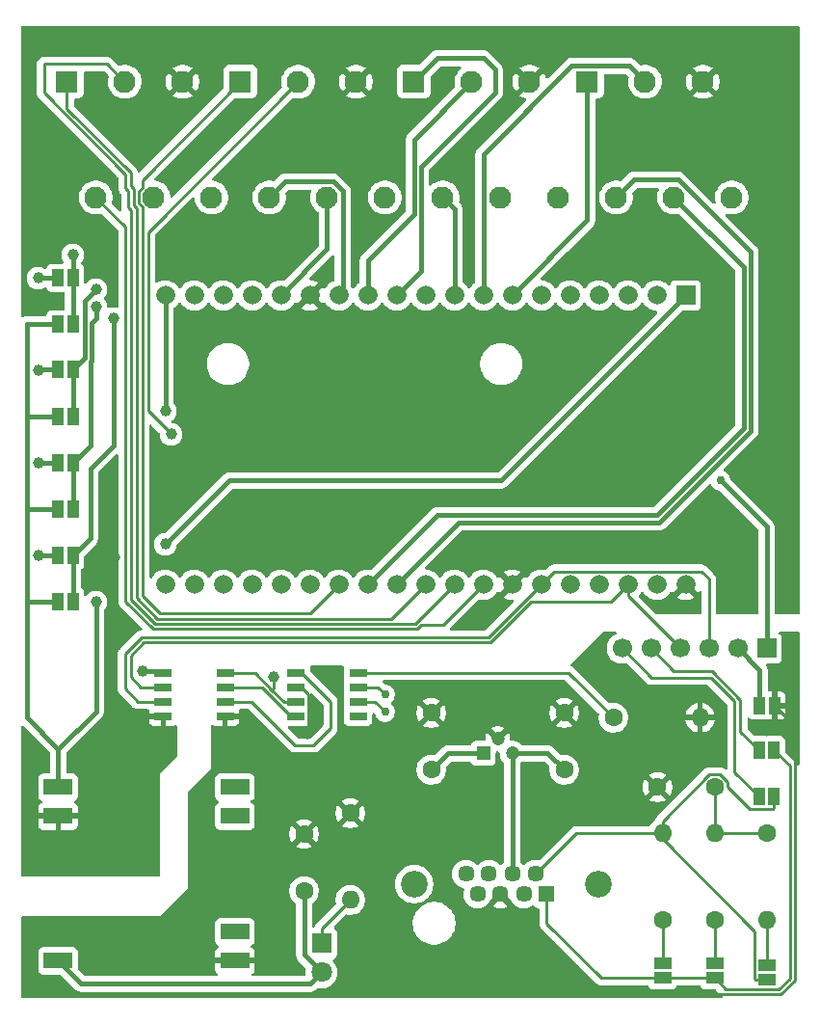
<source format=gtl>
G04 #@! TF.GenerationSoftware,KiCad,Pcbnew,9.0.1*
G04 #@! TF.CreationDate,2025-05-26T13:20:38+02:00*
G04 #@! TF.ProjectId,ESP Interface Board,45535020-496e-4746-9572-666163652042,rev?*
G04 #@! TF.SameCoordinates,Original*
G04 #@! TF.FileFunction,Copper,L1,Top*
G04 #@! TF.FilePolarity,Positive*
%FSLAX46Y46*%
G04 Gerber Fmt 4.6, Leading zero omitted, Abs format (unit mm)*
G04 Created by KiCad (PCBNEW 9.0.1) date 2025-05-26 13:20:38*
%MOMM*%
%LPD*%
G01*
G04 APERTURE LIST*
G04 #@! TA.AperFunction,ComponentPad*
%ADD10R,1.950000X1.950000*%
G04 #@! TD*
G04 #@! TA.AperFunction,ComponentPad*
%ADD11C,1.950000*%
G04 #@! TD*
G04 #@! TA.AperFunction,SMDPad,CuDef*
%ADD12R,1.000000X1.500000*%
G04 #@! TD*
G04 #@! TA.AperFunction,ComponentPad*
%ADD13C,1.600000*%
G04 #@! TD*
G04 #@! TA.AperFunction,ComponentPad*
%ADD14O,1.600000X1.600000*%
G04 #@! TD*
G04 #@! TA.AperFunction,ComponentPad*
%ADD15R,1.700000X1.700000*%
G04 #@! TD*
G04 #@! TA.AperFunction,ComponentPad*
%ADD16C,1.700000*%
G04 #@! TD*
G04 #@! TA.AperFunction,ComponentPad*
%ADD17R,1.800000X1.800000*%
G04 #@! TD*
G04 #@! TA.AperFunction,ComponentPad*
%ADD18C,1.800000*%
G04 #@! TD*
G04 #@! TA.AperFunction,SMDPad,CuDef*
%ADD19R,2.500000X1.400000*%
G04 #@! TD*
G04 #@! TA.AperFunction,SMDPad,CuDef*
%ADD20R,1.500000X1.000000*%
G04 #@! TD*
G04 #@! TA.AperFunction,ComponentPad*
%ADD21R,1.446000X1.446000*%
G04 #@! TD*
G04 #@! TA.AperFunction,ComponentPad*
%ADD22C,1.446000*%
G04 #@! TD*
G04 #@! TA.AperFunction,ComponentPad*
%ADD23C,2.355000*%
G04 #@! TD*
G04 #@! TA.AperFunction,ComponentPad*
%ADD24R,1.665000X1.665000*%
G04 #@! TD*
G04 #@! TA.AperFunction,ComponentPad*
%ADD25C,1.665000*%
G04 #@! TD*
G04 #@! TA.AperFunction,ComponentPad*
%ADD26R,1.200000X1.200000*%
G04 #@! TD*
G04 #@! TA.AperFunction,ComponentPad*
%ADD27C,1.200000*%
G04 #@! TD*
G04 #@! TA.AperFunction,SMDPad,CuDef*
%ADD28R,1.528000X0.650000*%
G04 #@! TD*
G04 #@! TA.AperFunction,ViaPad*
%ADD29C,1.000000*%
G04 #@! TD*
G04 #@! TA.AperFunction,ViaPad*
%ADD30C,0.750000*%
G04 #@! TD*
G04 #@! TA.AperFunction,Conductor*
%ADD31C,0.250000*%
G04 #@! TD*
G04 #@! TA.AperFunction,Conductor*
%ADD32C,0.400000*%
G04 #@! TD*
G04 APERTURE END LIST*
D10*
X131060000Y-76220000D03*
D11*
X133600000Y-86380000D03*
X136140000Y-76220000D03*
X138680000Y-86380000D03*
X141220000Y-76220000D03*
X143760000Y-86380000D03*
D10*
X100580000Y-76220000D03*
D11*
X103120000Y-86380000D03*
X105660000Y-76220000D03*
X108200000Y-86380000D03*
X110740000Y-76220000D03*
X113280000Y-86380000D03*
D10*
X85340000Y-76220000D03*
D11*
X87880000Y-86380000D03*
X90420000Y-76220000D03*
X92960000Y-86380000D03*
X95500000Y-76220000D03*
X98040000Y-86380000D03*
D10*
X115820000Y-76220000D03*
D11*
X118360000Y-86380000D03*
X120900000Y-76220000D03*
X123440000Y-86380000D03*
X125980000Y-76220000D03*
X128520000Y-86380000D03*
D12*
X147500000Y-131000000D03*
X146200000Y-131000000D03*
D13*
X146812000Y-142240000D03*
D14*
X146812000Y-149860000D03*
D13*
X142240000Y-149860000D03*
D14*
X142240000Y-142240000D03*
D13*
X110236000Y-140462000D03*
D14*
X110236000Y-148082000D03*
D13*
X137668000Y-149860000D03*
D14*
X137668000Y-142240000D03*
X140970000Y-132080000D03*
D13*
X133350000Y-132080000D03*
D15*
X146812000Y-125984000D03*
D16*
X144272000Y-125984000D03*
X141732000Y-125984000D03*
X139192000Y-125984000D03*
X136652000Y-125984000D03*
X134112000Y-125984000D03*
D17*
X107696000Y-151892000D03*
D18*
X107696000Y-154432000D03*
D13*
X117347000Y-136652000D03*
X117347000Y-131652000D03*
X129031000Y-136652000D03*
X129031000Y-131652000D03*
X142240000Y-138176000D03*
X137240000Y-138176000D03*
X106172000Y-147280000D03*
X106172000Y-142280000D03*
D19*
X100078000Y-153416000D03*
X100078000Y-150876000D03*
X100078000Y-140716000D03*
X100078000Y-138176000D03*
X84578000Y-138176000D03*
X84578000Y-140716000D03*
X84578000Y-153416000D03*
D12*
X146162000Y-134936000D03*
X147462000Y-134936000D03*
X146162000Y-139000000D03*
X147462000Y-139000000D03*
X85852000Y-105664000D03*
X84552000Y-105664000D03*
X85852000Y-101494000D03*
X84552000Y-101494000D03*
X85852000Y-97536000D03*
X84552000Y-97536000D03*
X85852000Y-93466000D03*
X84552000Y-93466000D03*
X85852000Y-121920000D03*
X84552000Y-121920000D03*
X85852000Y-117856000D03*
X84552000Y-117856000D03*
X85852000Y-113792000D03*
X84552000Y-113792000D03*
X85852000Y-109728000D03*
X84552000Y-109728000D03*
D20*
X146812000Y-155082000D03*
X146812000Y-153782000D03*
X142240000Y-153640000D03*
X142240000Y-154940000D03*
X137668000Y-153640000D03*
X137668000Y-154940000D03*
D21*
X127506000Y-147576000D03*
D22*
X126491000Y-145796000D03*
X125476000Y-147576000D03*
X124461000Y-145796000D03*
X123441000Y-147576000D03*
X122426000Y-145796000D03*
X121411000Y-147576000D03*
X120396000Y-145796000D03*
D23*
X132051000Y-146686000D03*
X115851000Y-146686000D03*
D24*
X139700000Y-94996000D03*
D25*
X137160000Y-94996000D03*
X134620000Y-94996000D03*
X132080000Y-94996000D03*
X129540000Y-94996000D03*
X127000000Y-94996000D03*
X124460000Y-94996000D03*
X121920000Y-94996000D03*
X119380000Y-94996000D03*
X116840000Y-94996000D03*
X114300000Y-94996000D03*
X111760000Y-94996000D03*
X109220000Y-94996000D03*
X106680000Y-94996000D03*
X104140000Y-94996000D03*
X101600000Y-94996000D03*
X99060000Y-94996000D03*
X96520000Y-94996000D03*
X93980000Y-94996000D03*
X93980000Y-120396000D03*
X96520000Y-120396000D03*
X99060000Y-120396000D03*
X101600000Y-120396000D03*
X104140000Y-120396000D03*
X106680000Y-120396000D03*
X109220000Y-120396000D03*
X111760000Y-120396000D03*
X114300000Y-120396000D03*
X116840000Y-120396000D03*
X119380000Y-120396000D03*
X121920000Y-120396000D03*
X124460000Y-120396000D03*
X127000000Y-120396000D03*
X129540000Y-120396000D03*
X132080000Y-120396000D03*
X134620000Y-120396000D03*
X137160000Y-120396000D03*
X139700000Y-120396000D03*
D26*
X121919000Y-135208000D03*
D27*
X123189000Y-133938000D03*
X124459000Y-135208000D03*
D28*
X93809000Y-128143000D03*
X93809000Y-129413000D03*
X93809000Y-130683000D03*
X93809000Y-131953000D03*
X99231000Y-131953000D03*
X99231000Y-130683000D03*
X99231000Y-129413000D03*
X99231000Y-128143000D03*
X105493000Y-128143000D03*
X105493000Y-129413000D03*
X105493000Y-130683000D03*
X105493000Y-131953000D03*
X110915000Y-131953000D03*
X110915000Y-130683000D03*
X110915000Y-129413000D03*
X110915000Y-128143000D03*
D29*
X90000000Y-134500000D03*
X106500000Y-133500000D03*
X89500000Y-118000000D03*
X91000000Y-124000000D03*
X103500000Y-128500000D03*
X82804000Y-117856000D03*
X82804000Y-109728000D03*
X82804000Y-101600000D03*
X82804000Y-93472000D03*
X87884000Y-121920000D03*
X91948000Y-128016000D03*
X93980000Y-116840000D03*
X94488000Y-107188000D03*
X89408000Y-97028000D03*
X87884000Y-96012000D03*
X87884000Y-94488000D03*
X85852000Y-91440000D03*
X93980000Y-105156000D03*
D30*
X142748000Y-111252000D03*
X113284000Y-130048000D03*
X113284000Y-131572000D03*
D31*
X106583000Y-133417000D02*
X106500000Y-133500000D01*
X106583000Y-130032000D02*
X106583000Y-133417000D01*
X105964000Y-129413000D02*
X106583000Y-130032000D01*
X105493000Y-129413000D02*
X105964000Y-129413000D01*
X105404000Y-134500000D02*
X101587000Y-130683000D01*
X107000000Y-134500000D02*
X105404000Y-134500000D01*
X108500000Y-133000000D02*
X107000000Y-134500000D01*
X108500000Y-130679000D02*
X108500000Y-133000000D01*
X101587000Y-130683000D02*
X99231000Y-130683000D01*
X105964000Y-128143000D02*
X108500000Y-130679000D01*
X105493000Y-128143000D02*
X105964000Y-128143000D01*
X148074810Y-156359000D02*
X132224000Y-156359000D01*
X149295000Y-155138810D02*
X148074810Y-156359000D01*
X132224000Y-156359000D02*
X123441000Y-147576000D01*
X149295000Y-132795000D02*
X149295000Y-155138810D01*
X147500000Y-131000000D02*
X149295000Y-132795000D01*
X148844000Y-136318000D02*
X148844000Y-154952000D01*
X147462000Y-134936000D02*
X148844000Y-136318000D01*
X137668000Y-141155595D02*
X137668000Y-142240000D01*
X143384405Y-137728000D02*
X142706405Y-137050000D01*
X141773595Y-137050000D02*
X137668000Y-141155595D01*
X143384405Y-138124405D02*
X143384405Y-137728000D01*
X147386000Y-140076000D02*
X145336000Y-140076000D01*
X145336000Y-140076000D02*
X143384405Y-138124405D01*
X147462000Y-139000000D02*
X147462000Y-140000000D01*
X142706405Y-137050000D02*
X141773595Y-137050000D01*
X147462000Y-140000000D02*
X147386000Y-140076000D01*
X136696905Y-128568905D02*
X134112000Y-125984000D01*
X141931095Y-128568905D02*
X136696905Y-128568905D01*
X144000000Y-136838000D02*
X144000000Y-130637810D01*
X146162000Y-139000000D02*
X144000000Y-136838000D01*
X144000000Y-130637810D02*
X141931095Y-128568905D01*
X142000000Y-128000000D02*
X138668000Y-128000000D01*
X144500000Y-130500000D02*
X142000000Y-128000000D01*
X144500000Y-133274000D02*
X144500000Y-130500000D01*
X146162000Y-134936000D02*
X144500000Y-133274000D01*
X138668000Y-128000000D02*
X136652000Y-125984000D01*
D32*
X146200000Y-127912000D02*
X144272000Y-125984000D01*
X146200000Y-131000000D02*
X146200000Y-127912000D01*
D31*
X118364000Y-123952000D02*
X121920000Y-120396000D01*
X90481000Y-121858430D02*
X92911570Y-124289000D01*
X116124810Y-124289000D02*
X116461810Y-123952000D01*
X90481000Y-88981000D02*
X90481000Y-121858430D01*
X87880000Y-86380000D02*
X90481000Y-88981000D01*
X92911570Y-124289000D02*
X116124810Y-124289000D01*
X116461810Y-123952000D02*
X118364000Y-123952000D01*
X103500000Y-129500000D02*
X103500000Y-128500000D01*
X103369405Y-129630595D02*
X103500000Y-129500000D01*
X103369405Y-129630595D02*
X101881810Y-128143000D01*
D32*
X84552000Y-117856000D02*
X82804000Y-117856000D01*
X84552000Y-109728000D02*
X82804000Y-109728000D01*
X82910000Y-101494000D02*
X82804000Y-101600000D01*
X84552000Y-101494000D02*
X82910000Y-101494000D01*
X84546000Y-93472000D02*
X84552000Y-93466000D01*
X82804000Y-93472000D02*
X84546000Y-93472000D01*
X84578000Y-134878000D02*
X84578000Y-138176000D01*
X87884000Y-121920000D02*
X87884000Y-131572000D01*
X87884000Y-131572000D02*
X84578000Y-134878000D01*
X93682000Y-128016000D02*
X93809000Y-128143000D01*
X91948000Y-128016000D02*
X93682000Y-128016000D01*
D31*
X133096000Y-121920000D02*
X134620000Y-120396000D01*
X122557810Y-125476000D02*
X126113810Y-121920000D01*
X92077810Y-125476000D02*
X122557810Y-125476000D01*
X126113810Y-121920000D02*
X133096000Y-121920000D01*
X90932000Y-126621810D02*
X92077810Y-125476000D01*
X90932000Y-128524000D02*
X90932000Y-126621810D01*
X93809000Y-129413000D02*
X91821000Y-129413000D01*
X91821000Y-129413000D02*
X90932000Y-128524000D01*
X122371000Y-125025000D02*
X127000000Y-120396000D01*
X91891000Y-125025000D02*
X122371000Y-125025000D01*
X90424000Y-126492000D02*
X91891000Y-125025000D01*
X90424000Y-129540000D02*
X90424000Y-126492000D01*
X93809000Y-130683000D02*
X91567000Y-130683000D01*
X91567000Y-130683000D02*
X90424000Y-129540000D01*
D32*
X99568000Y-111252000D02*
X93980000Y-116840000D01*
X102616000Y-111252000D02*
X99568000Y-111252000D01*
D31*
X92456000Y-105156000D02*
X94488000Y-107188000D01*
D32*
X123444000Y-111252000D02*
X102616000Y-111252000D01*
X139700000Y-94996000D02*
X123444000Y-111252000D01*
X85852000Y-117856000D02*
X85852000Y-121920000D01*
X87376000Y-116332000D02*
X85852000Y-117856000D01*
X87376000Y-110236000D02*
X87376000Y-116332000D01*
X89408000Y-108204000D02*
X87376000Y-110236000D01*
X89408000Y-97028000D02*
X89408000Y-108204000D01*
X87376000Y-108204000D02*
X85852000Y-109728000D01*
X87469000Y-97443000D02*
X87469000Y-100726942D01*
X87376000Y-100819942D02*
X87376000Y-108204000D01*
X87884000Y-96012000D02*
X87884000Y-97028000D01*
X87884000Y-97028000D02*
X87469000Y-97443000D01*
X87469000Y-100726942D02*
X87376000Y-100819942D01*
X86868000Y-100478000D02*
X85852000Y-101494000D01*
X86868000Y-95504000D02*
X86868000Y-100478000D01*
X87884000Y-94488000D02*
X86868000Y-95504000D01*
X85852000Y-109728000D02*
X85852000Y-113792000D01*
X85852000Y-101494000D02*
X85852000Y-105664000D01*
X85852000Y-97536000D02*
X85852000Y-93466000D01*
X85852000Y-91440000D02*
X85852000Y-93466000D01*
X84552000Y-121920000D02*
X81788000Y-121920000D01*
X81788000Y-121920000D02*
X81788000Y-132080000D01*
X84552000Y-113792000D02*
X81788000Y-113792000D01*
X81788000Y-113792000D02*
X81788000Y-121920000D01*
X81788000Y-109220000D02*
X81788000Y-113792000D01*
X81788000Y-105664000D02*
X81788000Y-109220000D01*
X84552000Y-105664000D02*
X81788000Y-105664000D01*
X81788000Y-97536000D02*
X84552000Y-97536000D01*
X93980000Y-94996000D02*
X93980000Y-105156000D01*
D31*
X129413000Y-128143000D02*
X110915000Y-128143000D01*
X133350000Y-132080000D02*
X129413000Y-128143000D01*
X83312000Y-74676000D02*
X88876000Y-74676000D01*
X90481000Y-84385000D02*
X83312000Y-77216000D01*
X88876000Y-74676000D02*
X90420000Y-76220000D01*
X90481000Y-85565108D02*
X90481000Y-84385000D01*
X90932000Y-87467512D02*
X90757000Y-87292512D01*
X90932000Y-121671620D02*
X90932000Y-87467512D01*
X90757000Y-87292512D02*
X90757000Y-85841108D01*
X93098380Y-123838000D02*
X90932000Y-121671620D01*
X115938000Y-123838000D02*
X93098380Y-123838000D01*
X83312000Y-77216000D02*
X83312000Y-74676000D01*
X119380000Y-120396000D02*
X115938000Y-123838000D01*
X90757000Y-85841108D02*
X90481000Y-85565108D01*
X113849000Y-123387000D02*
X116840000Y-120396000D01*
X93285190Y-123387000D02*
X113849000Y-123387000D01*
X91440000Y-87337702D02*
X91440000Y-121541810D01*
X91440000Y-121541810D02*
X93285190Y-123387000D01*
X91208000Y-85654298D02*
X91208000Y-87105702D01*
X90932000Y-85378298D02*
X91208000Y-85654298D01*
X90932000Y-84198190D02*
X90932000Y-85378298D01*
X91208000Y-87105702D02*
X91440000Y-87337702D01*
X85340000Y-78606190D02*
X90932000Y-84198190D01*
X85340000Y-76220000D02*
X85340000Y-78606190D01*
X106680000Y-122936000D02*
X109220000Y-120396000D01*
X93472000Y-122936000D02*
X106680000Y-122936000D01*
X91948000Y-121412000D02*
X93472000Y-122936000D01*
X91659000Y-86918892D02*
X91948000Y-87207892D01*
X91659000Y-85841108D02*
X91659000Y-86918892D01*
X91948000Y-84852000D02*
X91948000Y-85552108D01*
X91948000Y-85552108D02*
X91659000Y-85841108D01*
X100580000Y-76220000D02*
X91948000Y-84852000D01*
X91948000Y-87207892D02*
X91948000Y-121412000D01*
X92456000Y-89424000D02*
X92456000Y-105156000D01*
X105660000Y-76220000D02*
X92456000Y-89424000D01*
X134620000Y-121412000D02*
X134620000Y-120396000D01*
X139192000Y-125984000D02*
X134620000Y-121412000D01*
X128158500Y-119237500D02*
X127000000Y-120396000D01*
X141081500Y-119237500D02*
X128158500Y-119237500D01*
X141732000Y-119888000D02*
X141081500Y-119237500D01*
X141732000Y-125984000D02*
X141732000Y-119888000D01*
D32*
X146812000Y-115316000D02*
X142748000Y-111252000D01*
X146812000Y-125984000D02*
X146812000Y-115316000D01*
X84578000Y-134870000D02*
X84578000Y-134878000D01*
X81788000Y-132080000D02*
X84578000Y-134870000D01*
X81788000Y-97536000D02*
X81788000Y-105664000D01*
X109576000Y-85810042D02*
X109576000Y-94640000D01*
X108769958Y-85004000D02*
X109576000Y-85810042D01*
X103120000Y-86380000D02*
X104496000Y-85004000D01*
X104496000Y-85004000D02*
X108769958Y-85004000D01*
X109576000Y-94640000D02*
X109220000Y-94996000D01*
X108200000Y-90936000D02*
X104140000Y-94996000D01*
X108200000Y-86380000D02*
X108200000Y-90936000D01*
X117872000Y-74168000D02*
X115820000Y-76220000D01*
X121920000Y-74168000D02*
X117872000Y-74168000D01*
X116425000Y-83727000D02*
X122936000Y-77216000D01*
X122936000Y-75184000D02*
X121920000Y-74168000D01*
X116425000Y-92871000D02*
X116425000Y-83727000D01*
X114300000Y-94996000D02*
X116425000Y-92871000D01*
X122936000Y-77216000D02*
X122936000Y-75184000D01*
X111760000Y-91948000D02*
X111760000Y-94996000D01*
X115824000Y-87884000D02*
X111760000Y-91948000D01*
X115824000Y-81296000D02*
X115824000Y-87884000D01*
X120900000Y-76220000D02*
X115824000Y-81296000D01*
X119795000Y-114901000D02*
X114300000Y-120396000D01*
X145381000Y-91135042D02*
X145381000Y-106928942D01*
X139081958Y-84836000D02*
X145381000Y-91135042D01*
X145381000Y-106928942D02*
X137408942Y-114901000D01*
X133600000Y-86380000D02*
X135144000Y-84836000D01*
X135144000Y-84836000D02*
X139081958Y-84836000D01*
X137408942Y-114901000D02*
X119795000Y-114901000D01*
X137160000Y-114300000D02*
X117856000Y-114300000D01*
X117856000Y-114300000D02*
X111760000Y-120396000D01*
X144780000Y-106680000D02*
X137160000Y-114300000D01*
X138680000Y-86380000D02*
X144780000Y-92480000D01*
X144780000Y-92480000D02*
X144780000Y-106680000D01*
X129684000Y-74844000D02*
X121920000Y-82608000D01*
X121920000Y-82608000D02*
X121920000Y-94996000D01*
X134764000Y-74844000D02*
X129684000Y-74844000D01*
X136140000Y-76220000D02*
X134764000Y-74844000D01*
X131060000Y-88396000D02*
X131060000Y-76220000D01*
X124460000Y-94996000D02*
X131060000Y-88396000D01*
X119380000Y-87400000D02*
X118360000Y-86380000D01*
X119380000Y-94996000D02*
X119380000Y-87400000D01*
D31*
X101881810Y-128143000D02*
X99231000Y-128143000D01*
X104421810Y-130683000D02*
X103369405Y-129630595D01*
X105493000Y-130683000D02*
X104421810Y-130683000D01*
X102514000Y-129413000D02*
X99231000Y-129413000D01*
X105054000Y-131953000D02*
X102514000Y-129413000D01*
X105493000Y-131953000D02*
X105054000Y-131953000D01*
X113284000Y-130048000D02*
X112649000Y-129413000D01*
X112649000Y-129413000D02*
X110915000Y-129413000D01*
X112395000Y-130683000D02*
X110915000Y-130683000D01*
X113284000Y-131572000D02*
X112395000Y-130683000D01*
D32*
X118791000Y-135208000D02*
X117347000Y-136652000D01*
X121919000Y-135208000D02*
X118791000Y-135208000D01*
X127587000Y-135208000D02*
X129031000Y-136652000D01*
X124459000Y-135208000D02*
X127587000Y-135208000D01*
X124461000Y-135210000D02*
X124459000Y-135208000D01*
X124461000Y-145796000D02*
X124461000Y-135210000D01*
X106172000Y-152908000D02*
X107696000Y-154432000D01*
X106172000Y-147280000D02*
X106172000Y-152908000D01*
X86610000Y-155448000D02*
X84578000Y-153416000D01*
X106680000Y-155448000D02*
X86610000Y-155448000D01*
X107696000Y-154432000D02*
X106680000Y-155448000D01*
D31*
X107696000Y-150622000D02*
X110236000Y-148082000D01*
X107696000Y-151892000D02*
X107696000Y-150622000D01*
X147888000Y-155908000D02*
X148844000Y-154952000D01*
X143208000Y-155908000D02*
X147888000Y-155908000D01*
X142240000Y-154940000D02*
X143208000Y-155908000D01*
X142240000Y-142240000D02*
X142240000Y-138176000D01*
X146812000Y-142240000D02*
X142240000Y-142240000D01*
X146812000Y-153782000D02*
X146812000Y-149860000D01*
X145812000Y-155082000D02*
X146812000Y-155082000D01*
X145736000Y-155006000D02*
X145812000Y-155082000D01*
X145736000Y-150816000D02*
X145736000Y-155006000D01*
X137668000Y-142748000D02*
X145736000Y-150816000D01*
X137668000Y-142240000D02*
X137668000Y-142748000D01*
X142240000Y-153640000D02*
X142240000Y-149860000D01*
X137668000Y-153640000D02*
X137668000Y-149860000D01*
X130047000Y-142240000D02*
X137668000Y-142240000D01*
X126491000Y-145796000D02*
X130047000Y-142240000D01*
X137668000Y-154940000D02*
X142240000Y-154940000D01*
X132295159Y-154940000D02*
X137668000Y-154940000D01*
X127506000Y-150150841D02*
X132295159Y-154940000D01*
X127506000Y-147576000D02*
X127506000Y-150150841D01*
G04 #@! TA.AperFunction,Conductor*
G36*
X133600324Y-124519685D02*
G01*
X133646079Y-124572489D01*
X133656023Y-124641647D01*
X133626998Y-124705203D01*
X133589580Y-124734485D01*
X133404179Y-124828951D01*
X133232213Y-124953890D01*
X133081890Y-125104213D01*
X132956951Y-125276179D01*
X132860444Y-125465585D01*
X132794753Y-125667760D01*
X132761500Y-125877713D01*
X132761500Y-126090286D01*
X132794753Y-126300239D01*
X132860444Y-126502414D01*
X132956951Y-126691820D01*
X133081890Y-126863786D01*
X133232213Y-127014109D01*
X133404179Y-127139048D01*
X133404181Y-127139049D01*
X133404184Y-127139051D01*
X133593588Y-127235557D01*
X133795757Y-127301246D01*
X134005713Y-127334500D01*
X134005714Y-127334500D01*
X134218286Y-127334500D01*
X134218287Y-127334500D01*
X134428243Y-127301246D01*
X134443837Y-127296178D01*
X134513676Y-127294182D01*
X134569837Y-127326428D01*
X136298168Y-129054760D01*
X136298172Y-129054763D01*
X136400615Y-129123214D01*
X136400616Y-129123214D01*
X136400620Y-129123217D01*
X136448210Y-129142929D01*
X136514453Y-129170368D01*
X136525172Y-129172500D01*
X136607103Y-129188797D01*
X136635297Y-129194406D01*
X136635299Y-129194406D01*
X136764626Y-129194406D01*
X136764646Y-129194405D01*
X141620643Y-129194405D01*
X141687682Y-129214090D01*
X141708324Y-129230724D01*
X143338181Y-130860581D01*
X143371666Y-130921904D01*
X143374500Y-130948262D01*
X143374500Y-136534141D01*
X143369734Y-136550370D01*
X143369989Y-136567282D01*
X143360094Y-136583199D01*
X143354815Y-136601180D01*
X143342033Y-136612255D01*
X143333103Y-136626622D01*
X143316172Y-136634663D01*
X143302011Y-136646935D01*
X143285271Y-136649341D01*
X143269991Y-136656600D01*
X143251401Y-136654212D01*
X143232853Y-136656879D01*
X143217031Y-136649797D01*
X143200691Y-136647698D01*
X143178556Y-136632574D01*
X143170716Y-136629065D01*
X143166609Y-136625613D01*
X143105138Y-136564142D01*
X143053914Y-136529915D01*
X143002691Y-136495688D01*
X143002688Y-136495686D01*
X143002685Y-136495685D01*
X142929008Y-136465168D01*
X142929006Y-136465167D01*
X142922197Y-136462347D01*
X142888857Y-136448537D01*
X142828434Y-136436518D01*
X142823711Y-136435578D01*
X142823709Y-136435578D01*
X142768015Y-136424500D01*
X142768012Y-136424500D01*
X142768011Y-136424500D01*
X141835202Y-136424500D01*
X141711988Y-136424500D01*
X141711984Y-136424500D01*
X141656292Y-136435578D01*
X141651566Y-136436518D01*
X141613854Y-136444019D01*
X141591145Y-136448536D01*
X141591143Y-136448537D01*
X141557802Y-136462347D01*
X141477314Y-136495684D01*
X141477300Y-136495692D01*
X141374867Y-136564138D01*
X141374859Y-136564144D01*
X137182144Y-140756859D01*
X137182138Y-140756867D01*
X137113690Y-140859303D01*
X137113688Y-140859309D01*
X137080473Y-140939500D01*
X137066537Y-140973143D01*
X137052207Y-141045183D01*
X137050991Y-141049582D01*
X137034871Y-141075553D01*
X137020711Y-141102624D01*
X137015823Y-141106242D01*
X137014145Y-141108947D01*
X137008620Y-141111575D01*
X136990454Y-141125025D01*
X136990542Y-141125168D01*
X136988917Y-141126163D01*
X136987789Y-141126999D01*
X136986392Y-141127711D01*
X136986389Y-141127712D01*
X136820786Y-141248028D01*
X136676028Y-141392786D01*
X136552849Y-141562331D01*
X136551176Y-141561115D01*
X136505792Y-141602169D01*
X136451885Y-141614500D01*
X129985388Y-141614500D01*
X129864555Y-141638535D01*
X129864547Y-141638537D01*
X129750716Y-141685687D01*
X129668265Y-141740780D01*
X129648266Y-141754142D01*
X129648260Y-141754147D01*
X126841411Y-144560997D01*
X126780088Y-144594482D01*
X126734332Y-144595789D01*
X126665091Y-144584822D01*
X126587292Y-144572500D01*
X126394708Y-144572500D01*
X126331304Y-144582542D01*
X126204494Y-144602627D01*
X126204491Y-144602627D01*
X126021341Y-144662136D01*
X126021338Y-144662137D01*
X125849745Y-144749569D01*
X125815544Y-144774418D01*
X125693943Y-144862767D01*
X125693941Y-144862769D01*
X125693940Y-144862769D01*
X125563681Y-144993029D01*
X125502358Y-145026514D01*
X125432666Y-145021530D01*
X125388319Y-144993029D01*
X125258056Y-144862766D01*
X125212613Y-144829749D01*
X125169948Y-144774418D01*
X125161500Y-144729432D01*
X125161500Y-138073682D01*
X135940000Y-138073682D01*
X135940000Y-138278317D01*
X135972009Y-138480417D01*
X136035244Y-138675031D01*
X136128141Y-138857350D01*
X136128147Y-138857359D01*
X136160523Y-138901921D01*
X136160524Y-138901922D01*
X136840000Y-138222446D01*
X136840000Y-138228661D01*
X136867259Y-138330394D01*
X136919920Y-138421606D01*
X136994394Y-138496080D01*
X137085606Y-138548741D01*
X137187339Y-138576000D01*
X137193553Y-138576000D01*
X136514076Y-139255474D01*
X136558650Y-139287859D01*
X136740968Y-139380755D01*
X136935582Y-139443990D01*
X137137683Y-139476000D01*
X137342317Y-139476000D01*
X137544417Y-139443990D01*
X137739031Y-139380755D01*
X137921349Y-139287859D01*
X137965921Y-139255474D01*
X137286447Y-138576000D01*
X137292661Y-138576000D01*
X137394394Y-138548741D01*
X137485606Y-138496080D01*
X137560080Y-138421606D01*
X137612741Y-138330394D01*
X137640000Y-138228661D01*
X137640000Y-138222447D01*
X138319474Y-138901921D01*
X138351859Y-138857349D01*
X138444755Y-138675031D01*
X138507990Y-138480417D01*
X138540000Y-138278317D01*
X138540000Y-138073682D01*
X138507990Y-137871582D01*
X138444755Y-137676968D01*
X138351859Y-137494650D01*
X138319474Y-137450077D01*
X138319474Y-137450076D01*
X137640000Y-138129551D01*
X137640000Y-138123339D01*
X137612741Y-138021606D01*
X137560080Y-137930394D01*
X137485606Y-137855920D01*
X137394394Y-137803259D01*
X137292661Y-137776000D01*
X137286446Y-137776000D01*
X137965922Y-137096524D01*
X137965921Y-137096523D01*
X137921359Y-137064147D01*
X137921350Y-137064141D01*
X137739031Y-136971244D01*
X137544417Y-136908009D01*
X137342317Y-136876000D01*
X137137683Y-136876000D01*
X136935582Y-136908009D01*
X136740968Y-136971244D01*
X136558644Y-137064143D01*
X136514077Y-137096523D01*
X136514077Y-137096524D01*
X137193554Y-137776000D01*
X137187339Y-137776000D01*
X137085606Y-137803259D01*
X136994394Y-137855920D01*
X136919920Y-137930394D01*
X136867259Y-138021606D01*
X136840000Y-138123339D01*
X136840000Y-138129553D01*
X136160524Y-137450077D01*
X136160523Y-137450077D01*
X136128143Y-137494644D01*
X136035244Y-137676968D01*
X135972009Y-137871582D01*
X135940000Y-138073682D01*
X125161500Y-138073682D01*
X125161500Y-136113205D01*
X125170144Y-136083764D01*
X125176668Y-136053778D01*
X125180422Y-136048762D01*
X125181185Y-136046166D01*
X125197819Y-136025524D01*
X125278524Y-135944819D01*
X125339847Y-135911334D01*
X125366205Y-135908500D01*
X127245481Y-135908500D01*
X127312520Y-135928185D01*
X127333162Y-135944819D01*
X127523892Y-136135549D01*
X127714194Y-136325850D01*
X127747679Y-136387173D01*
X127748986Y-136432929D01*
X127730500Y-136549642D01*
X127730500Y-136754351D01*
X127762522Y-136956534D01*
X127825781Y-137151223D01*
X127918715Y-137333613D01*
X128039028Y-137499213D01*
X128183786Y-137643971D01*
X128325870Y-137747199D01*
X128349390Y-137764287D01*
X128425877Y-137803259D01*
X128531776Y-137857218D01*
X128531778Y-137857218D01*
X128531781Y-137857220D01*
X128575983Y-137871582D01*
X128726465Y-137920477D01*
X128789078Y-137930394D01*
X128928648Y-137952500D01*
X128928649Y-137952500D01*
X129133351Y-137952500D01*
X129133352Y-137952500D01*
X129335534Y-137920477D01*
X129530219Y-137857220D01*
X129712610Y-137764287D01*
X129805590Y-137696732D01*
X129878213Y-137643971D01*
X129878215Y-137643968D01*
X129878219Y-137643966D01*
X130022966Y-137499219D01*
X130022968Y-137499215D01*
X130022971Y-137499213D01*
X130075732Y-137426590D01*
X130143287Y-137333610D01*
X130236220Y-137151219D01*
X130299477Y-136956534D01*
X130331500Y-136754352D01*
X130331500Y-136549648D01*
X130328375Y-136529915D01*
X130299477Y-136347465D01*
X130266964Y-136247401D01*
X130236220Y-136152781D01*
X130236218Y-136152778D01*
X130236218Y-136152776D01*
X130189354Y-136060802D01*
X130143287Y-135970390D01*
X130112730Y-135928331D01*
X130022971Y-135804786D01*
X129878213Y-135660028D01*
X129712613Y-135539715D01*
X129712612Y-135539714D01*
X129712610Y-135539713D01*
X129655653Y-135510691D01*
X129530223Y-135446781D01*
X129335534Y-135383522D01*
X129160995Y-135355878D01*
X129133352Y-135351500D01*
X128928648Y-135351500D01*
X128928643Y-135351500D01*
X128811929Y-135369986D01*
X128742636Y-135361032D01*
X128704850Y-135335194D01*
X128033546Y-134663888D01*
X128033545Y-134663887D01*
X127918807Y-134587222D01*
X127791332Y-134534421D01*
X127791322Y-134534418D01*
X127655996Y-134507500D01*
X127655994Y-134507500D01*
X127655993Y-134507500D01*
X125366205Y-134507500D01*
X125299166Y-134487815D01*
X125278524Y-134471182D01*
X125234175Y-134426833D01*
X125175928Y-134368586D01*
X125035788Y-134266768D01*
X124881445Y-134188127D01*
X124716701Y-134134598D01*
X124716699Y-134134597D01*
X124716698Y-134134597D01*
X124585271Y-134113781D01*
X124545611Y-134107500D01*
X124413000Y-134107500D01*
X124345961Y-134087815D01*
X124300206Y-134035011D01*
X124289000Y-133983500D01*
X124289000Y-133851428D01*
X124261914Y-133680415D01*
X124208408Y-133515742D01*
X124129801Y-133361471D01*
X124125290Y-133355262D01*
X124125289Y-133355261D01*
X123610725Y-133869826D01*
X123585037Y-133773956D01*
X123529084Y-133677044D01*
X123449956Y-133597916D01*
X123353044Y-133541963D01*
X123257172Y-133516274D01*
X123771737Y-133001709D01*
X123765525Y-132997196D01*
X123611259Y-132918592D01*
X123446584Y-132865085D01*
X123275571Y-132838000D01*
X123102429Y-132838000D01*
X122931415Y-132865085D01*
X122766740Y-132918592D01*
X122612480Y-132997193D01*
X122612463Y-132997203D01*
X122606261Y-133001708D01*
X122606261Y-133001709D01*
X123120828Y-133516274D01*
X123024956Y-133541963D01*
X122928044Y-133597916D01*
X122848916Y-133677044D01*
X122792963Y-133773956D01*
X122767274Y-133869827D01*
X122252709Y-133355261D01*
X122252708Y-133355261D01*
X122248203Y-133361463D01*
X122248193Y-133361480D01*
X122169592Y-133515740D01*
X122116085Y-133680415D01*
X122089000Y-133851428D01*
X122089000Y-133983500D01*
X122069315Y-134050539D01*
X122016511Y-134096294D01*
X121965000Y-134107500D01*
X121271129Y-134107500D01*
X121271123Y-134107501D01*
X121211516Y-134113908D01*
X121076671Y-134164202D01*
X121076664Y-134164206D01*
X120961455Y-134250452D01*
X120961452Y-134250455D01*
X120875206Y-134365664D01*
X120875202Y-134365671D01*
X120852391Y-134426833D01*
X120810520Y-134482767D01*
X120745056Y-134507184D01*
X120736209Y-134507500D01*
X118722003Y-134507500D01*
X118619811Y-134527827D01*
X118619803Y-134527829D01*
X118613591Y-134529065D01*
X118586671Y-134534420D01*
X118558259Y-134546189D01*
X118552864Y-134548423D01*
X118552853Y-134548427D01*
X118459191Y-134587223D01*
X118380633Y-134639715D01*
X118380632Y-134639716D01*
X118344454Y-134663888D01*
X117673148Y-135335194D01*
X117611825Y-135368679D01*
X117566069Y-135369986D01*
X117505613Y-135360410D01*
X117449352Y-135351500D01*
X117244648Y-135351500D01*
X117220329Y-135355351D01*
X117042465Y-135383522D01*
X116847776Y-135446781D01*
X116665386Y-135539715D01*
X116499786Y-135660028D01*
X116355028Y-135804786D01*
X116234715Y-135970386D01*
X116141781Y-136152776D01*
X116078522Y-136347465D01*
X116046500Y-136549648D01*
X116046500Y-136754351D01*
X116078522Y-136956534D01*
X116141781Y-137151223D01*
X116234715Y-137333613D01*
X116355028Y-137499213D01*
X116499786Y-137643971D01*
X116641870Y-137747199D01*
X116665390Y-137764287D01*
X116741877Y-137803259D01*
X116847776Y-137857218D01*
X116847778Y-137857218D01*
X116847781Y-137857220D01*
X116891983Y-137871582D01*
X117042465Y-137920477D01*
X117105078Y-137930394D01*
X117244648Y-137952500D01*
X117244649Y-137952500D01*
X117449351Y-137952500D01*
X117449352Y-137952500D01*
X117651534Y-137920477D01*
X117846219Y-137857220D01*
X118028610Y-137764287D01*
X118121590Y-137696732D01*
X118194213Y-137643971D01*
X118194215Y-137643968D01*
X118194219Y-137643966D01*
X118338966Y-137499219D01*
X118338968Y-137499215D01*
X118338971Y-137499213D01*
X118391732Y-137426590D01*
X118459287Y-137333610D01*
X118552220Y-137151219D01*
X118615477Y-136956534D01*
X118647500Y-136754352D01*
X118647500Y-136549648D01*
X118629012Y-136432926D01*
X118637966Y-136363637D01*
X118663801Y-136325853D01*
X119044837Y-135944819D01*
X119106160Y-135911334D01*
X119132518Y-135908500D01*
X120736209Y-135908500D01*
X120803248Y-135928185D01*
X120849003Y-135980989D01*
X120852391Y-135989167D01*
X120875202Y-136050328D01*
X120875206Y-136050335D01*
X120961452Y-136165544D01*
X120961455Y-136165547D01*
X121076664Y-136251793D01*
X121076671Y-136251797D01*
X121211517Y-136302091D01*
X121211516Y-136302091D01*
X121218444Y-136302835D01*
X121271127Y-136308500D01*
X122566872Y-136308499D01*
X122626483Y-136302091D01*
X122761331Y-136251796D01*
X122876546Y-136165546D01*
X122962796Y-136050331D01*
X123013091Y-135915483D01*
X123019500Y-135855873D01*
X123019499Y-135161998D01*
X123022049Y-135153313D01*
X123020761Y-135144353D01*
X123031738Y-135120316D01*
X123039183Y-135094961D01*
X123046025Y-135089032D01*
X123049786Y-135080797D01*
X123072017Y-135066510D01*
X123091987Y-135049206D01*
X123102502Y-135046918D01*
X123108564Y-135043023D01*
X123143499Y-135038000D01*
X123234500Y-135038000D01*
X123301539Y-135057685D01*
X123347294Y-135110489D01*
X123358500Y-135162000D01*
X123358500Y-135294611D01*
X123385598Y-135465701D01*
X123439127Y-135630445D01*
X123517768Y-135784788D01*
X123619586Y-135924928D01*
X123619588Y-135924930D01*
X123724181Y-136029523D01*
X123757666Y-136090846D01*
X123760500Y-136117204D01*
X123760500Y-144729432D01*
X123740815Y-144796471D01*
X123709387Y-144829749D01*
X123663943Y-144862766D01*
X123663940Y-144862769D01*
X123531181Y-144995529D01*
X123469858Y-145029014D01*
X123400166Y-145024030D01*
X123355819Y-144995529D01*
X123223059Y-144862769D01*
X123223057Y-144862767D01*
X123067254Y-144749569D01*
X123027733Y-144729432D01*
X122895661Y-144662137D01*
X122895658Y-144662136D01*
X122712506Y-144602627D01*
X122585696Y-144582542D01*
X122522292Y-144572500D01*
X122329708Y-144572500D01*
X122266304Y-144582542D01*
X122139494Y-144602627D01*
X122139491Y-144602627D01*
X121956341Y-144662136D01*
X121956338Y-144662137D01*
X121784745Y-144749569D01*
X121750544Y-144774418D01*
X121628943Y-144862767D01*
X121628941Y-144862769D01*
X121628940Y-144862769D01*
X121498681Y-144993029D01*
X121437358Y-145026514D01*
X121367666Y-145021530D01*
X121323319Y-144993029D01*
X121193059Y-144862769D01*
X121193057Y-144862767D01*
X121037254Y-144749569D01*
X120997733Y-144729432D01*
X120865661Y-144662137D01*
X120865658Y-144662136D01*
X120682506Y-144602627D01*
X120555696Y-144582542D01*
X120492292Y-144572500D01*
X120299708Y-144572500D01*
X120236304Y-144582542D01*
X120109494Y-144602627D01*
X120109491Y-144602627D01*
X119926341Y-144662136D01*
X119926338Y-144662137D01*
X119754745Y-144749569D01*
X119720544Y-144774418D01*
X119598943Y-144862767D01*
X119598941Y-144862769D01*
X119598940Y-144862769D01*
X119462769Y-144998940D01*
X119462769Y-144998941D01*
X119462767Y-144998943D01*
X119440919Y-145029014D01*
X119349569Y-145154745D01*
X119262137Y-145326338D01*
X119262136Y-145326341D01*
X119202627Y-145509491D01*
X119202627Y-145509494D01*
X119172500Y-145699708D01*
X119172500Y-145892291D01*
X119202627Y-146082505D01*
X119202627Y-146082508D01*
X119262136Y-146265658D01*
X119262137Y-146265661D01*
X119335276Y-146409202D01*
X119349569Y-146437254D01*
X119462767Y-146593057D01*
X119598943Y-146729233D01*
X119754746Y-146842431D01*
X119822160Y-146876780D01*
X119926338Y-146929862D01*
X119926341Y-146929863D01*
X120109492Y-146989372D01*
X120109493Y-146989372D01*
X120109496Y-146989373D01*
X120161679Y-146997638D01*
X120224813Y-147027567D01*
X120261745Y-147086878D01*
X120260747Y-147156741D01*
X120260212Y-147158429D01*
X120217627Y-147289491D01*
X120217627Y-147289494D01*
X120187500Y-147479708D01*
X120187500Y-147672291D01*
X120217627Y-147862505D01*
X120217627Y-147862508D01*
X120277136Y-148045658D01*
X120277137Y-148045661D01*
X120351071Y-148190763D01*
X120364569Y-148217254D01*
X120477767Y-148373057D01*
X120613943Y-148509233D01*
X120769746Y-148622431D01*
X120853907Y-148665313D01*
X120941338Y-148709862D01*
X120941341Y-148709863D01*
X121042700Y-148742796D01*
X121124496Y-148769373D01*
X121314708Y-148799500D01*
X121314709Y-148799500D01*
X121507291Y-148799500D01*
X121507292Y-148799500D01*
X121697504Y-148769373D01*
X121697507Y-148769372D01*
X121697508Y-148769372D01*
X121880658Y-148709863D01*
X121880661Y-148709862D01*
X121894327Y-148702899D01*
X122052254Y-148622431D01*
X122208057Y-148509233D01*
X122344233Y-148373057D01*
X122457431Y-148217254D01*
X122460187Y-148211843D01*
X122482994Y-148180451D01*
X123002944Y-147660501D01*
X123026326Y-147747764D01*
X123084911Y-147849236D01*
X123167764Y-147932089D01*
X123269236Y-147990674D01*
X123356497Y-148014055D01*
X122770202Y-148600348D01*
X122800008Y-148622004D01*
X122971526Y-148709397D01*
X123154612Y-148768886D01*
X123344743Y-148799000D01*
X123537257Y-148799000D01*
X123727387Y-148768886D01*
X123910473Y-148709397D01*
X124081994Y-148622002D01*
X124081998Y-148622000D01*
X124111795Y-148600349D01*
X124111796Y-148600348D01*
X123525503Y-148014055D01*
X123612764Y-147990674D01*
X123714236Y-147932089D01*
X123797089Y-147849236D01*
X123855674Y-147747764D01*
X123879055Y-147660502D01*
X124409316Y-148190763D01*
X124427358Y-148213647D01*
X124429565Y-148217248D01*
X124429568Y-148217252D01*
X124429569Y-148217254D01*
X124542767Y-148373057D01*
X124678943Y-148509233D01*
X124834746Y-148622431D01*
X124918907Y-148665313D01*
X125006338Y-148709862D01*
X125006341Y-148709863D01*
X125107700Y-148742796D01*
X125189496Y-148769373D01*
X125379708Y-148799500D01*
X125379709Y-148799500D01*
X125572291Y-148799500D01*
X125572292Y-148799500D01*
X125762504Y-148769373D01*
X125762507Y-148769372D01*
X125762508Y-148769372D01*
X125945658Y-148709863D01*
X125945661Y-148709862D01*
X125959327Y-148702899D01*
X126117254Y-148622431D01*
X126201443Y-148561263D01*
X126267248Y-148537784D01*
X126335302Y-148553609D01*
X126373594Y-148587271D01*
X126425452Y-148656544D01*
X126425455Y-148656547D01*
X126540664Y-148742793D01*
X126540671Y-148742797D01*
X126585618Y-148759561D01*
X126675517Y-148793091D01*
X126735127Y-148799500D01*
X126756497Y-148799499D01*
X126823535Y-148819181D01*
X126869292Y-148871983D01*
X126880500Y-148923499D01*
X126880500Y-150212447D01*
X126892517Y-150272868D01*
X126898847Y-150304690D01*
X126903029Y-150325714D01*
X126903030Y-150325718D01*
X126904537Y-150333295D01*
X126951685Y-150447122D01*
X126951691Y-150447133D01*
X126956319Y-150454058D01*
X126981338Y-150491500D01*
X127020142Y-150549574D01*
X127107267Y-150636699D01*
X127107269Y-150636700D01*
X127117445Y-150646876D01*
X131896422Y-155425855D01*
X131896426Y-155425858D01*
X131998869Y-155494309D01*
X131998870Y-155494309D01*
X131998874Y-155494312D01*
X132053634Y-155516994D01*
X132112707Y-155541463D01*
X132132756Y-155545451D01*
X132181462Y-155555139D01*
X132233551Y-155565501D01*
X132233553Y-155565501D01*
X132362880Y-155565501D01*
X132362900Y-155565500D01*
X136344533Y-155565500D01*
X136411572Y-155585185D01*
X136457327Y-155637989D01*
X136460715Y-155646166D01*
X136474203Y-155682330D01*
X136474206Y-155682335D01*
X136560452Y-155797544D01*
X136560455Y-155797547D01*
X136675664Y-155883793D01*
X136675671Y-155883797D01*
X136810517Y-155934091D01*
X136810516Y-155934091D01*
X136817444Y-155934835D01*
X136870127Y-155940500D01*
X138465872Y-155940499D01*
X138525483Y-155934091D01*
X138660331Y-155883796D01*
X138775546Y-155797546D01*
X138861796Y-155682331D01*
X138875285Y-155646166D01*
X138917157Y-155590233D01*
X138982621Y-155565816D01*
X138991467Y-155565500D01*
X140916533Y-155565500D01*
X140983572Y-155585185D01*
X141029327Y-155637989D01*
X141032715Y-155646166D01*
X141046203Y-155682330D01*
X141046206Y-155682335D01*
X141132452Y-155797544D01*
X141132455Y-155797547D01*
X141247664Y-155883793D01*
X141247671Y-155883797D01*
X141382517Y-155934091D01*
X141382516Y-155934091D01*
X141389444Y-155934835D01*
X141442127Y-155940500D01*
X142304545Y-155940499D01*
X142371584Y-155960183D01*
X142392226Y-155976818D01*
X142809263Y-156393855D01*
X142809266Y-156393857D01*
X142809267Y-156393858D01*
X142911715Y-156462312D01*
X142911718Y-156462313D01*
X142917081Y-156465180D01*
X142916051Y-156467105D01*
X142962802Y-156504777D01*
X142984869Y-156571071D01*
X142967592Y-156638770D01*
X142916456Y-156686382D01*
X142860948Y-156699500D01*
X81424500Y-156699500D01*
X81357461Y-156679815D01*
X81311706Y-156627011D01*
X81300500Y-156575500D01*
X81300500Y-152668135D01*
X82827500Y-152668135D01*
X82827500Y-154163870D01*
X82827501Y-154163876D01*
X82833908Y-154223483D01*
X82884202Y-154358328D01*
X82884206Y-154358335D01*
X82970452Y-154473544D01*
X82970455Y-154473547D01*
X83085664Y-154559793D01*
X83085671Y-154559797D01*
X83220517Y-154610091D01*
X83220516Y-154610091D01*
X83227444Y-154610835D01*
X83280127Y-154616500D01*
X84736480Y-154616499D01*
X84803519Y-154636184D01*
X84824161Y-154652818D01*
X86163453Y-155992111D01*
X86163454Y-155992112D01*
X86278192Y-156068777D01*
X86405667Y-156121578D01*
X86405672Y-156121580D01*
X86405676Y-156121580D01*
X86405677Y-156121581D01*
X86541003Y-156148500D01*
X86541006Y-156148500D01*
X106748996Y-156148500D01*
X106840040Y-156130389D01*
X106884328Y-156121580D01*
X106948069Y-156095177D01*
X107011807Y-156068777D01*
X107011808Y-156068776D01*
X107011811Y-156068775D01*
X107126543Y-155992114D01*
X107282448Y-155836207D01*
X107343769Y-155802723D01*
X107389522Y-155801416D01*
X107585778Y-155832500D01*
X107585779Y-155832500D01*
X107806221Y-155832500D01*
X107806222Y-155832500D01*
X108023951Y-155798015D01*
X108233606Y-155729895D01*
X108430022Y-155629815D01*
X108608365Y-155500242D01*
X108764242Y-155344365D01*
X108893815Y-155166022D01*
X108993895Y-154969606D01*
X109062015Y-154759951D01*
X109096500Y-154542222D01*
X109096500Y-154321778D01*
X109062015Y-154104049D01*
X108993895Y-153894394D01*
X108993895Y-153894393D01*
X108959237Y-153826375D01*
X108893815Y-153697978D01*
X108870582Y-153666000D01*
X108764247Y-153519641D01*
X108764243Y-153519636D01*
X108714071Y-153469464D01*
X108680586Y-153408141D01*
X108685570Y-153338449D01*
X108727442Y-153282516D01*
X108758420Y-153265601D01*
X108838326Y-153235798D01*
X108838326Y-153235797D01*
X108838331Y-153235796D01*
X108953546Y-153149546D01*
X109039796Y-153034331D01*
X109090091Y-152899483D01*
X109096500Y-152839873D01*
X109096499Y-150944128D01*
X109090091Y-150884517D01*
X109077950Y-150851966D01*
X109039797Y-150749671D01*
X109039793Y-150749664D01*
X108955227Y-150636700D01*
X108953546Y-150634454D01*
X108847691Y-150555211D01*
X108805822Y-150499279D01*
X108800838Y-150429587D01*
X108834321Y-150368267D01*
X109209523Y-149993065D01*
X115725500Y-149993065D01*
X115725500Y-150238934D01*
X115747523Y-150406207D01*
X115757591Y-150482677D01*
X115821222Y-150720152D01*
X115821225Y-150720162D01*
X115913993Y-150944123D01*
X115915306Y-150947292D01*
X116038233Y-151160208D01*
X116038235Y-151160211D01*
X116038236Y-151160212D01*
X116187897Y-151355254D01*
X116187903Y-151355261D01*
X116361738Y-151529096D01*
X116361744Y-151529101D01*
X116556792Y-151678767D01*
X116769708Y-151801694D01*
X116996847Y-151895778D01*
X117234323Y-151959409D01*
X117478073Y-151991500D01*
X117478080Y-151991500D01*
X117723920Y-151991500D01*
X117723927Y-151991500D01*
X117967677Y-151959409D01*
X118205153Y-151895778D01*
X118432292Y-151801694D01*
X118645208Y-151678767D01*
X118840256Y-151529101D01*
X119014101Y-151355256D01*
X119163767Y-151160208D01*
X119286694Y-150947292D01*
X119380778Y-150720153D01*
X119444409Y-150482677D01*
X119476500Y-150238927D01*
X119476500Y-149993073D01*
X119444409Y-149749323D01*
X119380778Y-149511847D01*
X119380512Y-149511206D01*
X119313936Y-149350477D01*
X119286694Y-149284708D01*
X119163767Y-149071792D01*
X119054362Y-148929213D01*
X119014102Y-148876745D01*
X119014096Y-148876738D01*
X118840261Y-148702903D01*
X118840254Y-148702897D01*
X118645212Y-148553236D01*
X118645211Y-148553235D01*
X118645208Y-148553233D01*
X118432292Y-148430306D01*
X118381198Y-148409142D01*
X118205162Y-148336225D01*
X118205155Y-148336223D01*
X118205153Y-148336222D01*
X117967677Y-148272591D01*
X117926939Y-148267227D01*
X117723934Y-148240500D01*
X117723927Y-148240500D01*
X117478073Y-148240500D01*
X117478065Y-148240500D01*
X117246059Y-148271045D01*
X117234323Y-148272591D01*
X117000329Y-148335289D01*
X116996847Y-148336222D01*
X116996837Y-148336225D01*
X116769714Y-148430303D01*
X116769705Y-148430307D01*
X116556787Y-148553236D01*
X116361745Y-148702897D01*
X116361738Y-148702903D01*
X116187903Y-148876738D01*
X116187897Y-148876745D01*
X116038236Y-149071787D01*
X115915307Y-149284705D01*
X115915303Y-149284714D01*
X115821225Y-149511837D01*
X115821222Y-149511847D01*
X115762178Y-149732206D01*
X115757592Y-149749320D01*
X115757590Y-149749331D01*
X115725500Y-149993065D01*
X109209523Y-149993065D01*
X109818373Y-149384215D01*
X109879694Y-149350732D01*
X109926410Y-149351249D01*
X109926654Y-149349715D01*
X109996490Y-149360776D01*
X110133648Y-149382500D01*
X110133649Y-149382500D01*
X110338351Y-149382500D01*
X110338352Y-149382500D01*
X110540534Y-149350477D01*
X110735219Y-149287220D01*
X110917610Y-149194287D01*
X111010590Y-149126732D01*
X111083213Y-149073971D01*
X111083215Y-149073968D01*
X111083219Y-149073966D01*
X111227966Y-148929219D01*
X111227968Y-148929215D01*
X111227971Y-148929213D01*
X111280828Y-148856460D01*
X111348287Y-148763610D01*
X111441220Y-148581219D01*
X111504477Y-148386534D01*
X111536500Y-148184352D01*
X111536500Y-147979648D01*
X111504477Y-147777465D01*
X111453391Y-147620239D01*
X111441220Y-147582781D01*
X111441218Y-147582778D01*
X111441218Y-147582776D01*
X111392368Y-147486904D01*
X111348287Y-147400390D01*
X111335181Y-147382351D01*
X111227971Y-147234786D01*
X111083213Y-147090028D01*
X110917613Y-146969715D01*
X110917612Y-146969714D01*
X110917610Y-146969713D01*
X110839398Y-146929862D01*
X110735223Y-146876781D01*
X110540534Y-146813522D01*
X110365995Y-146785878D01*
X110338352Y-146781500D01*
X110133648Y-146781500D01*
X110109329Y-146785351D01*
X109931465Y-146813522D01*
X109736776Y-146876781D01*
X109554386Y-146969715D01*
X109388786Y-147090028D01*
X109244028Y-147234786D01*
X109123715Y-147400386D01*
X109030781Y-147582776D01*
X108967522Y-147777465D01*
X108935500Y-147979648D01*
X108935500Y-148184352D01*
X108937056Y-148194177D01*
X108968285Y-148391346D01*
X108966252Y-148391667D01*
X108963165Y-148452834D01*
X108933781Y-148499627D01*
X108102393Y-149331016D01*
X107297269Y-150136140D01*
X107297267Y-150136142D01*
X107268875Y-150164534D01*
X107210142Y-150223266D01*
X107184469Y-150261689D01*
X107184468Y-150261688D01*
X107141686Y-150325716D01*
X107141685Y-150325718D01*
X107111061Y-150399654D01*
X107067221Y-150454058D01*
X107000927Y-150476123D01*
X106933227Y-150458844D01*
X106885616Y-150407707D01*
X106872500Y-150352202D01*
X106872500Y-148441744D01*
X106892185Y-148374705D01*
X106923615Y-148341426D01*
X107019215Y-148271969D01*
X107019215Y-148271968D01*
X107019219Y-148271966D01*
X107163966Y-148127219D01*
X107163968Y-148127215D01*
X107163971Y-148127213D01*
X107241138Y-148021000D01*
X107284287Y-147961610D01*
X107377220Y-147779219D01*
X107440477Y-147584534D01*
X107472500Y-147382352D01*
X107472500Y-147177648D01*
X107448729Y-147027567D01*
X107440477Y-146975465D01*
X107397251Y-146842430D01*
X107377220Y-146780781D01*
X107377218Y-146780778D01*
X107377218Y-146780776D01*
X107299503Y-146628254D01*
X107299502Y-146628252D01*
X107292898Y-146615291D01*
X107284287Y-146598390D01*
X107284286Y-146598388D01*
X107268038Y-146576024D01*
X114173000Y-146576024D01*
X114173000Y-146795975D01*
X114173001Y-146795991D01*
X114201710Y-147014062D01*
X114258641Y-147226531D01*
X114342817Y-147429749D01*
X114342822Y-147429760D01*
X114452796Y-147620239D01*
X114452807Y-147620255D01*
X114586704Y-147794754D01*
X114586710Y-147794761D01*
X114742238Y-147950289D01*
X114742244Y-147950294D01*
X114916753Y-148084199D01*
X114916760Y-148084203D01*
X115107239Y-148194177D01*
X115107244Y-148194179D01*
X115107247Y-148194181D01*
X115310467Y-148278358D01*
X115522936Y-148335289D01*
X115741018Y-148364000D01*
X115741025Y-148364000D01*
X115960975Y-148364000D01*
X115960982Y-148364000D01*
X116179064Y-148335289D01*
X116391533Y-148278358D01*
X116594753Y-148194181D01*
X116785247Y-148084199D01*
X116959756Y-147950294D01*
X117115294Y-147794756D01*
X117249199Y-147620247D01*
X117359181Y-147429753D01*
X117443358Y-147226533D01*
X117500289Y-147014064D01*
X117529000Y-146795982D01*
X117529000Y-146576018D01*
X117500289Y-146357936D01*
X117443358Y-146145467D01*
X117359181Y-145942247D01*
X117359179Y-145942244D01*
X117359177Y-145942239D01*
X117249203Y-145751760D01*
X117249199Y-145751753D01*
X117115294Y-145577244D01*
X117115289Y-145577238D01*
X116959761Y-145421710D01*
X116959754Y-145421704D01*
X116785255Y-145287807D01*
X116785253Y-145287805D01*
X116785247Y-145287801D01*
X116785242Y-145287798D01*
X116785239Y-145287796D01*
X116594760Y-145177822D01*
X116594749Y-145177817D01*
X116391531Y-145093641D01*
X116179062Y-145036710D01*
X115960991Y-145008001D01*
X115960988Y-145008000D01*
X115960982Y-145008000D01*
X115741018Y-145008000D01*
X115741012Y-145008000D01*
X115741008Y-145008001D01*
X115522937Y-145036710D01*
X115310468Y-145093641D01*
X115107250Y-145177817D01*
X115107239Y-145177822D01*
X114916760Y-145287796D01*
X114916744Y-145287807D01*
X114742245Y-145421704D01*
X114742238Y-145421710D01*
X114586710Y-145577238D01*
X114586704Y-145577245D01*
X114452807Y-145751744D01*
X114452796Y-145751760D01*
X114342822Y-145942239D01*
X114342817Y-145942250D01*
X114258641Y-146145468D01*
X114201710Y-146357937D01*
X114173001Y-146576008D01*
X114173000Y-146576024D01*
X107268038Y-146576024D01*
X107163971Y-146432786D01*
X107019213Y-146288028D01*
X106853613Y-146167715D01*
X106853612Y-146167714D01*
X106853610Y-146167713D01*
X106796653Y-146138691D01*
X106671223Y-146074781D01*
X106476534Y-146011522D01*
X106301995Y-145983878D01*
X106274352Y-145979500D01*
X106069648Y-145979500D01*
X106045329Y-145983351D01*
X105867465Y-146011522D01*
X105672776Y-146074781D01*
X105490386Y-146167715D01*
X105324786Y-146288028D01*
X105180028Y-146432786D01*
X105059715Y-146598386D01*
X104966781Y-146780776D01*
X104903522Y-146975465D01*
X104871500Y-147177648D01*
X104871500Y-147382351D01*
X104903522Y-147584534D01*
X104966781Y-147779223D01*
X105002455Y-147849236D01*
X105053947Y-147950294D01*
X105059715Y-147961613D01*
X105180028Y-148127213D01*
X105324784Y-148271969D01*
X105420385Y-148341426D01*
X105463051Y-148396755D01*
X105471500Y-148441744D01*
X105471500Y-152839006D01*
X105471500Y-152976994D01*
X105471500Y-152976996D01*
X105471499Y-152976996D01*
X105498418Y-153112322D01*
X105498421Y-153112332D01*
X105551222Y-153239807D01*
X105627887Y-153354545D01*
X105627888Y-153354546D01*
X106291791Y-154018448D01*
X106325276Y-154079771D01*
X106326583Y-154125527D01*
X106316707Y-154187883D01*
X106295500Y-154321778D01*
X106295500Y-154542222D01*
X106298284Y-154559797D01*
X106305301Y-154604102D01*
X106296346Y-154673396D01*
X106251350Y-154726847D01*
X106184599Y-154747487D01*
X106182828Y-154747500D01*
X101691314Y-154747500D01*
X101624275Y-154727815D01*
X101578520Y-154675011D01*
X101568576Y-154605853D01*
X101597601Y-154542297D01*
X101617002Y-154524234D01*
X101685190Y-154473187D01*
X101771350Y-154358093D01*
X101771354Y-154358086D01*
X101821596Y-154223379D01*
X101821598Y-154223372D01*
X101827999Y-154163844D01*
X101828000Y-154163827D01*
X101828000Y-153666000D01*
X98328000Y-153666000D01*
X98328000Y-154163844D01*
X98334401Y-154223372D01*
X98334403Y-154223379D01*
X98384645Y-154358086D01*
X98384649Y-154358093D01*
X98470809Y-154473187D01*
X98538998Y-154524234D01*
X98580868Y-154580168D01*
X98585852Y-154649859D01*
X98552366Y-154711182D01*
X98491043Y-154744667D01*
X98464686Y-154747500D01*
X86951519Y-154747500D01*
X86884480Y-154727815D01*
X86863838Y-154711181D01*
X86364818Y-154212161D01*
X86331333Y-154150838D01*
X86328499Y-154124489D01*
X86328499Y-152668128D01*
X86322091Y-152608517D01*
X86306610Y-152567011D01*
X86271797Y-152473671D01*
X86271793Y-152473664D01*
X86185547Y-152358455D01*
X86185544Y-152358452D01*
X86070335Y-152272206D01*
X86070328Y-152272202D01*
X85935482Y-152221908D01*
X85935483Y-152221908D01*
X85875883Y-152215501D01*
X85875881Y-152215500D01*
X85875873Y-152215500D01*
X85875864Y-152215500D01*
X83280129Y-152215500D01*
X83280123Y-152215501D01*
X83220516Y-152221908D01*
X83085671Y-152272202D01*
X83085664Y-152272206D01*
X82970455Y-152358452D01*
X82970452Y-152358455D01*
X82884206Y-152473664D01*
X82884202Y-152473671D01*
X82833908Y-152608517D01*
X82827501Y-152668116D01*
X82827501Y-152668123D01*
X82827500Y-152668135D01*
X81300500Y-152668135D01*
X81300500Y-150128135D01*
X98327500Y-150128135D01*
X98327500Y-151623870D01*
X98327501Y-151623876D01*
X98333908Y-151683483D01*
X98384202Y-151818328D01*
X98384206Y-151818335D01*
X98470452Y-151933544D01*
X98470455Y-151933547D01*
X98585664Y-152019793D01*
X98585669Y-152019796D01*
X98613252Y-152030083D01*
X98669186Y-152071954D01*
X98693604Y-152137418D01*
X98678753Y-152205691D01*
X98629349Y-152255097D01*
X98613255Y-152262447D01*
X98585916Y-152272644D01*
X98585906Y-152272649D01*
X98470812Y-152358809D01*
X98470809Y-152358812D01*
X98384649Y-152473906D01*
X98384645Y-152473913D01*
X98334403Y-152608620D01*
X98334401Y-152608627D01*
X98328000Y-152668155D01*
X98328000Y-153166000D01*
X101828000Y-153166000D01*
X101828000Y-152668172D01*
X101827999Y-152668155D01*
X101821598Y-152608627D01*
X101821596Y-152608620D01*
X101771354Y-152473913D01*
X101771350Y-152473906D01*
X101685190Y-152358812D01*
X101685187Y-152358809D01*
X101570093Y-152272649D01*
X101570088Y-152272646D01*
X101542745Y-152262448D01*
X101486812Y-152220576D01*
X101462395Y-152155112D01*
X101477247Y-152086839D01*
X101526652Y-152037434D01*
X101542744Y-152030085D01*
X101570331Y-152019796D01*
X101685546Y-151933546D01*
X101771796Y-151818331D01*
X101822091Y-151683483D01*
X101828500Y-151623873D01*
X101828499Y-150128128D01*
X101822091Y-150068517D01*
X101802965Y-150017238D01*
X101771797Y-149933671D01*
X101771793Y-149933664D01*
X101685547Y-149818455D01*
X101685544Y-149818452D01*
X101570335Y-149732206D01*
X101570328Y-149732202D01*
X101435482Y-149681908D01*
X101435483Y-149681908D01*
X101375883Y-149675501D01*
X101375881Y-149675500D01*
X101375873Y-149675500D01*
X101375864Y-149675500D01*
X98780129Y-149675500D01*
X98780123Y-149675501D01*
X98720516Y-149681908D01*
X98585671Y-149732202D01*
X98585664Y-149732206D01*
X98470455Y-149818452D01*
X98470452Y-149818455D01*
X98384206Y-149933664D01*
X98384202Y-149933671D01*
X98333908Y-150068517D01*
X98327501Y-150128116D01*
X98327501Y-150128123D01*
X98327500Y-150128135D01*
X81300500Y-150128135D01*
X81300500Y-149624000D01*
X81320185Y-149556961D01*
X81372989Y-149511206D01*
X81424500Y-149500000D01*
X93500000Y-149500000D01*
X96000000Y-147000000D01*
X96000000Y-142177682D01*
X104872000Y-142177682D01*
X104872000Y-142382317D01*
X104904009Y-142584417D01*
X104967244Y-142779031D01*
X105060141Y-142961350D01*
X105060147Y-142961359D01*
X105092523Y-143005921D01*
X105092524Y-143005922D01*
X105772000Y-142326446D01*
X105772000Y-142332661D01*
X105799259Y-142434394D01*
X105851920Y-142525606D01*
X105926394Y-142600080D01*
X106017606Y-142652741D01*
X106119339Y-142680000D01*
X106125553Y-142680000D01*
X105446076Y-143359474D01*
X105490650Y-143391859D01*
X105672968Y-143484755D01*
X105867582Y-143547990D01*
X106069683Y-143580000D01*
X106274317Y-143580000D01*
X106476417Y-143547990D01*
X106671031Y-143484755D01*
X106853349Y-143391859D01*
X106897921Y-143359474D01*
X106218447Y-142680000D01*
X106224661Y-142680000D01*
X106326394Y-142652741D01*
X106417606Y-142600080D01*
X106492080Y-142525606D01*
X106544741Y-142434394D01*
X106572000Y-142332661D01*
X106572000Y-142326448D01*
X107251474Y-143005922D01*
X107251474Y-143005921D01*
X107283859Y-142961349D01*
X107376755Y-142779031D01*
X107439990Y-142584417D01*
X107472000Y-142382317D01*
X107472000Y-142177682D01*
X107439990Y-141975582D01*
X107376755Y-141780968D01*
X107283857Y-141598646D01*
X107260938Y-141567101D01*
X107260937Y-141567100D01*
X107251475Y-141554077D01*
X107251474Y-141554076D01*
X106572000Y-142233551D01*
X106572000Y-142227339D01*
X106544741Y-142125606D01*
X106492080Y-142034394D01*
X106417606Y-141959920D01*
X106326394Y-141907259D01*
X106224661Y-141880000D01*
X106218446Y-141880000D01*
X106897922Y-141200524D01*
X106897921Y-141200523D01*
X106853359Y-141168147D01*
X106853350Y-141168141D01*
X106671031Y-141075244D01*
X106476417Y-141012009D01*
X106274317Y-140980000D01*
X106069683Y-140980000D01*
X105867582Y-141012009D01*
X105672968Y-141075244D01*
X105490644Y-141168143D01*
X105446077Y-141200523D01*
X105446077Y-141200524D01*
X106125554Y-141880000D01*
X106119339Y-141880000D01*
X106017606Y-141907259D01*
X105926394Y-141959920D01*
X105851920Y-142034394D01*
X105799259Y-142125606D01*
X105772000Y-142227339D01*
X105772000Y-142233553D01*
X105092524Y-141554077D01*
X105092523Y-141554077D01*
X105060143Y-141598644D01*
X104967244Y-141780968D01*
X104904009Y-141975582D01*
X104872000Y-142177682D01*
X96000000Y-142177682D01*
X96000000Y-138551362D01*
X96019685Y-138484323D01*
X96036319Y-138463681D01*
X97071865Y-137428135D01*
X98327500Y-137428135D01*
X98327500Y-138923870D01*
X98327501Y-138923876D01*
X98333908Y-138983483D01*
X98384202Y-139118328D01*
X98384206Y-139118335D01*
X98470452Y-139233544D01*
X98470455Y-139233547D01*
X98585664Y-139319793D01*
X98585671Y-139319797D01*
X98612538Y-139329818D01*
X98668472Y-139371689D01*
X98692889Y-139437154D01*
X98678037Y-139505427D01*
X98628632Y-139554832D01*
X98612538Y-139562182D01*
X98585671Y-139572202D01*
X98585664Y-139572206D01*
X98470455Y-139658452D01*
X98470452Y-139658455D01*
X98384206Y-139773664D01*
X98384202Y-139773671D01*
X98333908Y-139908517D01*
X98327501Y-139968116D01*
X98327501Y-139968123D01*
X98327500Y-139968135D01*
X98327500Y-141463870D01*
X98327501Y-141463876D01*
X98333908Y-141523483D01*
X98384202Y-141658328D01*
X98384206Y-141658335D01*
X98470452Y-141773544D01*
X98470455Y-141773547D01*
X98585664Y-141859793D01*
X98585671Y-141859797D01*
X98720517Y-141910091D01*
X98720516Y-141910091D01*
X98727444Y-141910835D01*
X98780127Y-141916500D01*
X101375872Y-141916499D01*
X101435483Y-141910091D01*
X101570331Y-141859796D01*
X101685546Y-141773546D01*
X101771796Y-141658331D01*
X101822091Y-141523483D01*
X101828500Y-141463873D01*
X101828499Y-140359682D01*
X108936000Y-140359682D01*
X108936000Y-140564317D01*
X108968009Y-140766417D01*
X109031244Y-140961031D01*
X109124141Y-141143350D01*
X109124147Y-141143359D01*
X109156523Y-141187921D01*
X109156524Y-141187922D01*
X109836000Y-140508446D01*
X109836000Y-140514661D01*
X109863259Y-140616394D01*
X109915920Y-140707606D01*
X109990394Y-140782080D01*
X110081606Y-140834741D01*
X110183339Y-140862000D01*
X110189553Y-140862000D01*
X109510076Y-141541474D01*
X109554650Y-141573859D01*
X109736968Y-141666755D01*
X109931582Y-141729990D01*
X110133683Y-141762000D01*
X110338317Y-141762000D01*
X110540417Y-141729990D01*
X110735031Y-141666755D01*
X110917349Y-141573859D01*
X110961921Y-141541474D01*
X110282447Y-140862000D01*
X110288661Y-140862000D01*
X110390394Y-140834741D01*
X110481606Y-140782080D01*
X110556080Y-140707606D01*
X110608741Y-140616394D01*
X110636000Y-140514661D01*
X110636000Y-140508447D01*
X111315474Y-141187921D01*
X111347859Y-141143349D01*
X111440755Y-140961031D01*
X111503990Y-140766417D01*
X111536000Y-140564317D01*
X111536000Y-140359682D01*
X111503990Y-140157582D01*
X111440755Y-139962968D01*
X111347859Y-139780650D01*
X111315474Y-139736077D01*
X111315474Y-139736076D01*
X110636000Y-140415551D01*
X110636000Y-140409339D01*
X110608741Y-140307606D01*
X110556080Y-140216394D01*
X110481606Y-140141920D01*
X110390394Y-140089259D01*
X110288661Y-140062000D01*
X110282446Y-140062000D01*
X110961922Y-139382524D01*
X110961921Y-139382523D01*
X110917359Y-139350147D01*
X110917350Y-139350141D01*
X110735031Y-139257244D01*
X110540417Y-139194009D01*
X110338317Y-139162000D01*
X110133683Y-139162000D01*
X109931582Y-139194009D01*
X109736968Y-139257244D01*
X109554644Y-139350143D01*
X109510077Y-139382523D01*
X109510077Y-139382524D01*
X110189554Y-140062000D01*
X110183339Y-140062000D01*
X110081606Y-140089259D01*
X109990394Y-140141920D01*
X109915920Y-140216394D01*
X109863259Y-140307606D01*
X109836000Y-140409339D01*
X109836000Y-140415553D01*
X109156524Y-139736077D01*
X109156523Y-139736077D01*
X109124143Y-139780644D01*
X109031244Y-139962968D01*
X108968009Y-140157582D01*
X108936000Y-140359682D01*
X101828499Y-140359682D01*
X101828499Y-139968128D01*
X101822091Y-139908517D01*
X101771796Y-139773669D01*
X101771795Y-139773668D01*
X101771793Y-139773664D01*
X101685547Y-139658455D01*
X101685544Y-139658452D01*
X101570335Y-139572206D01*
X101570326Y-139572201D01*
X101543462Y-139562182D01*
X101523308Y-139547095D01*
X101500965Y-139535495D01*
X101495815Y-139526515D01*
X101487528Y-139520312D01*
X101478730Y-139496726D01*
X101466205Y-139474886D01*
X101466727Y-139464545D01*
X101463110Y-139454847D01*
X101468461Y-139430246D01*
X101469732Y-139405105D01*
X101475760Y-139396690D01*
X101477961Y-139386574D01*
X101495762Y-139368771D01*
X101510424Y-139348308D01*
X101523600Y-139340933D01*
X101527366Y-139337168D01*
X101541041Y-139330750D01*
X101542270Y-139330261D01*
X101570331Y-139319796D01*
X101685546Y-139233546D01*
X101771796Y-139118331D01*
X101822091Y-138983483D01*
X101828500Y-138923873D01*
X101828499Y-137428128D01*
X101822091Y-137368517D01*
X101771796Y-137233669D01*
X101771795Y-137233668D01*
X101771793Y-137233664D01*
X101685547Y-137118455D01*
X101685544Y-137118452D01*
X101570335Y-137032206D01*
X101570328Y-137032202D01*
X101435482Y-136981908D01*
X101435483Y-136981908D01*
X101375883Y-136975501D01*
X101375881Y-136975500D01*
X101375873Y-136975500D01*
X101375864Y-136975500D01*
X98780129Y-136975500D01*
X98780123Y-136975501D01*
X98720516Y-136981908D01*
X98585671Y-137032202D01*
X98585664Y-137032206D01*
X98470455Y-137118452D01*
X98470452Y-137118455D01*
X98384206Y-137233664D01*
X98384202Y-137233671D01*
X98333908Y-137368517D01*
X98327501Y-137428116D01*
X98327501Y-137428123D01*
X98327500Y-137428135D01*
X97071865Y-137428135D01*
X97162875Y-137337125D01*
X97543466Y-136956534D01*
X98000000Y-136500000D01*
X98000000Y-132800706D01*
X98019685Y-132733667D01*
X98072489Y-132687912D01*
X98141647Y-132677968D01*
X98198313Y-132701441D01*
X98224909Y-132721352D01*
X98224913Y-132721354D01*
X98359620Y-132771596D01*
X98359627Y-132771598D01*
X98419155Y-132777999D01*
X98419172Y-132778000D01*
X98981000Y-132778000D01*
X99481000Y-132778000D01*
X100042828Y-132778000D01*
X100042844Y-132777999D01*
X100102372Y-132771598D01*
X100102379Y-132771596D01*
X100237086Y-132721354D01*
X100237093Y-132721350D01*
X100352187Y-132635190D01*
X100352190Y-132635187D01*
X100438350Y-132520093D01*
X100438354Y-132520086D01*
X100488596Y-132385379D01*
X100488598Y-132385372D01*
X100494999Y-132325844D01*
X100495000Y-132325827D01*
X100495000Y-132203000D01*
X99481000Y-132203000D01*
X99481000Y-132778000D01*
X98981000Y-132778000D01*
X98981000Y-132077000D01*
X99000685Y-132009961D01*
X99053489Y-131964206D01*
X99105000Y-131953000D01*
X99231000Y-131953000D01*
X99231000Y-131827000D01*
X99250685Y-131759961D01*
X99303489Y-131714206D01*
X99355000Y-131703000D01*
X100495000Y-131703000D01*
X100495000Y-131580172D01*
X100494999Y-131580155D01*
X100488598Y-131520627D01*
X100488597Y-131520623D01*
X100471892Y-131475834D01*
X100466908Y-131406142D01*
X100500393Y-131344819D01*
X100561716Y-131311334D01*
X100588074Y-131308500D01*
X101276548Y-131308500D01*
X101343587Y-131328185D01*
X101364229Y-131344819D01*
X104915016Y-134895606D01*
X104915045Y-134895637D01*
X105005263Y-134985855D01*
X105005267Y-134985858D01*
X105107707Y-135054307D01*
X105107713Y-135054310D01*
X105107714Y-135054311D01*
X105221548Y-135101463D01*
X105281971Y-135113481D01*
X105342393Y-135125500D01*
X107061607Y-135125500D01*
X107122029Y-135113481D01*
X107182452Y-135101463D01*
X107241262Y-135077103D01*
X107296286Y-135054312D01*
X107369079Y-135005672D01*
X107398733Y-134985858D01*
X107485858Y-134898733D01*
X107485858Y-134898731D01*
X107496066Y-134888524D01*
X107496067Y-134888521D01*
X108985857Y-133398734D01*
X109028038Y-133335607D01*
X109054311Y-133296286D01*
X109101463Y-133182452D01*
X109125500Y-133061606D01*
X109125500Y-130746741D01*
X109125501Y-130746720D01*
X109125501Y-130617391D01*
X109102259Y-130500548D01*
X109102259Y-130500547D01*
X109101463Y-130496550D01*
X109101462Y-130496546D01*
X109055968Y-130386714D01*
X109055962Y-130386700D01*
X109054312Y-130382715D01*
X108985858Y-130280266D01*
X108985855Y-130280263D01*
X106793818Y-128088227D01*
X106760333Y-128026904D01*
X106757499Y-128000546D01*
X106757499Y-127770129D01*
X106757498Y-127770123D01*
X106756504Y-127760874D01*
X106751091Y-127710517D01*
X106747683Y-127701380D01*
X106734985Y-127667332D01*
X106730001Y-127597641D01*
X106763487Y-127536318D01*
X106824810Y-127502834D01*
X106851167Y-127500000D01*
X109556833Y-127500000D01*
X109623872Y-127519685D01*
X109669627Y-127572489D01*
X109679571Y-127641647D01*
X109673015Y-127667332D01*
X109656910Y-127710511D01*
X109656909Y-127710515D01*
X109656909Y-127710517D01*
X109650500Y-127770127D01*
X109650500Y-127770134D01*
X109650500Y-127770135D01*
X109650500Y-128515870D01*
X109650501Y-128515876D01*
X109656908Y-128575483D01*
X109707202Y-128710328D01*
X109711454Y-128718114D01*
X109708280Y-128719846D01*
X109726659Y-128769302D01*
X109711725Y-128837557D01*
X109711117Y-128838502D01*
X109707202Y-128845671D01*
X109657034Y-128980181D01*
X109656909Y-128980517D01*
X109650500Y-129040127D01*
X109650500Y-129040134D01*
X109650500Y-129040135D01*
X109650500Y-129785870D01*
X109650501Y-129785876D01*
X109656908Y-129845483D01*
X109707202Y-129980328D01*
X109711454Y-129988114D01*
X109708280Y-129989846D01*
X109726659Y-130039302D01*
X109711725Y-130107557D01*
X109711117Y-130108502D01*
X109707202Y-130115671D01*
X109657035Y-130250179D01*
X109656909Y-130250517D01*
X109650500Y-130310127D01*
X109650500Y-130310134D01*
X109650500Y-130310135D01*
X109650500Y-131055870D01*
X109650501Y-131055876D01*
X109656908Y-131115483D01*
X109707202Y-131250328D01*
X109711454Y-131258114D01*
X109708280Y-131259846D01*
X109726659Y-131309302D01*
X109711725Y-131377557D01*
X109711117Y-131378502D01*
X109707202Y-131385671D01*
X109656910Y-131520513D01*
X109656909Y-131520517D01*
X109650500Y-131580127D01*
X109650500Y-131580134D01*
X109650500Y-131580135D01*
X109650500Y-132325870D01*
X109650501Y-132325876D01*
X109656908Y-132385483D01*
X109707202Y-132520328D01*
X109707206Y-132520335D01*
X109793452Y-132635544D01*
X109793455Y-132635547D01*
X109908664Y-132721793D01*
X109908671Y-132721797D01*
X110043517Y-132772091D01*
X110043516Y-132772091D01*
X110050444Y-132772835D01*
X110103127Y-132778500D01*
X111726872Y-132778499D01*
X111786483Y-132772091D01*
X111921331Y-132721796D01*
X112036546Y-132635546D01*
X112122796Y-132520331D01*
X112173091Y-132385483D01*
X112179500Y-132325873D01*
X112179499Y-131765957D01*
X112199183Y-131698919D01*
X112251987Y-131653164D01*
X112321146Y-131643220D01*
X112384702Y-131672245D01*
X112422476Y-131731023D01*
X112425116Y-131741767D01*
X112442143Y-131827366D01*
X112442146Y-131827378D01*
X112508138Y-131986698D01*
X112508145Y-131986711D01*
X112603954Y-132130098D01*
X112603957Y-132130102D01*
X112725897Y-132252042D01*
X112725901Y-132252045D01*
X112869288Y-132347854D01*
X112869301Y-132347861D01*
X112995370Y-132400080D01*
X113028626Y-132413855D01*
X113197766Y-132447499D01*
X113197769Y-132447500D01*
X113197771Y-132447500D01*
X113370231Y-132447500D01*
X113370232Y-132447499D01*
X113539374Y-132413855D01*
X113698705Y-132347858D01*
X113842099Y-132252045D01*
X113964045Y-132130099D01*
X114059858Y-131986705D01*
X114125855Y-131827374D01*
X114159500Y-131658229D01*
X114159500Y-131549682D01*
X116047000Y-131549682D01*
X116047000Y-131754317D01*
X116079009Y-131956417D01*
X116142244Y-132151031D01*
X116235141Y-132333350D01*
X116235147Y-132333359D01*
X116267523Y-132377921D01*
X116267524Y-132377922D01*
X116947000Y-131698446D01*
X116947000Y-131704661D01*
X116974259Y-131806394D01*
X117026920Y-131897606D01*
X117101394Y-131972080D01*
X117192606Y-132024741D01*
X117294339Y-132052000D01*
X117300553Y-132052000D01*
X116621076Y-132731474D01*
X116665650Y-132763859D01*
X116847968Y-132856755D01*
X117042582Y-132919990D01*
X117244683Y-132952000D01*
X117449317Y-132952000D01*
X117610360Y-132926493D01*
X117651417Y-132919990D01*
X117846031Y-132856755D01*
X118028349Y-132763859D01*
X118072921Y-132731474D01*
X117393447Y-132052000D01*
X117399661Y-132052000D01*
X117501394Y-132024741D01*
X117592606Y-131972080D01*
X117667080Y-131897606D01*
X117719741Y-131806394D01*
X117747000Y-131704661D01*
X117747000Y-131698447D01*
X118426474Y-132377921D01*
X118458859Y-132333349D01*
X118551755Y-132151031D01*
X118614990Y-131956417D01*
X118647000Y-131754317D01*
X118647000Y-131549682D01*
X127731000Y-131549682D01*
X127731000Y-131754317D01*
X127763009Y-131956417D01*
X127826244Y-132151031D01*
X127919141Y-132333350D01*
X127919147Y-132333359D01*
X127951523Y-132377921D01*
X127951524Y-132377922D01*
X128631000Y-131698446D01*
X128631000Y-131704661D01*
X128658259Y-131806394D01*
X128710920Y-131897606D01*
X128785394Y-131972080D01*
X128876606Y-132024741D01*
X128978339Y-132052000D01*
X128984553Y-132052000D01*
X128305076Y-132731474D01*
X128349650Y-132763859D01*
X128531968Y-132856755D01*
X128726582Y-132919990D01*
X128928683Y-132952000D01*
X129133317Y-132952000D01*
X129335417Y-132919990D01*
X129530031Y-132856755D01*
X129712349Y-132763859D01*
X129756921Y-132731474D01*
X129077447Y-132052000D01*
X129083661Y-132052000D01*
X129185394Y-132024741D01*
X129276606Y-131972080D01*
X129351080Y-131897606D01*
X129403741Y-131806394D01*
X129431000Y-131704661D01*
X129431000Y-131698448D01*
X130110474Y-132377922D01*
X130110474Y-132377921D01*
X130142859Y-132333349D01*
X130235755Y-132151031D01*
X130298990Y-131956417D01*
X130331000Y-131754317D01*
X130331000Y-131549682D01*
X130298990Y-131347582D01*
X130235755Y-131152968D01*
X130142859Y-130970650D01*
X130110474Y-130926077D01*
X130110474Y-130926076D01*
X129431000Y-131605551D01*
X129431000Y-131599339D01*
X129403741Y-131497606D01*
X129351080Y-131406394D01*
X129276606Y-131331920D01*
X129185394Y-131279259D01*
X129083661Y-131252000D01*
X129077446Y-131252000D01*
X129756922Y-130572524D01*
X129756921Y-130572523D01*
X129712359Y-130540147D01*
X129712350Y-130540141D01*
X129530031Y-130447244D01*
X129335417Y-130384009D01*
X129133317Y-130352000D01*
X128928683Y-130352000D01*
X128726582Y-130384009D01*
X128531968Y-130447244D01*
X128349644Y-130540143D01*
X128305077Y-130572523D01*
X128305077Y-130572524D01*
X128984554Y-131252000D01*
X128978339Y-131252000D01*
X128876606Y-131279259D01*
X128785394Y-131331920D01*
X128710920Y-131406394D01*
X128658259Y-131497606D01*
X128631000Y-131599339D01*
X128631000Y-131605553D01*
X127951524Y-130926077D01*
X127951523Y-130926077D01*
X127919143Y-130970644D01*
X127826244Y-131152968D01*
X127763009Y-131347582D01*
X127731000Y-131549682D01*
X118647000Y-131549682D01*
X118614990Y-131347582D01*
X118551755Y-131152968D01*
X118458859Y-130970650D01*
X118426474Y-130926077D01*
X118426474Y-130926076D01*
X117747000Y-131605551D01*
X117747000Y-131599339D01*
X117719741Y-131497606D01*
X117667080Y-131406394D01*
X117592606Y-131331920D01*
X117501394Y-131279259D01*
X117399661Y-131252000D01*
X117393446Y-131252000D01*
X118072922Y-130572524D01*
X118072921Y-130572523D01*
X118028359Y-130540147D01*
X118028350Y-130540141D01*
X117846031Y-130447244D01*
X117651417Y-130384009D01*
X117449317Y-130352000D01*
X117244683Y-130352000D01*
X117042582Y-130384009D01*
X116847968Y-130447244D01*
X116665644Y-130540143D01*
X116621077Y-130572523D01*
X116621077Y-130572524D01*
X117300554Y-131252000D01*
X117294339Y-131252000D01*
X117192606Y-131279259D01*
X117101394Y-131331920D01*
X117026920Y-131406394D01*
X116974259Y-131497606D01*
X116947000Y-131599339D01*
X116947000Y-131605553D01*
X116267524Y-130926077D01*
X116267523Y-130926077D01*
X116235143Y-130970644D01*
X116142244Y-131152968D01*
X116079009Y-131347582D01*
X116047000Y-131549682D01*
X114159500Y-131549682D01*
X114159500Y-131485771D01*
X114159500Y-131485768D01*
X114159499Y-131485766D01*
X114143661Y-131406142D01*
X114125855Y-131316626D01*
X114098394Y-131250329D01*
X114059861Y-131157301D01*
X114059854Y-131157288D01*
X113964045Y-131013901D01*
X113964042Y-131013897D01*
X113847826Y-130897681D01*
X113814341Y-130836358D01*
X113819325Y-130766666D01*
X113847826Y-130722319D01*
X113964042Y-130606102D01*
X113964045Y-130606099D01*
X113986480Y-130572523D01*
X114000934Y-130550892D01*
X114059854Y-130462711D01*
X114059854Y-130462710D01*
X114059858Y-130462705D01*
X114125855Y-130303374D01*
X114159500Y-130134229D01*
X114159500Y-129961771D01*
X114159500Y-129961768D01*
X114159499Y-129961766D01*
X114145783Y-129892812D01*
X114125855Y-129792626D01*
X114078173Y-129677511D01*
X114059861Y-129633301D01*
X114059854Y-129633288D01*
X113964045Y-129489901D01*
X113964042Y-129489897D01*
X113842102Y-129367957D01*
X113842098Y-129367954D01*
X113698711Y-129272145D01*
X113698698Y-129272138D01*
X113539378Y-129206146D01*
X113539366Y-129206143D01*
X113370232Y-129172500D01*
X113370229Y-129172500D01*
X113344452Y-129172500D01*
X113315011Y-129163855D01*
X113285025Y-129157332D01*
X113280009Y-129153577D01*
X113277413Y-129152815D01*
X113256771Y-129136181D01*
X113141928Y-129021338D01*
X113141926Y-129021335D01*
X113100772Y-128980181D01*
X113067287Y-128918858D01*
X113072271Y-128849166D01*
X113114143Y-128793233D01*
X113179607Y-128768816D01*
X113188453Y-128768500D01*
X129102548Y-128768500D01*
X129169587Y-128788185D01*
X129190229Y-128804819D01*
X132047781Y-131662371D01*
X132081266Y-131723694D01*
X132080785Y-131770416D01*
X132082285Y-131770654D01*
X132049500Y-131977648D01*
X132049500Y-132182351D01*
X132081522Y-132384534D01*
X132144781Y-132579223D01*
X132195095Y-132677968D01*
X132235153Y-132756586D01*
X132237715Y-132761613D01*
X132358028Y-132927213D01*
X132502786Y-133071971D01*
X132654842Y-133182444D01*
X132668390Y-133192287D01*
X132784607Y-133251503D01*
X132850776Y-133285218D01*
X132850778Y-133285218D01*
X132850781Y-133285220D01*
X132884839Y-133296286D01*
X133045465Y-133348477D01*
X133127562Y-133361480D01*
X133247648Y-133380500D01*
X133247649Y-133380500D01*
X133452351Y-133380500D01*
X133452352Y-133380500D01*
X133654534Y-133348477D01*
X133849219Y-133285220D01*
X134031610Y-133192287D01*
X134124590Y-133124732D01*
X134197213Y-133071971D01*
X134197215Y-133071968D01*
X134197219Y-133071966D01*
X134341966Y-132927219D01*
X134341968Y-132927215D01*
X134341971Y-132927213D01*
X134433882Y-132800706D01*
X134462287Y-132761610D01*
X134555220Y-132579219D01*
X134618477Y-132384534D01*
X134650500Y-132182352D01*
X134650500Y-131977648D01*
X134627114Y-131830000D01*
X139693391Y-131830000D01*
X140654314Y-131830000D01*
X140649920Y-131834394D01*
X140597259Y-131925606D01*
X140570000Y-132027339D01*
X140570000Y-132132661D01*
X140597259Y-132234394D01*
X140649920Y-132325606D01*
X140654314Y-132330000D01*
X139693391Y-132330000D01*
X139702009Y-132384413D01*
X139765244Y-132579029D01*
X139858140Y-132761349D01*
X139978417Y-132926894D01*
X139978417Y-132926895D01*
X140123104Y-133071582D01*
X140288650Y-133191859D01*
X140470968Y-133284754D01*
X140665578Y-133347988D01*
X140720000Y-133356607D01*
X140720000Y-132395686D01*
X140724394Y-132400080D01*
X140815606Y-132452741D01*
X140917339Y-132480000D01*
X141022661Y-132480000D01*
X141124394Y-132452741D01*
X141215606Y-132400080D01*
X141220000Y-132395686D01*
X141220000Y-133356606D01*
X141274421Y-133347988D01*
X141469031Y-133284754D01*
X141651349Y-133191859D01*
X141816894Y-133071582D01*
X141816895Y-133071582D01*
X141961582Y-132926895D01*
X141961582Y-132926894D01*
X142081859Y-132761349D01*
X142174755Y-132579029D01*
X142237990Y-132384413D01*
X142246609Y-132330000D01*
X141285686Y-132330000D01*
X141290080Y-132325606D01*
X141342741Y-132234394D01*
X141370000Y-132132661D01*
X141370000Y-132027339D01*
X141342741Y-131925606D01*
X141290080Y-131834394D01*
X141285686Y-131830000D01*
X142246609Y-131830000D01*
X142237990Y-131775586D01*
X142174755Y-131580970D01*
X142081859Y-131398650D01*
X141961582Y-131233105D01*
X141961582Y-131233104D01*
X141816895Y-131088417D01*
X141651349Y-130968140D01*
X141469029Y-130875244D01*
X141274413Y-130812009D01*
X141220000Y-130803390D01*
X141220000Y-131764314D01*
X141215606Y-131759920D01*
X141124394Y-131707259D01*
X141022661Y-131680000D01*
X140917339Y-131680000D01*
X140815606Y-131707259D01*
X140724394Y-131759920D01*
X140720000Y-131764314D01*
X140720000Y-130803390D01*
X140665586Y-130812009D01*
X140470970Y-130875244D01*
X140288650Y-130968140D01*
X140123105Y-131088417D01*
X140123104Y-131088417D01*
X139978417Y-131233104D01*
X139978417Y-131233105D01*
X139858140Y-131398650D01*
X139765244Y-131580970D01*
X139702009Y-131775586D01*
X139693391Y-131830000D01*
X134627114Y-131830000D01*
X134618477Y-131775466D01*
X134555220Y-131580781D01*
X134555218Y-131580778D01*
X134555218Y-131580776D01*
X134506807Y-131485766D01*
X134462287Y-131398390D01*
X134423366Y-131344819D01*
X134341971Y-131232786D01*
X134197213Y-131088028D01*
X134031613Y-130967715D01*
X134031612Y-130967714D01*
X134031610Y-130967713D01*
X133941705Y-130921904D01*
X133849223Y-130874781D01*
X133654534Y-130811522D01*
X133479995Y-130783878D01*
X133452352Y-130779500D01*
X133247648Y-130779500D01*
X133144101Y-130795900D01*
X133040654Y-130812285D01*
X133040333Y-130810262D01*
X132979120Y-130807149D01*
X132932371Y-130777781D01*
X129906567Y-127751977D01*
X129898860Y-127744270D01*
X129898858Y-127744267D01*
X129811733Y-127657142D01*
X129746221Y-127613368D01*
X129740052Y-127609246D01*
X129740050Y-127609244D01*
X129709285Y-127588687D01*
X129709281Y-127588685D01*
X129670039Y-127572431D01*
X129615635Y-127528590D01*
X129593570Y-127462296D01*
X129610849Y-127394597D01*
X129629806Y-127370193D01*
X132463681Y-124536319D01*
X132525004Y-124502834D01*
X132551362Y-124500000D01*
X133533285Y-124500000D01*
X133600324Y-124519685D01*
G37*
G04 #@! TD.AperFunction*
G04 #@! TA.AperFunction,Conductor*
G36*
X149642539Y-124519685D02*
G01*
X149688294Y-124572489D01*
X149699500Y-124624000D01*
X149699500Y-136153688D01*
X149693646Y-136173623D01*
X149692634Y-136194378D01*
X149684000Y-136206472D01*
X149679815Y-136220727D01*
X149664113Y-136234332D01*
X149652040Y-136251246D01*
X149638238Y-136256752D01*
X149627011Y-136266482D01*
X149606445Y-136269439D01*
X149587146Y-136277140D01*
X149572559Y-136274311D01*
X149557853Y-136276426D01*
X149538952Y-136267794D01*
X149518554Y-136263839D01*
X149507812Y-136253573D01*
X149494297Y-136247401D01*
X149483063Y-136229920D01*
X149468042Y-136215565D01*
X149458550Y-136191777D01*
X149456523Y-136188623D01*
X149455291Y-136183610D01*
X149454962Y-136182785D01*
X149454373Y-136180348D01*
X149445463Y-136135549D01*
X149444614Y-136133500D01*
X149410165Y-136050331D01*
X149401546Y-136029523D01*
X149398313Y-136021716D01*
X149398309Y-136021708D01*
X149364017Y-135970389D01*
X149364016Y-135970387D01*
X149329861Y-135919271D01*
X149329855Y-135919263D01*
X149239637Y-135829045D01*
X149239606Y-135829016D01*
X148498818Y-135088228D01*
X148465333Y-135026905D01*
X148462499Y-135000547D01*
X148462499Y-134138129D01*
X148462498Y-134138123D01*
X148462119Y-134134598D01*
X148456091Y-134078517D01*
X148439864Y-134035011D01*
X148405797Y-133943671D01*
X148405793Y-133943664D01*
X148319547Y-133828455D01*
X148319544Y-133828452D01*
X148204335Y-133742206D01*
X148204328Y-133742202D01*
X148069482Y-133691908D01*
X148069483Y-133691908D01*
X148009883Y-133685501D01*
X148009881Y-133685500D01*
X148009873Y-133685500D01*
X148009864Y-133685500D01*
X146914129Y-133685500D01*
X146914123Y-133685501D01*
X146854520Y-133691908D01*
X146846974Y-133693692D01*
X146846628Y-133692230D01*
X146785622Y-133696584D01*
X146770600Y-133692172D01*
X146769482Y-133691908D01*
X146709883Y-133685501D01*
X146709881Y-133685500D01*
X146709873Y-133685500D01*
X146709865Y-133685500D01*
X145847452Y-133685500D01*
X145780413Y-133665815D01*
X145759771Y-133649181D01*
X145161819Y-133051229D01*
X145128334Y-132989906D01*
X145125500Y-132963548D01*
X145125500Y-132189954D01*
X145145185Y-132122915D01*
X145197989Y-132077160D01*
X145267147Y-132067216D01*
X145330703Y-132096241D01*
X145337181Y-132102273D01*
X145342455Y-132107547D01*
X145457664Y-132193793D01*
X145457671Y-132193797D01*
X145592517Y-132244091D01*
X145592516Y-132244091D01*
X145599444Y-132244835D01*
X145652127Y-132250500D01*
X146747872Y-132250499D01*
X146807483Y-132244091D01*
X146807489Y-132244088D01*
X146815025Y-132242308D01*
X146815321Y-132243561D01*
X146877063Y-132239142D01*
X146890655Y-132243132D01*
X146892627Y-132243598D01*
X146952155Y-132249999D01*
X146952172Y-132250000D01*
X147250000Y-132250000D01*
X147750000Y-132250000D01*
X148047828Y-132250000D01*
X148047844Y-132249999D01*
X148107372Y-132243598D01*
X148107379Y-132243596D01*
X148242086Y-132193354D01*
X148242093Y-132193350D01*
X148357187Y-132107190D01*
X148357190Y-132107187D01*
X148443350Y-131992093D01*
X148443354Y-131992086D01*
X148493596Y-131857379D01*
X148493598Y-131857372D01*
X148499999Y-131797844D01*
X148500000Y-131797827D01*
X148500000Y-131250000D01*
X147750000Y-131250000D01*
X147750000Y-132250000D01*
X147250000Y-132250000D01*
X147250000Y-130750000D01*
X147750000Y-130750000D01*
X148500000Y-130750000D01*
X148500000Y-130202172D01*
X148499999Y-130202155D01*
X148493598Y-130142627D01*
X148493596Y-130142620D01*
X148443354Y-130007913D01*
X148443350Y-130007906D01*
X148357190Y-129892812D01*
X148357187Y-129892809D01*
X148242093Y-129806649D01*
X148242086Y-129806645D01*
X148107379Y-129756403D01*
X148107372Y-129756401D01*
X148047844Y-129750000D01*
X147750000Y-129750000D01*
X147750000Y-130750000D01*
X147250000Y-130750000D01*
X147250000Y-129750000D01*
X147024500Y-129750000D01*
X146957461Y-129730315D01*
X146911706Y-129677511D01*
X146900500Y-129626000D01*
X146900500Y-127843007D01*
X146896520Y-127823002D01*
X146896520Y-127822998D01*
X146874146Y-127710517D01*
X146873580Y-127707672D01*
X146828004Y-127597641D01*
X146820776Y-127580191D01*
X146791461Y-127536318D01*
X146785495Y-127527389D01*
X146764618Y-127460712D01*
X146783103Y-127393332D01*
X146835082Y-127346642D01*
X146888598Y-127334499D01*
X147709871Y-127334499D01*
X147709872Y-127334499D01*
X147769483Y-127328091D01*
X147904331Y-127277796D01*
X148019546Y-127191546D01*
X148105796Y-127076331D01*
X148156091Y-126941483D01*
X148162500Y-126881873D01*
X148162499Y-125086128D01*
X148156091Y-125026517D01*
X148154810Y-125023083D01*
X148105797Y-124891671D01*
X148105793Y-124891664D01*
X148019547Y-124776455D01*
X148019544Y-124776452D01*
X147948497Y-124723266D01*
X147906626Y-124667332D01*
X147901642Y-124597641D01*
X147935128Y-124536318D01*
X147996451Y-124502834D01*
X148022808Y-124500000D01*
X149575500Y-124500000D01*
X149642539Y-124519685D01*
G37*
G04 #@! TD.AperFunction*
G04 #@! TA.AperFunction,Conductor*
G36*
X106816051Y-129921807D02*
G01*
X106817174Y-129921584D01*
X106848703Y-129933983D01*
X106880443Y-129945820D01*
X106881809Y-129947004D01*
X106882196Y-129947156D01*
X106882547Y-129947643D01*
X106893821Y-129957411D01*
X107838181Y-130901771D01*
X107871666Y-130963094D01*
X107874500Y-130989452D01*
X107874500Y-132689547D01*
X107854815Y-132756586D01*
X107838181Y-132777228D01*
X106777229Y-133838181D01*
X106715906Y-133871666D01*
X106689548Y-133874500D01*
X105714452Y-133874500D01*
X105647413Y-133854815D01*
X105626771Y-133838181D01*
X104778770Y-132990180D01*
X104745285Y-132928857D01*
X104750269Y-132859165D01*
X104792141Y-132803232D01*
X104857605Y-132778815D01*
X104866426Y-132778499D01*
X106304872Y-132778499D01*
X106364483Y-132772091D01*
X106499331Y-132721796D01*
X106614546Y-132635546D01*
X106700796Y-132520331D01*
X106751091Y-132385483D01*
X106757500Y-132325873D01*
X106757499Y-131580128D01*
X106751103Y-131520627D01*
X106751091Y-131520516D01*
X106700797Y-131385670D01*
X106696547Y-131377888D01*
X106699757Y-131376134D01*
X106681361Y-131327001D01*
X106696127Y-131258709D01*
X106696752Y-131257736D01*
X106700797Y-131250329D01*
X106712052Y-131220150D01*
X106751091Y-131115483D01*
X106757500Y-131055873D01*
X106757499Y-130310128D01*
X106751091Y-130250517D01*
X106733635Y-130203715D01*
X106700797Y-130115670D01*
X106696547Y-130107888D01*
X106699616Y-130106211D01*
X106698868Y-130104210D01*
X106687791Y-130088853D01*
X106686893Y-130072155D01*
X106681043Y-130056495D01*
X106685057Y-130037993D01*
X106684041Y-130019084D01*
X106693573Y-129998745D01*
X106695858Y-129988215D01*
X106696959Y-129986239D01*
X106698377Y-129983748D01*
X106702439Y-129979826D01*
X106705606Y-129973071D01*
X106705818Y-129972789D01*
X106708017Y-129974442D01*
X106722747Y-129960225D01*
X106746705Y-129936264D01*
X106747825Y-129936020D01*
X106748649Y-129935225D01*
X106781856Y-129928614D01*
X106814977Y-129921407D01*
X106816051Y-129921807D01*
G37*
G04 #@! TD.AperFunction*
G04 #@! TA.AperFunction,Conductor*
G36*
X89774834Y-108930337D02*
G01*
X89830767Y-108972209D01*
X89855184Y-109037673D01*
X89855500Y-109046519D01*
X89855500Y-121920041D01*
X89879535Y-122040874D01*
X89879540Y-122040891D01*
X89926685Y-122154710D01*
X89926687Y-122154713D01*
X89926688Y-122154716D01*
X89960915Y-122205939D01*
X89995142Y-122257163D01*
X90082267Y-122344288D01*
X90082270Y-122344290D01*
X90089554Y-122351574D01*
X91925799Y-124187819D01*
X91959284Y-124249142D01*
X91954300Y-124318834D01*
X91912428Y-124374767D01*
X91846964Y-124399184D01*
X91838118Y-124399500D01*
X91829389Y-124399500D01*
X91768971Y-124411518D01*
X91725743Y-124420116D01*
X91708546Y-124423537D01*
X91594716Y-124470687D01*
X91594707Y-124470692D01*
X91492268Y-124539140D01*
X91448705Y-124582703D01*
X91405142Y-124626267D01*
X90028017Y-126003391D01*
X90028009Y-126003399D01*
X90025270Y-126006139D01*
X90025267Y-126006142D01*
X89938142Y-126093267D01*
X89909621Y-126135952D01*
X89905009Y-126142853D01*
X89905008Y-126142855D01*
X89869687Y-126195715D01*
X89869685Y-126195718D01*
X89836347Y-126276207D01*
X89830823Y-126289543D01*
X89822537Y-126309545D01*
X89822535Y-126309553D01*
X89798500Y-126430389D01*
X89798500Y-126430394D01*
X89798500Y-129478393D01*
X89798500Y-129601607D01*
X89804803Y-129633295D01*
X89822537Y-129722452D01*
X89833741Y-129749500D01*
X89869688Y-129836286D01*
X89869689Y-129836288D01*
X89869690Y-129836289D01*
X89869690Y-129836290D01*
X89883864Y-129857502D01*
X89883865Y-129857503D01*
X89938141Y-129938732D01*
X89938144Y-129938736D01*
X90029586Y-130030178D01*
X90029608Y-130030198D01*
X91081139Y-131081729D01*
X91081142Y-131081733D01*
X91168267Y-131168858D01*
X91203084Y-131192122D01*
X91270714Y-131237312D01*
X91324056Y-131259406D01*
X91350727Y-131270454D01*
X91350728Y-131270454D01*
X91384548Y-131284463D01*
X91409204Y-131289367D01*
X91443945Y-131296278D01*
X91443977Y-131296283D01*
X91443988Y-131296286D01*
X91505391Y-131308499D01*
X91505392Y-131308500D01*
X91505393Y-131308500D01*
X91505394Y-131308500D01*
X92451926Y-131308500D01*
X92518965Y-131328185D01*
X92564720Y-131380989D01*
X92574664Y-131450147D01*
X92568108Y-131475834D01*
X92551402Y-131520623D01*
X92551401Y-131520627D01*
X92545000Y-131580155D01*
X92545000Y-131703000D01*
X93685000Y-131703000D01*
X93752039Y-131722685D01*
X93797794Y-131775489D01*
X93809000Y-131827000D01*
X93809000Y-131953000D01*
X93935000Y-131953000D01*
X94002039Y-131972685D01*
X94047794Y-132025489D01*
X94059000Y-132077000D01*
X94059000Y-132778000D01*
X94620828Y-132778000D01*
X94620844Y-132777999D01*
X94680372Y-132771598D01*
X94680379Y-132771596D01*
X94815088Y-132721353D01*
X94816571Y-132720544D01*
X94818222Y-132720184D01*
X94823399Y-132718254D01*
X94823676Y-132718998D01*
X94884843Y-132705691D01*
X94950308Y-132730106D01*
X94992181Y-132786039D01*
X95000000Y-132829375D01*
X95000000Y-135448638D01*
X94980315Y-135515677D01*
X94963681Y-135536319D01*
X93500000Y-136999999D01*
X93500000Y-145876000D01*
X93480315Y-145943039D01*
X93427511Y-145988794D01*
X93376000Y-146000000D01*
X81424500Y-146000000D01*
X81357461Y-145980315D01*
X81311706Y-145927511D01*
X81300500Y-145876000D01*
X81300500Y-141463844D01*
X82828000Y-141463844D01*
X82834401Y-141523372D01*
X82834403Y-141523379D01*
X82884645Y-141658086D01*
X82884649Y-141658093D01*
X82970809Y-141773187D01*
X82970812Y-141773190D01*
X83085906Y-141859350D01*
X83085913Y-141859354D01*
X83220620Y-141909596D01*
X83220627Y-141909598D01*
X83280155Y-141915999D01*
X83280172Y-141916000D01*
X84328000Y-141916000D01*
X84828000Y-141916000D01*
X85875828Y-141916000D01*
X85875844Y-141915999D01*
X85935372Y-141909598D01*
X85935379Y-141909596D01*
X86070086Y-141859354D01*
X86070093Y-141859350D01*
X86185187Y-141773190D01*
X86185190Y-141773187D01*
X86271350Y-141658093D01*
X86271354Y-141658086D01*
X86321596Y-141523379D01*
X86321598Y-141523372D01*
X86327999Y-141463844D01*
X86328000Y-141463827D01*
X86328000Y-140966000D01*
X84828000Y-140966000D01*
X84828000Y-141916000D01*
X84328000Y-141916000D01*
X84328000Y-140966000D01*
X82828000Y-140966000D01*
X82828000Y-141463844D01*
X81300500Y-141463844D01*
X81300500Y-132882519D01*
X81320185Y-132815480D01*
X81372989Y-132769725D01*
X81442147Y-132759781D01*
X81505703Y-132788806D01*
X81512181Y-132794838D01*
X83841181Y-135123838D01*
X83874666Y-135185161D01*
X83877500Y-135211519D01*
X83877500Y-136851500D01*
X83857815Y-136918539D01*
X83805011Y-136964294D01*
X83753500Y-136975500D01*
X83280129Y-136975500D01*
X83280123Y-136975501D01*
X83220516Y-136981908D01*
X83085671Y-137032202D01*
X83085664Y-137032206D01*
X82970455Y-137118452D01*
X82970452Y-137118455D01*
X82884206Y-137233664D01*
X82884202Y-137233671D01*
X82833908Y-137368517D01*
X82827501Y-137428116D01*
X82827501Y-137428123D01*
X82827500Y-137428135D01*
X82827500Y-138923870D01*
X82827501Y-138923876D01*
X82833908Y-138983483D01*
X82884202Y-139118328D01*
X82884206Y-139118335D01*
X82970452Y-139233544D01*
X82970455Y-139233547D01*
X83085664Y-139319793D01*
X83085669Y-139319796D01*
X83113252Y-139330083D01*
X83169186Y-139371954D01*
X83193604Y-139437418D01*
X83178753Y-139505691D01*
X83129349Y-139555097D01*
X83113255Y-139562447D01*
X83085916Y-139572644D01*
X83085906Y-139572649D01*
X82970812Y-139658809D01*
X82970809Y-139658812D01*
X82884649Y-139773906D01*
X82884645Y-139773913D01*
X82834403Y-139908620D01*
X82834401Y-139908627D01*
X82828000Y-139968155D01*
X82828000Y-140466000D01*
X86328000Y-140466000D01*
X86328000Y-139968172D01*
X86327999Y-139968155D01*
X86321598Y-139908627D01*
X86321596Y-139908620D01*
X86271354Y-139773913D01*
X86271350Y-139773906D01*
X86185190Y-139658812D01*
X86185187Y-139658809D01*
X86070093Y-139572649D01*
X86070088Y-139572646D01*
X86042745Y-139562448D01*
X85986812Y-139520576D01*
X85962395Y-139455112D01*
X85977247Y-139386839D01*
X86026652Y-139337434D01*
X86042744Y-139330085D01*
X86070331Y-139319796D01*
X86185546Y-139233546D01*
X86271796Y-139118331D01*
X86322091Y-138983483D01*
X86328500Y-138923873D01*
X86328499Y-137428128D01*
X86322091Y-137368517D01*
X86307270Y-137328781D01*
X86271797Y-137233671D01*
X86271793Y-137233664D01*
X86185547Y-137118455D01*
X86185544Y-137118452D01*
X86070335Y-137032206D01*
X86070328Y-137032202D01*
X85935482Y-136981908D01*
X85935483Y-136981908D01*
X85875883Y-136975501D01*
X85875881Y-136975500D01*
X85875873Y-136975500D01*
X85875865Y-136975500D01*
X85402500Y-136975500D01*
X85335461Y-136955815D01*
X85289706Y-136903011D01*
X85278500Y-136851500D01*
X85278500Y-135219519D01*
X85298185Y-135152480D01*
X85314819Y-135131838D01*
X88120814Y-132325844D01*
X92545000Y-132325844D01*
X92551401Y-132385372D01*
X92551403Y-132385379D01*
X92601645Y-132520086D01*
X92601649Y-132520093D01*
X92687809Y-132635187D01*
X92687812Y-132635190D01*
X92802906Y-132721350D01*
X92802913Y-132721354D01*
X92937620Y-132771596D01*
X92937627Y-132771598D01*
X92997155Y-132777999D01*
X92997172Y-132778000D01*
X93559000Y-132778000D01*
X93559000Y-132203000D01*
X92545000Y-132203000D01*
X92545000Y-132325844D01*
X88120814Y-132325844D01*
X88382701Y-132063957D01*
X88428111Y-132018546D01*
X88428112Y-132018545D01*
X88428114Y-132018543D01*
X88504775Y-131903811D01*
X88557580Y-131776328D01*
X88584500Y-131640994D01*
X88584500Y-131503006D01*
X88584500Y-122685783D01*
X88604185Y-122618744D01*
X88620820Y-122598101D01*
X88661136Y-122557785D01*
X88661139Y-122557782D01*
X88770632Y-122393914D01*
X88846051Y-122211835D01*
X88858632Y-122148582D01*
X88884500Y-122018543D01*
X88884500Y-121821456D01*
X88846052Y-121628170D01*
X88846051Y-121628169D01*
X88846051Y-121628165D01*
X88820070Y-121565441D01*
X88770635Y-121446092D01*
X88770628Y-121446079D01*
X88661139Y-121282218D01*
X88661136Y-121282214D01*
X88521785Y-121142863D01*
X88521781Y-121142860D01*
X88357920Y-121033371D01*
X88357907Y-121033364D01*
X88175839Y-120957950D01*
X88175829Y-120957947D01*
X87982543Y-120919500D01*
X87982541Y-120919500D01*
X87785459Y-120919500D01*
X87785457Y-120919500D01*
X87592170Y-120957947D01*
X87592160Y-120957950D01*
X87410092Y-121033364D01*
X87410079Y-121033371D01*
X87246218Y-121142860D01*
X87246214Y-121142863D01*
X87106863Y-121282214D01*
X87079601Y-121323015D01*
X87025988Y-121367819D01*
X86956663Y-121376526D01*
X86893636Y-121346371D01*
X86856917Y-121286927D01*
X86852499Y-121254123D01*
X86852499Y-121122129D01*
X86852498Y-121122123D01*
X86849636Y-121095500D01*
X86846091Y-121062517D01*
X86835220Y-121033371D01*
X86795797Y-120927671D01*
X86795793Y-120927664D01*
X86709547Y-120812455D01*
X86602188Y-120732085D01*
X86560318Y-120676151D01*
X86552500Y-120632819D01*
X86552500Y-119143180D01*
X86572185Y-119076141D01*
X86602187Y-119043914D01*
X86709546Y-118963546D01*
X86795796Y-118848331D01*
X86846091Y-118713483D01*
X86852500Y-118653873D01*
X86852499Y-117897517D01*
X86872183Y-117830479D01*
X86888813Y-117809842D01*
X87920113Y-116778543D01*
X87926794Y-116768545D01*
X87936381Y-116754198D01*
X87996771Y-116663817D01*
X87996771Y-116663816D01*
X87996775Y-116663811D01*
X87997442Y-116662202D01*
X88049578Y-116536332D01*
X88049580Y-116536328D01*
X88076500Y-116400993D01*
X88076500Y-110577519D01*
X88096185Y-110510480D01*
X88112819Y-110489838D01*
X89643819Y-108958838D01*
X89705142Y-108925353D01*
X89774834Y-108930337D01*
G37*
G04 #@! TD.AperFunction*
G04 #@! TA.AperFunction,Conductor*
G36*
X123942822Y-120610222D02*
G01*
X124015890Y-120736778D01*
X124119222Y-120840110D01*
X124245778Y-120913178D01*
X124285682Y-120923870D01*
X123710809Y-121498741D01*
X123710810Y-121498742D01*
X123761614Y-121535653D01*
X123948493Y-121630874D01*
X124147971Y-121695689D01*
X124355131Y-121728500D01*
X124483546Y-121728500D01*
X124550585Y-121748185D01*
X124596340Y-121800989D01*
X124606284Y-121870147D01*
X124577259Y-121933703D01*
X124571227Y-121940181D01*
X122148229Y-124363181D01*
X122086906Y-124396666D01*
X122060548Y-124399500D01*
X119100451Y-124399500D01*
X119033412Y-124379815D01*
X118987657Y-124327011D01*
X118977713Y-124257853D01*
X119006738Y-124194297D01*
X119012770Y-124187819D01*
X120173045Y-123027544D01*
X121476051Y-121724538D01*
X121537372Y-121691055D01*
X121602044Y-121694288D01*
X121607855Y-121696177D01*
X121815091Y-121729000D01*
X121815092Y-121729000D01*
X122024908Y-121729000D01*
X122024909Y-121729000D01*
X122232145Y-121696177D01*
X122431694Y-121631340D01*
X122618644Y-121536084D01*
X122788391Y-121412756D01*
X122936756Y-121264391D01*
X123060084Y-121094644D01*
X123079796Y-121055956D01*
X123127768Y-121005162D01*
X123195589Y-120988366D01*
X123261724Y-121010902D01*
X123300764Y-121055956D01*
X123320340Y-121094375D01*
X123357257Y-121145188D01*
X123932129Y-120570316D01*
X123942822Y-120610222D01*
G37*
G04 #@! TD.AperFunction*
G04 #@! TA.AperFunction,Conductor*
G36*
X139182822Y-120610222D02*
G01*
X139255890Y-120736778D01*
X139359222Y-120840110D01*
X139485778Y-120913178D01*
X139525682Y-120923870D01*
X138950809Y-121498741D01*
X138950810Y-121498742D01*
X139001614Y-121535653D01*
X139188493Y-121630874D01*
X139387971Y-121695689D01*
X139595131Y-121728500D01*
X139804869Y-121728500D01*
X140012028Y-121695689D01*
X140211506Y-121630874D01*
X140398374Y-121535659D01*
X140398387Y-121535651D01*
X140449188Y-121498742D01*
X140449189Y-121498741D01*
X139874317Y-120923870D01*
X139914222Y-120913178D01*
X140040778Y-120840110D01*
X140144110Y-120736778D01*
X140217178Y-120610222D01*
X140227870Y-120570317D01*
X140802741Y-121145189D01*
X140802742Y-121145188D01*
X140839651Y-121094387D01*
X140839662Y-121094369D01*
X140872015Y-121030874D01*
X140919989Y-120980077D01*
X140987810Y-120963282D01*
X141053945Y-120985819D01*
X141097397Y-121040534D01*
X141106500Y-121087168D01*
X141106500Y-122876000D01*
X141086815Y-122943039D01*
X141034011Y-122988794D01*
X140982500Y-123000000D01*
X137143952Y-123000000D01*
X137076913Y-122980315D01*
X137056271Y-122963681D01*
X135584549Y-121491959D01*
X135551064Y-121430636D01*
X135556048Y-121360944D01*
X135584548Y-121316597D01*
X135636756Y-121264391D01*
X135760084Y-121094644D01*
X135779515Y-121056507D01*
X135827489Y-121005712D01*
X135895310Y-120988917D01*
X135961445Y-121011454D01*
X136000484Y-121056507D01*
X136016107Y-121087168D01*
X136019918Y-121094648D01*
X136143238Y-121264384D01*
X136143242Y-121264389D01*
X136291610Y-121412757D01*
X136291615Y-121412761D01*
X136409959Y-121498742D01*
X136461356Y-121536084D01*
X136583566Y-121598353D01*
X136648305Y-121631340D01*
X136648308Y-121631341D01*
X136748080Y-121663758D01*
X136847855Y-121696177D01*
X137055091Y-121729000D01*
X137055092Y-121729000D01*
X137264908Y-121729000D01*
X137264909Y-121729000D01*
X137472145Y-121696177D01*
X137671694Y-121631340D01*
X137858644Y-121536084D01*
X138028391Y-121412756D01*
X138176756Y-121264391D01*
X138300084Y-121094644D01*
X138319796Y-121055956D01*
X138367768Y-121005162D01*
X138435589Y-120988366D01*
X138501724Y-121010902D01*
X138540764Y-121055956D01*
X138560340Y-121094375D01*
X138597257Y-121145188D01*
X139172129Y-120570316D01*
X139182822Y-120610222D01*
G37*
G04 #@! TD.AperFunction*
G04 #@! TA.AperFunction,Conductor*
G36*
X141835906Y-111527607D02*
G01*
X141868687Y-111528778D01*
X141870571Y-111530086D01*
X141872862Y-111530250D01*
X141899132Y-111549916D01*
X141926080Y-111568626D01*
X141927642Y-111571258D01*
X141928795Y-111572122D01*
X141944089Y-111598980D01*
X141972138Y-111666698D01*
X141972145Y-111666711D01*
X142067954Y-111810098D01*
X142067957Y-111810102D01*
X142189897Y-111932042D01*
X142189901Y-111932045D01*
X142333288Y-112027854D01*
X142333301Y-112027861D01*
X142492621Y-112093853D01*
X142492626Y-112093855D01*
X142588770Y-112112979D01*
X142650677Y-112145362D01*
X142652257Y-112146914D01*
X146075181Y-115569838D01*
X146108666Y-115631161D01*
X146111500Y-115657519D01*
X146111500Y-122876000D01*
X146091815Y-122943039D01*
X146039011Y-122988794D01*
X145987500Y-123000000D01*
X142481500Y-123000000D01*
X142414461Y-122980315D01*
X142368706Y-122927511D01*
X142357500Y-122876000D01*
X142357500Y-119826394D01*
X142354402Y-119810820D01*
X142351163Y-119794537D01*
X142345481Y-119765971D01*
X142333463Y-119705548D01*
X142304752Y-119636233D01*
X142286312Y-119591715D01*
X142269256Y-119566190D01*
X142217858Y-119489267D01*
X142217856Y-119489264D01*
X142127637Y-119399045D01*
X142127606Y-119399016D01*
X141574824Y-118846234D01*
X141567360Y-118838770D01*
X141567358Y-118838767D01*
X141480233Y-118751642D01*
X141423124Y-118713483D01*
X141416674Y-118709173D01*
X141377785Y-118683187D01*
X141338322Y-118666842D01*
X141297292Y-118649847D01*
X141263952Y-118636037D01*
X141203529Y-118624018D01*
X141198806Y-118623078D01*
X141198804Y-118623078D01*
X141143110Y-118612000D01*
X141143107Y-118612000D01*
X141143106Y-118612000D01*
X128220106Y-118612000D01*
X128096893Y-118612000D01*
X127990618Y-118633139D01*
X127990617Y-118633138D01*
X127976052Y-118636036D01*
X127976049Y-118636036D01*
X127976048Y-118636037D01*
X127976046Y-118636037D01*
X127976045Y-118636038D01*
X127862216Y-118683187D01*
X127773252Y-118742632D01*
X127773250Y-118742633D01*
X127759767Y-118751641D01*
X127759762Y-118751645D01*
X127443949Y-119067458D01*
X127382626Y-119100943D01*
X127317958Y-119097711D01*
X127312145Y-119095823D01*
X127250472Y-119086055D01*
X127104909Y-119063000D01*
X126895091Y-119063000D01*
X126826012Y-119073941D01*
X126687853Y-119095823D01*
X126488308Y-119160658D01*
X126488305Y-119160659D01*
X126301352Y-119255918D01*
X126131615Y-119379238D01*
X126131610Y-119379242D01*
X125983242Y-119527610D01*
X125983238Y-119527615D01*
X125859916Y-119697354D01*
X125840203Y-119736043D01*
X125792228Y-119786839D01*
X125724407Y-119803633D01*
X125658272Y-119781095D01*
X125619234Y-119736042D01*
X125599653Y-119697614D01*
X125562742Y-119646810D01*
X125562741Y-119646809D01*
X124987870Y-120221682D01*
X124977178Y-120181778D01*
X124904110Y-120055222D01*
X124800778Y-119951890D01*
X124674222Y-119878822D01*
X124634315Y-119868129D01*
X125209188Y-119293257D01*
X125158378Y-119256342D01*
X124971506Y-119161125D01*
X124772028Y-119096310D01*
X124564869Y-119063500D01*
X124355131Y-119063500D01*
X124147971Y-119096310D01*
X123948493Y-119161125D01*
X123761611Y-119256347D01*
X123710810Y-119293256D01*
X123710810Y-119293257D01*
X124285682Y-119868129D01*
X124245778Y-119878822D01*
X124119222Y-119951890D01*
X124015890Y-120055222D01*
X123942822Y-120181778D01*
X123932129Y-120221682D01*
X123357257Y-119646810D01*
X123357256Y-119646810D01*
X123320347Y-119697611D01*
X123300764Y-119736045D01*
X123252788Y-119786840D01*
X123184967Y-119803634D01*
X123118832Y-119781095D01*
X123079796Y-119736043D01*
X123060084Y-119697356D01*
X123060082Y-119697353D01*
X123060081Y-119697351D01*
X122936761Y-119527615D01*
X122936757Y-119527610D01*
X122788389Y-119379242D01*
X122788384Y-119379238D01*
X122618647Y-119255918D01*
X122618646Y-119255917D01*
X122618644Y-119255916D01*
X122558750Y-119225398D01*
X122431694Y-119160659D01*
X122431691Y-119160658D01*
X122232146Y-119095823D01*
X122107878Y-119076141D01*
X122024909Y-119063000D01*
X121815091Y-119063000D01*
X121746012Y-119073941D01*
X121607853Y-119095823D01*
X121408308Y-119160658D01*
X121408305Y-119160659D01*
X121221352Y-119255918D01*
X121051615Y-119379238D01*
X121051610Y-119379242D01*
X120903242Y-119527610D01*
X120903238Y-119527615D01*
X120779916Y-119697354D01*
X120760484Y-119735492D01*
X120712510Y-119786287D01*
X120644689Y-119803082D01*
X120578554Y-119780544D01*
X120539516Y-119735492D01*
X120520083Y-119697354D01*
X120396761Y-119527615D01*
X120396757Y-119527610D01*
X120248389Y-119379242D01*
X120248384Y-119379238D01*
X120078647Y-119255918D01*
X120078646Y-119255917D01*
X120078644Y-119255916D01*
X120018750Y-119225398D01*
X119891694Y-119160659D01*
X119891691Y-119160658D01*
X119692146Y-119095823D01*
X119567878Y-119076141D01*
X119484909Y-119063000D01*
X119275091Y-119063000D01*
X119206012Y-119073941D01*
X119067853Y-119095823D01*
X118868308Y-119160658D01*
X118868305Y-119160659D01*
X118681352Y-119255918D01*
X118511615Y-119379238D01*
X118511610Y-119379242D01*
X118363242Y-119527610D01*
X118363238Y-119527615D01*
X118239916Y-119697354D01*
X118220484Y-119735492D01*
X118172510Y-119786287D01*
X118104689Y-119803082D01*
X118038554Y-119780544D01*
X117999516Y-119735492D01*
X117980083Y-119697354D01*
X117856761Y-119527615D01*
X117856757Y-119527610D01*
X117708389Y-119379242D01*
X117708384Y-119379238D01*
X117538647Y-119255918D01*
X117538646Y-119255917D01*
X117538644Y-119255916D01*
X117478750Y-119225398D01*
X117351694Y-119160659D01*
X117351691Y-119160658D01*
X117152146Y-119095823D01*
X117027878Y-119076141D01*
X116944909Y-119063000D01*
X116923018Y-119063000D01*
X116855979Y-119043315D01*
X116810224Y-118990511D01*
X116800280Y-118921353D01*
X116829305Y-118857797D01*
X116835337Y-118851319D01*
X118372737Y-117313920D01*
X120048838Y-115637819D01*
X120110161Y-115604334D01*
X120136519Y-115601500D01*
X137477938Y-115601500D01*
X137568982Y-115583389D01*
X137613270Y-115574580D01*
X137677011Y-115548177D01*
X137740749Y-115521777D01*
X137740750Y-115521776D01*
X137740753Y-115521775D01*
X137855485Y-115445114D01*
X141741847Y-111558750D01*
X141770637Y-111543030D01*
X141798862Y-111526284D01*
X141801155Y-111526365D01*
X141803170Y-111525266D01*
X141835906Y-111527607D01*
G37*
G04 #@! TD.AperFunction*
G04 #@! TA.AperFunction,Conductor*
G36*
X149642539Y-71320185D02*
G01*
X149688294Y-71372989D01*
X149699500Y-71424500D01*
X149699500Y-122876000D01*
X149679815Y-122943039D01*
X149627011Y-122988794D01*
X149575500Y-123000000D01*
X147636500Y-123000000D01*
X147569461Y-122980315D01*
X147523706Y-122927511D01*
X147512500Y-122876000D01*
X147512500Y-115247004D01*
X147485581Y-115111677D01*
X147485580Y-115111676D01*
X147485580Y-115111672D01*
X147456928Y-115042499D01*
X147432778Y-114984195D01*
X147432774Y-114984188D01*
X147393247Y-114925032D01*
X147390403Y-114920775D01*
X147390403Y-114920774D01*
X147356115Y-114869458D01*
X147356109Y-114869451D01*
X143642914Y-111156257D01*
X143609429Y-111094934D01*
X143609006Y-111092907D01*
X143589855Y-110996626D01*
X143558860Y-110921797D01*
X143523861Y-110837301D01*
X143523854Y-110837288D01*
X143428045Y-110693901D01*
X143428042Y-110693897D01*
X143306102Y-110571957D01*
X143306098Y-110571954D01*
X143162711Y-110476145D01*
X143162698Y-110476138D01*
X143094980Y-110448089D01*
X143040576Y-110404248D01*
X143018511Y-110337954D01*
X143035790Y-110270255D01*
X143054751Y-110245847D01*
X144430082Y-108870517D01*
X145925114Y-107375485D01*
X146001775Y-107260753D01*
X146054580Y-107133270D01*
X146081500Y-106997936D01*
X146081500Y-106859948D01*
X146081500Y-91066049D01*
X146081500Y-91066046D01*
X146054581Y-90930719D01*
X146054580Y-90930718D01*
X146054580Y-90930714D01*
X146001775Y-90803231D01*
X145977179Y-90766420D01*
X145925114Y-90688499D01*
X145925112Y-90688496D01*
X143248359Y-88011743D01*
X143214874Y-87950420D01*
X143219858Y-87880728D01*
X143261730Y-87824795D01*
X143327194Y-87800378D01*
X143374359Y-87806131D01*
X143414485Y-87819169D01*
X143643871Y-87855500D01*
X143643876Y-87855500D01*
X143876129Y-87855500D01*
X143977502Y-87839443D01*
X144105514Y-87819169D01*
X144326396Y-87747400D01*
X144533331Y-87641961D01*
X144721224Y-87505449D01*
X144885449Y-87341224D01*
X145021961Y-87153331D01*
X145127400Y-86946396D01*
X145199169Y-86725514D01*
X145219443Y-86597502D01*
X145235500Y-86496129D01*
X145235500Y-86263870D01*
X145213537Y-86125202D01*
X145199169Y-86034486D01*
X145127400Y-85813604D01*
X145127398Y-85813601D01*
X145127398Y-85813599D01*
X145021960Y-85606668D01*
X145021266Y-85605713D01*
X144885449Y-85418776D01*
X144721224Y-85254551D01*
X144533331Y-85118039D01*
X144326400Y-85012601D01*
X144105514Y-84940831D01*
X143876129Y-84904500D01*
X143876124Y-84904500D01*
X143643876Y-84904500D01*
X143643871Y-84904500D01*
X143414485Y-84940831D01*
X143193599Y-85012601D01*
X142986668Y-85118039D01*
X142798773Y-85254553D01*
X142634553Y-85418773D01*
X142498039Y-85606668D01*
X142392601Y-85813599D01*
X142320831Y-86034485D01*
X142284500Y-86263870D01*
X142284500Y-86496129D01*
X142320831Y-86725515D01*
X142320832Y-86725522D01*
X142333868Y-86765642D01*
X142335863Y-86835483D01*
X142299782Y-86895316D01*
X142237081Y-86926143D01*
X142167667Y-86918178D01*
X142128256Y-86891640D01*
X139528503Y-84291887D01*
X139413765Y-84215222D01*
X139286290Y-84162421D01*
X139286280Y-84162418D01*
X139150954Y-84135500D01*
X139150952Y-84135500D01*
X139150951Y-84135500D01*
X135212994Y-84135500D01*
X135075006Y-84135500D01*
X135075004Y-84135500D01*
X134939677Y-84162418D01*
X134939667Y-84162421D01*
X134812192Y-84215222D01*
X134697454Y-84291887D01*
X134076983Y-84912358D01*
X134015660Y-84945843D01*
X133950984Y-84942608D01*
X133945515Y-84940831D01*
X133716129Y-84904500D01*
X133716124Y-84904500D01*
X133483876Y-84904500D01*
X133483871Y-84904500D01*
X133254485Y-84940831D01*
X133033599Y-85012601D01*
X132826668Y-85118039D01*
X132638773Y-85254553D01*
X132474553Y-85418773D01*
X132338039Y-85606668D01*
X132232601Y-85813599D01*
X132160831Y-86034485D01*
X132124500Y-86263870D01*
X132124500Y-86496129D01*
X132160831Y-86725514D01*
X132232601Y-86946400D01*
X132294658Y-87068192D01*
X132338039Y-87153331D01*
X132474551Y-87341224D01*
X132638776Y-87505449D01*
X132826669Y-87641961D01*
X132923394Y-87691245D01*
X133033599Y-87747398D01*
X133033601Y-87747398D01*
X133033604Y-87747400D01*
X133254486Y-87819169D01*
X133372668Y-87837886D01*
X133483871Y-87855500D01*
X133483876Y-87855500D01*
X133716129Y-87855500D01*
X133817502Y-87839443D01*
X133945514Y-87819169D01*
X134166396Y-87747400D01*
X134373331Y-87641961D01*
X134561224Y-87505449D01*
X134725449Y-87341224D01*
X134861961Y-87153331D01*
X134967400Y-86946396D01*
X135039169Y-86725514D01*
X135059443Y-86597502D01*
X135075500Y-86496129D01*
X135075500Y-86263870D01*
X135053537Y-86125202D01*
X135039169Y-86034486D01*
X135037391Y-86029013D01*
X135035396Y-85959172D01*
X135067638Y-85903017D01*
X135397840Y-85572816D01*
X135459161Y-85539334D01*
X135485519Y-85536500D01*
X137251442Y-85536500D01*
X137318481Y-85556185D01*
X137364236Y-85608989D01*
X137374180Y-85678147D01*
X137361927Y-85716795D01*
X137312601Y-85813599D01*
X137240831Y-86034485D01*
X137204500Y-86263870D01*
X137204500Y-86496129D01*
X137240831Y-86725514D01*
X137312601Y-86946400D01*
X137374658Y-87068192D01*
X137418039Y-87153331D01*
X137554551Y-87341224D01*
X137718776Y-87505449D01*
X137906669Y-87641961D01*
X138003394Y-87691245D01*
X138113599Y-87747398D01*
X138113601Y-87747398D01*
X138113604Y-87747400D01*
X138334486Y-87819169D01*
X138452668Y-87837886D01*
X138563871Y-87855500D01*
X138563876Y-87855500D01*
X138796129Y-87855500D01*
X138923562Y-87835316D01*
X139025514Y-87819169D01*
X139030977Y-87817393D01*
X139100815Y-87815393D01*
X139156984Y-87847641D01*
X144043181Y-92733838D01*
X144076666Y-92795161D01*
X144079500Y-92821519D01*
X144079500Y-106338481D01*
X144059815Y-106405520D01*
X144043181Y-106426162D01*
X136906162Y-113563181D01*
X136844839Y-113596666D01*
X136818481Y-113599500D01*
X117787004Y-113599500D01*
X117651677Y-113626418D01*
X117651667Y-113626421D01*
X117524192Y-113679222D01*
X117409454Y-113755887D01*
X112114553Y-119050788D01*
X112053230Y-119084273D01*
X112007474Y-119085580D01*
X111938837Y-119074709D01*
X111864909Y-119063000D01*
X111655091Y-119063000D01*
X111586012Y-119073941D01*
X111447853Y-119095823D01*
X111248308Y-119160658D01*
X111248305Y-119160659D01*
X111061352Y-119255918D01*
X110891615Y-119379238D01*
X110891610Y-119379242D01*
X110743242Y-119527610D01*
X110743238Y-119527615D01*
X110619916Y-119697354D01*
X110600484Y-119735492D01*
X110552510Y-119786287D01*
X110484689Y-119803082D01*
X110418554Y-119780544D01*
X110379516Y-119735492D01*
X110360083Y-119697354D01*
X110236761Y-119527615D01*
X110236757Y-119527610D01*
X110088389Y-119379242D01*
X110088384Y-119379238D01*
X109918647Y-119255918D01*
X109918646Y-119255917D01*
X109918644Y-119255916D01*
X109858750Y-119225398D01*
X109731694Y-119160659D01*
X109731691Y-119160658D01*
X109532146Y-119095823D01*
X109407878Y-119076141D01*
X109324909Y-119063000D01*
X109115091Y-119063000D01*
X109046012Y-119073941D01*
X108907853Y-119095823D01*
X108708308Y-119160658D01*
X108708305Y-119160659D01*
X108521352Y-119255918D01*
X108351615Y-119379238D01*
X108351610Y-119379242D01*
X108203242Y-119527610D01*
X108203238Y-119527615D01*
X108079916Y-119697354D01*
X108060484Y-119735492D01*
X108012510Y-119786287D01*
X107944689Y-119803082D01*
X107878554Y-119780544D01*
X107839516Y-119735492D01*
X107820083Y-119697354D01*
X107696761Y-119527615D01*
X107696757Y-119527610D01*
X107548389Y-119379242D01*
X107548384Y-119379238D01*
X107378647Y-119255918D01*
X107378646Y-119255917D01*
X107378644Y-119255916D01*
X107318750Y-119225398D01*
X107191694Y-119160659D01*
X107191691Y-119160658D01*
X106992146Y-119095823D01*
X106867878Y-119076141D01*
X106784909Y-119063000D01*
X106575091Y-119063000D01*
X106506012Y-119073941D01*
X106367853Y-119095823D01*
X106168308Y-119160658D01*
X106168305Y-119160659D01*
X105981352Y-119255918D01*
X105811615Y-119379238D01*
X105811610Y-119379242D01*
X105663242Y-119527610D01*
X105663238Y-119527615D01*
X105539916Y-119697354D01*
X105520484Y-119735492D01*
X105472510Y-119786287D01*
X105404689Y-119803082D01*
X105338554Y-119780544D01*
X105299516Y-119735492D01*
X105280083Y-119697354D01*
X105156761Y-119527615D01*
X105156757Y-119527610D01*
X105008389Y-119379242D01*
X105008384Y-119379238D01*
X104838647Y-119255918D01*
X104838646Y-119255917D01*
X104838644Y-119255916D01*
X104778750Y-119225398D01*
X104651694Y-119160659D01*
X104651691Y-119160658D01*
X104452146Y-119095823D01*
X104327878Y-119076141D01*
X104244909Y-119063000D01*
X104035091Y-119063000D01*
X103966012Y-119073941D01*
X103827853Y-119095823D01*
X103628308Y-119160658D01*
X103628305Y-119160659D01*
X103441352Y-119255918D01*
X103271615Y-119379238D01*
X103271610Y-119379242D01*
X103123242Y-119527610D01*
X103123238Y-119527615D01*
X102999916Y-119697354D01*
X102980484Y-119735492D01*
X102932510Y-119786287D01*
X102864689Y-119803082D01*
X102798554Y-119780544D01*
X102759516Y-119735492D01*
X102740083Y-119697354D01*
X102616761Y-119527615D01*
X102616757Y-119527610D01*
X102468389Y-119379242D01*
X102468384Y-119379238D01*
X102298647Y-119255918D01*
X102298646Y-119255917D01*
X102298644Y-119255916D01*
X102238750Y-119225398D01*
X102111694Y-119160659D01*
X102111691Y-119160658D01*
X101912146Y-119095823D01*
X101787878Y-119076141D01*
X101704909Y-119063000D01*
X101495091Y-119063000D01*
X101426012Y-119073941D01*
X101287853Y-119095823D01*
X101088308Y-119160658D01*
X101088305Y-119160659D01*
X100901352Y-119255918D01*
X100731615Y-119379238D01*
X100731610Y-119379242D01*
X100583242Y-119527610D01*
X100583238Y-119527615D01*
X100459916Y-119697354D01*
X100440484Y-119735492D01*
X100392510Y-119786287D01*
X100324689Y-119803082D01*
X100258554Y-119780544D01*
X100219516Y-119735492D01*
X100200083Y-119697354D01*
X100076761Y-119527615D01*
X100076757Y-119527610D01*
X99928389Y-119379242D01*
X99928384Y-119379238D01*
X99758647Y-119255918D01*
X99758646Y-119255917D01*
X99758644Y-119255916D01*
X99698750Y-119225398D01*
X99571694Y-119160659D01*
X99571691Y-119160658D01*
X99372146Y-119095823D01*
X99247878Y-119076141D01*
X99164909Y-119063000D01*
X98955091Y-119063000D01*
X98886012Y-119073941D01*
X98747853Y-119095823D01*
X98548308Y-119160658D01*
X98548305Y-119160659D01*
X98361352Y-119255918D01*
X98191615Y-119379238D01*
X98191610Y-119379242D01*
X98043242Y-119527610D01*
X98043238Y-119527615D01*
X97919916Y-119697354D01*
X97900484Y-119735492D01*
X97852510Y-119786287D01*
X97784689Y-119803082D01*
X97718554Y-119780544D01*
X97679516Y-119735492D01*
X97660083Y-119697354D01*
X97536761Y-119527615D01*
X97536757Y-119527610D01*
X97388389Y-119379242D01*
X97388384Y-119379238D01*
X97218647Y-119255918D01*
X97218646Y-119255917D01*
X97218644Y-119255916D01*
X97158750Y-119225398D01*
X97031694Y-119160659D01*
X97031691Y-119160658D01*
X96832146Y-119095823D01*
X96707878Y-119076141D01*
X96624909Y-119063000D01*
X96415091Y-119063000D01*
X96346012Y-119073941D01*
X96207853Y-119095823D01*
X96008308Y-119160658D01*
X96008305Y-119160659D01*
X95821352Y-119255918D01*
X95651615Y-119379238D01*
X95651610Y-119379242D01*
X95503242Y-119527610D01*
X95503238Y-119527615D01*
X95379916Y-119697354D01*
X95360484Y-119735492D01*
X95312510Y-119786287D01*
X95244689Y-119803082D01*
X95178554Y-119780544D01*
X95139516Y-119735492D01*
X95120083Y-119697354D01*
X94996761Y-119527615D01*
X94996757Y-119527610D01*
X94848389Y-119379242D01*
X94848384Y-119379238D01*
X94678647Y-119255918D01*
X94678646Y-119255917D01*
X94678644Y-119255916D01*
X94618750Y-119225398D01*
X94491694Y-119160659D01*
X94491691Y-119160658D01*
X94292146Y-119095823D01*
X94167878Y-119076141D01*
X94084909Y-119063000D01*
X93875091Y-119063000D01*
X93806012Y-119073941D01*
X93667853Y-119095823D01*
X93468308Y-119160658D01*
X93468305Y-119160659D01*
X93281352Y-119255918D01*
X93111615Y-119379238D01*
X93111610Y-119379242D01*
X92963242Y-119527610D01*
X92963238Y-119527615D01*
X92839918Y-119697352D01*
X92807985Y-119760024D01*
X92760010Y-119810820D01*
X92692189Y-119827615D01*
X92626054Y-119805077D01*
X92582603Y-119750362D01*
X92573500Y-119703729D01*
X92573500Y-106457452D01*
X92593185Y-106390413D01*
X92645989Y-106344658D01*
X92715147Y-106334714D01*
X92778703Y-106363739D01*
X92785181Y-106369771D01*
X93451181Y-107035771D01*
X93484666Y-107097094D01*
X93487500Y-107123452D01*
X93487500Y-107286541D01*
X93487500Y-107286543D01*
X93487499Y-107286543D01*
X93525947Y-107479829D01*
X93525950Y-107479839D01*
X93601364Y-107661907D01*
X93601371Y-107661920D01*
X93710860Y-107825781D01*
X93710863Y-107825785D01*
X93850214Y-107965136D01*
X93850218Y-107965139D01*
X94014079Y-108074628D01*
X94014092Y-108074635D01*
X94196160Y-108150049D01*
X94196165Y-108150051D01*
X94196169Y-108150051D01*
X94196170Y-108150052D01*
X94389456Y-108188500D01*
X94389459Y-108188500D01*
X94586543Y-108188500D01*
X94716582Y-108162632D01*
X94779835Y-108150051D01*
X94961914Y-108074632D01*
X95125782Y-107965139D01*
X95265139Y-107825782D01*
X95374632Y-107661914D01*
X95450051Y-107479835D01*
X95488500Y-107286541D01*
X95488500Y-107089459D01*
X95488500Y-107089456D01*
X95450052Y-106896170D01*
X95450051Y-106896169D01*
X95450051Y-106896165D01*
X95398432Y-106771544D01*
X95374635Y-106714092D01*
X95374628Y-106714079D01*
X95265139Y-106550218D01*
X95265136Y-106550214D01*
X95125785Y-106410863D01*
X95125781Y-106410860D01*
X94961920Y-106301371D01*
X94961907Y-106301364D01*
X94779839Y-106225950D01*
X94779829Y-106225947D01*
X94610875Y-106192339D01*
X94548964Y-106159954D01*
X94514390Y-106099238D01*
X94518131Y-106029468D01*
X94558997Y-105972796D01*
X94566165Y-105967628D01*
X94617782Y-105933139D01*
X94757139Y-105793782D01*
X94866632Y-105629914D01*
X94942051Y-105447835D01*
X94980500Y-105254541D01*
X94980500Y-105057459D01*
X94980500Y-105057456D01*
X94942052Y-104864170D01*
X94942051Y-104864169D01*
X94942051Y-104864165D01*
X94942049Y-104864160D01*
X94866635Y-104682092D01*
X94866628Y-104682079D01*
X94757139Y-104518218D01*
X94757136Y-104518214D01*
X94716819Y-104477897D01*
X94683334Y-104416574D01*
X94680500Y-104390216D01*
X94680500Y-100878711D01*
X97649500Y-100878711D01*
X97649500Y-101121288D01*
X97681161Y-101361785D01*
X97743947Y-101596104D01*
X97836773Y-101820205D01*
X97836776Y-101820212D01*
X97958064Y-102030289D01*
X97958066Y-102030292D01*
X97958067Y-102030293D01*
X98105733Y-102222736D01*
X98105739Y-102222743D01*
X98277256Y-102394260D01*
X98277263Y-102394266D01*
X98345414Y-102446560D01*
X98469711Y-102541936D01*
X98679788Y-102663224D01*
X98903900Y-102756054D01*
X99138211Y-102818838D01*
X99318586Y-102842584D01*
X99378711Y-102850500D01*
X99378712Y-102850500D01*
X99621289Y-102850500D01*
X99669388Y-102844167D01*
X99861789Y-102818838D01*
X100096100Y-102756054D01*
X100320212Y-102663224D01*
X100530289Y-102541936D01*
X100722738Y-102394265D01*
X100894265Y-102222738D01*
X101041936Y-102030289D01*
X101163224Y-101820212D01*
X101256054Y-101596100D01*
X101318838Y-101361789D01*
X101350500Y-101121288D01*
X101350500Y-100878712D01*
X101350500Y-100878711D01*
X121649500Y-100878711D01*
X121649500Y-101121288D01*
X121681161Y-101361785D01*
X121743947Y-101596104D01*
X121836773Y-101820205D01*
X121836776Y-101820212D01*
X121958064Y-102030289D01*
X121958066Y-102030292D01*
X121958067Y-102030293D01*
X122105733Y-102222736D01*
X122105739Y-102222743D01*
X122277256Y-102394260D01*
X122277263Y-102394266D01*
X122345414Y-102446560D01*
X122469711Y-102541936D01*
X122679788Y-102663224D01*
X122903900Y-102756054D01*
X123138211Y-102818838D01*
X123318586Y-102842584D01*
X123378711Y-102850500D01*
X123378712Y-102850500D01*
X123621289Y-102850500D01*
X123669388Y-102844167D01*
X123861789Y-102818838D01*
X124096100Y-102756054D01*
X124320212Y-102663224D01*
X124530289Y-102541936D01*
X124722738Y-102394265D01*
X124894265Y-102222738D01*
X125041936Y-102030289D01*
X125163224Y-101820212D01*
X125256054Y-101596100D01*
X125318838Y-101361789D01*
X125350500Y-101121288D01*
X125350500Y-100878712D01*
X125318838Y-100638211D01*
X125256054Y-100403900D01*
X125163224Y-100179788D01*
X125041936Y-99969711D01*
X124894265Y-99777262D01*
X124894260Y-99777256D01*
X124722743Y-99605739D01*
X124722736Y-99605733D01*
X124530293Y-99458067D01*
X124530292Y-99458066D01*
X124530289Y-99458064D01*
X124320212Y-99336776D01*
X124320205Y-99336773D01*
X124096104Y-99243947D01*
X123861785Y-99181161D01*
X123621289Y-99149500D01*
X123621288Y-99149500D01*
X123378712Y-99149500D01*
X123378711Y-99149500D01*
X123138214Y-99181161D01*
X122903895Y-99243947D01*
X122679794Y-99336773D01*
X122679785Y-99336777D01*
X122469706Y-99458067D01*
X122277263Y-99605733D01*
X122277256Y-99605739D01*
X122105739Y-99777256D01*
X122105733Y-99777263D01*
X121958067Y-99969706D01*
X121836777Y-100179785D01*
X121836773Y-100179794D01*
X121743947Y-100403895D01*
X121681161Y-100638214D01*
X121649500Y-100878711D01*
X101350500Y-100878711D01*
X101318838Y-100638211D01*
X101256054Y-100403900D01*
X101163224Y-100179788D01*
X101041936Y-99969711D01*
X100894265Y-99777262D01*
X100894260Y-99777256D01*
X100722743Y-99605739D01*
X100722736Y-99605733D01*
X100530293Y-99458067D01*
X100530292Y-99458066D01*
X100530289Y-99458064D01*
X100320212Y-99336776D01*
X100320205Y-99336773D01*
X100096104Y-99243947D01*
X99861785Y-99181161D01*
X99621289Y-99149500D01*
X99621288Y-99149500D01*
X99378712Y-99149500D01*
X99378711Y-99149500D01*
X99138214Y-99181161D01*
X98903895Y-99243947D01*
X98679794Y-99336773D01*
X98679785Y-99336777D01*
X98469706Y-99458067D01*
X98277263Y-99605733D01*
X98277256Y-99605739D01*
X98105739Y-99777256D01*
X98105733Y-99777263D01*
X97958067Y-99969706D01*
X97836777Y-100179785D01*
X97836773Y-100179794D01*
X97743947Y-100403895D01*
X97681161Y-100638214D01*
X97649500Y-100878711D01*
X94680500Y-100878711D01*
X94680500Y-96197916D01*
X94700185Y-96130877D01*
X94731616Y-96097597D01*
X94771374Y-96068712D01*
X94848391Y-96012756D01*
X94996756Y-95864391D01*
X95120084Y-95694644D01*
X95139515Y-95656507D01*
X95187489Y-95605712D01*
X95255310Y-95588917D01*
X95321445Y-95611454D01*
X95360485Y-95656508D01*
X95379918Y-95694648D01*
X95503238Y-95864384D01*
X95503242Y-95864389D01*
X95651610Y-96012757D01*
X95651615Y-96012761D01*
X95769959Y-96098742D01*
X95821356Y-96136084D01*
X95915993Y-96184304D01*
X96008305Y-96231340D01*
X96008308Y-96231341D01*
X96108080Y-96263758D01*
X96207855Y-96296177D01*
X96415091Y-96329000D01*
X96415092Y-96329000D01*
X96624908Y-96329000D01*
X96624909Y-96329000D01*
X96832145Y-96296177D01*
X97031694Y-96231340D01*
X97218644Y-96136084D01*
X97388391Y-96012756D01*
X97536756Y-95864391D01*
X97660084Y-95694644D01*
X97679515Y-95656507D01*
X97727489Y-95605712D01*
X97795310Y-95588917D01*
X97861445Y-95611454D01*
X97900485Y-95656508D01*
X97919918Y-95694648D01*
X98043238Y-95864384D01*
X98043242Y-95864389D01*
X98191610Y-96012757D01*
X98191615Y-96012761D01*
X98309959Y-96098742D01*
X98361356Y-96136084D01*
X98455993Y-96184304D01*
X98548305Y-96231340D01*
X98548308Y-96231341D01*
X98648080Y-96263758D01*
X98747855Y-96296177D01*
X98955091Y-96329000D01*
X98955092Y-96329000D01*
X99164908Y-96329000D01*
X99164909Y-96329000D01*
X99372145Y-96296177D01*
X99571694Y-96231340D01*
X99758644Y-96136084D01*
X99928391Y-96012756D01*
X100076756Y-95864391D01*
X100200084Y-95694644D01*
X100219515Y-95656507D01*
X100267489Y-95605712D01*
X100335310Y-95588917D01*
X100401445Y-95611454D01*
X100440485Y-95656508D01*
X100459918Y-95694648D01*
X100583238Y-95864384D01*
X100583242Y-95864389D01*
X100731610Y-96012757D01*
X100731615Y-96012761D01*
X100849959Y-96098742D01*
X100901356Y-96136084D01*
X100995993Y-96184304D01*
X101088305Y-96231340D01*
X101088308Y-96231341D01*
X101188080Y-96263758D01*
X101287855Y-96296177D01*
X101495091Y-96329000D01*
X101495092Y-96329000D01*
X101704908Y-96329000D01*
X101704909Y-96329000D01*
X101912145Y-96296177D01*
X102111694Y-96231340D01*
X102298644Y-96136084D01*
X102468391Y-96012756D01*
X102616756Y-95864391D01*
X102740084Y-95694644D01*
X102759515Y-95656507D01*
X102807489Y-95605712D01*
X102875310Y-95588917D01*
X102941445Y-95611454D01*
X102980485Y-95656508D01*
X102999918Y-95694648D01*
X103123238Y-95864384D01*
X103123242Y-95864389D01*
X103271610Y-96012757D01*
X103271615Y-96012761D01*
X103389959Y-96098742D01*
X103441356Y-96136084D01*
X103535993Y-96184304D01*
X103628305Y-96231340D01*
X103628308Y-96231341D01*
X103728080Y-96263758D01*
X103827855Y-96296177D01*
X104035091Y-96329000D01*
X104035092Y-96329000D01*
X104244908Y-96329000D01*
X104244909Y-96329000D01*
X104452145Y-96296177D01*
X104651694Y-96231340D01*
X104838644Y-96136084D01*
X105008391Y-96012756D01*
X105156756Y-95864391D01*
X105280084Y-95694644D01*
X105299796Y-95655956D01*
X105347768Y-95605162D01*
X105415589Y-95588366D01*
X105481724Y-95610902D01*
X105520764Y-95655956D01*
X105540340Y-95694375D01*
X105577257Y-95745188D01*
X106152129Y-95170315D01*
X106162822Y-95210222D01*
X106235890Y-95336778D01*
X106339222Y-95440110D01*
X106465778Y-95513178D01*
X106505682Y-95523870D01*
X105930809Y-96098741D01*
X105930810Y-96098742D01*
X105981614Y-96135653D01*
X106168493Y-96230874D01*
X106367971Y-96295689D01*
X106575131Y-96328500D01*
X106784869Y-96328500D01*
X106992028Y-96295689D01*
X107191506Y-96230874D01*
X107378374Y-96135659D01*
X107378387Y-96135651D01*
X107429188Y-96098742D01*
X107429189Y-96098741D01*
X106854317Y-95523870D01*
X106894222Y-95513178D01*
X107020778Y-95440110D01*
X107124110Y-95336778D01*
X107197178Y-95210222D01*
X107207870Y-95170318D01*
X107782741Y-95745189D01*
X107782742Y-95745188D01*
X107819651Y-95694387D01*
X107819662Y-95694370D01*
X107839234Y-95655958D01*
X107887208Y-95605162D01*
X107955029Y-95588366D01*
X108021164Y-95610903D01*
X108060203Y-95655956D01*
X108079785Y-95694387D01*
X108079918Y-95694647D01*
X108203238Y-95864384D01*
X108203242Y-95864389D01*
X108351610Y-96012757D01*
X108351615Y-96012761D01*
X108469959Y-96098742D01*
X108521356Y-96136084D01*
X108615993Y-96184304D01*
X108708305Y-96231340D01*
X108708308Y-96231341D01*
X108808080Y-96263758D01*
X108907855Y-96296177D01*
X109115091Y-96329000D01*
X109115092Y-96329000D01*
X109324908Y-96329000D01*
X109324909Y-96329000D01*
X109532145Y-96296177D01*
X109731694Y-96231340D01*
X109918644Y-96136084D01*
X110088391Y-96012756D01*
X110236756Y-95864391D01*
X110360084Y-95694644D01*
X110379515Y-95656507D01*
X110427489Y-95605712D01*
X110495310Y-95588917D01*
X110561445Y-95611454D01*
X110600485Y-95656508D01*
X110619918Y-95694648D01*
X110743238Y-95864384D01*
X110743242Y-95864389D01*
X110891610Y-96012757D01*
X110891615Y-96012761D01*
X111009959Y-96098742D01*
X111061356Y-96136084D01*
X111155993Y-96184304D01*
X111248305Y-96231340D01*
X111248308Y-96231341D01*
X111348080Y-96263758D01*
X111447855Y-96296177D01*
X111655091Y-96329000D01*
X111655092Y-96329000D01*
X111864908Y-96329000D01*
X111864909Y-96329000D01*
X112072145Y-96296177D01*
X112271694Y-96231340D01*
X112458644Y-96136084D01*
X112628391Y-96012756D01*
X112776756Y-95864391D01*
X112900084Y-95694644D01*
X112919515Y-95656507D01*
X112967489Y-95605712D01*
X113035310Y-95588917D01*
X113101445Y-95611454D01*
X113140485Y-95656508D01*
X113159918Y-95694648D01*
X113283238Y-95864384D01*
X113283242Y-95864389D01*
X113431610Y-96012757D01*
X113431615Y-96012761D01*
X113549959Y-96098742D01*
X113601356Y-96136084D01*
X113695993Y-96184304D01*
X113788305Y-96231340D01*
X113788308Y-96231341D01*
X113888080Y-96263758D01*
X113987855Y-96296177D01*
X114195091Y-96329000D01*
X114195092Y-96329000D01*
X114404908Y-96329000D01*
X114404909Y-96329000D01*
X114612145Y-96296177D01*
X114811694Y-96231340D01*
X114998644Y-96136084D01*
X115168391Y-96012756D01*
X115316756Y-95864391D01*
X115440084Y-95694644D01*
X115459515Y-95656507D01*
X115507489Y-95605712D01*
X115575310Y-95588917D01*
X115641445Y-95611454D01*
X115680485Y-95656508D01*
X115699918Y-95694648D01*
X115823238Y-95864384D01*
X115823242Y-95864389D01*
X115971610Y-96012757D01*
X115971615Y-96012761D01*
X116089959Y-96098742D01*
X116141356Y-96136084D01*
X116235993Y-96184304D01*
X116328305Y-96231340D01*
X116328308Y-96231341D01*
X116428080Y-96263758D01*
X116527855Y-96296177D01*
X116735091Y-96329000D01*
X116735092Y-96329000D01*
X116944908Y-96329000D01*
X116944909Y-96329000D01*
X117152145Y-96296177D01*
X117351694Y-96231340D01*
X117538644Y-96136084D01*
X117708391Y-96012756D01*
X117856756Y-95864391D01*
X117980084Y-95694644D01*
X117999515Y-95656507D01*
X118047489Y-95605712D01*
X118115310Y-95588917D01*
X118181445Y-95611454D01*
X118220485Y-95656508D01*
X118239918Y-95694648D01*
X118363238Y-95864384D01*
X118363242Y-95864389D01*
X118511610Y-96012757D01*
X118511615Y-96012761D01*
X118629959Y-96098742D01*
X118681356Y-96136084D01*
X118775993Y-96184304D01*
X118868305Y-96231340D01*
X118868308Y-96231341D01*
X118968080Y-96263758D01*
X119067855Y-96296177D01*
X119275091Y-96329000D01*
X119275092Y-96329000D01*
X119484908Y-96329000D01*
X119484909Y-96329000D01*
X119692145Y-96296177D01*
X119891694Y-96231340D01*
X120078644Y-96136084D01*
X120248391Y-96012756D01*
X120396756Y-95864391D01*
X120520084Y-95694644D01*
X120539515Y-95656507D01*
X120587489Y-95605712D01*
X120655310Y-95588917D01*
X120721445Y-95611454D01*
X120760485Y-95656508D01*
X120779918Y-95694648D01*
X120903238Y-95864384D01*
X120903242Y-95864389D01*
X121051610Y-96012757D01*
X121051615Y-96012761D01*
X121169959Y-96098742D01*
X121221356Y-96136084D01*
X121315993Y-96184304D01*
X121408305Y-96231340D01*
X121408308Y-96231341D01*
X121508080Y-96263758D01*
X121607855Y-96296177D01*
X121815091Y-96329000D01*
X121815092Y-96329000D01*
X122024908Y-96329000D01*
X122024909Y-96329000D01*
X122232145Y-96296177D01*
X122431694Y-96231340D01*
X122618644Y-96136084D01*
X122788391Y-96012756D01*
X122936756Y-95864391D01*
X123060084Y-95694644D01*
X123079515Y-95656507D01*
X123127489Y-95605712D01*
X123195310Y-95588917D01*
X123261445Y-95611454D01*
X123300485Y-95656508D01*
X123319918Y-95694648D01*
X123443238Y-95864384D01*
X123443242Y-95864389D01*
X123591610Y-96012757D01*
X123591615Y-96012761D01*
X123709959Y-96098742D01*
X123761356Y-96136084D01*
X123855993Y-96184304D01*
X123948305Y-96231340D01*
X123948308Y-96231341D01*
X124048080Y-96263758D01*
X124147855Y-96296177D01*
X124355091Y-96329000D01*
X124355092Y-96329000D01*
X124564908Y-96329000D01*
X124564909Y-96329000D01*
X124772145Y-96296177D01*
X124971694Y-96231340D01*
X125158644Y-96136084D01*
X125328391Y-96012756D01*
X125476756Y-95864391D01*
X125600084Y-95694644D01*
X125619515Y-95656507D01*
X125667489Y-95605712D01*
X125735310Y-95588917D01*
X125801445Y-95611454D01*
X125840485Y-95656508D01*
X125859918Y-95694648D01*
X125983238Y-95864384D01*
X125983242Y-95864389D01*
X126131610Y-96012757D01*
X126131615Y-96012761D01*
X126249959Y-96098742D01*
X126301356Y-96136084D01*
X126395993Y-96184304D01*
X126488305Y-96231340D01*
X126488308Y-96231341D01*
X126588080Y-96263758D01*
X126687855Y-96296177D01*
X126895091Y-96329000D01*
X126895092Y-96329000D01*
X127104908Y-96329000D01*
X127104909Y-96329000D01*
X127312145Y-96296177D01*
X127511694Y-96231340D01*
X127698644Y-96136084D01*
X127868391Y-96012756D01*
X128016756Y-95864391D01*
X128140084Y-95694644D01*
X128159515Y-95656507D01*
X128207489Y-95605712D01*
X128275310Y-95588917D01*
X128341445Y-95611454D01*
X128380485Y-95656508D01*
X128399918Y-95694648D01*
X128523238Y-95864384D01*
X128523242Y-95864389D01*
X128671610Y-96012757D01*
X128671615Y-96012761D01*
X128789959Y-96098742D01*
X128841356Y-96136084D01*
X128935993Y-96184304D01*
X129028305Y-96231340D01*
X129028308Y-96231341D01*
X129128080Y-96263758D01*
X129227855Y-96296177D01*
X129435091Y-96329000D01*
X129435092Y-96329000D01*
X129644908Y-96329000D01*
X129644909Y-96329000D01*
X129852145Y-96296177D01*
X130051694Y-96231340D01*
X130238644Y-96136084D01*
X130408391Y-96012756D01*
X130556756Y-95864391D01*
X130680084Y-95694644D01*
X130699515Y-95656507D01*
X130747489Y-95605712D01*
X130815310Y-95588917D01*
X130881445Y-95611454D01*
X130920485Y-95656508D01*
X130939918Y-95694648D01*
X131063238Y-95864384D01*
X131063242Y-95864389D01*
X131211610Y-96012757D01*
X131211615Y-96012761D01*
X131329959Y-96098742D01*
X131381356Y-96136084D01*
X131475993Y-96184304D01*
X131568305Y-96231340D01*
X131568308Y-96231341D01*
X131668080Y-96263758D01*
X131767855Y-96296177D01*
X131975091Y-96329000D01*
X131975092Y-96329000D01*
X132184908Y-96329000D01*
X132184909Y-96329000D01*
X132392145Y-96296177D01*
X132591694Y-96231340D01*
X132778644Y-96136084D01*
X132948391Y-96012756D01*
X133096756Y-95864391D01*
X133220084Y-95694644D01*
X133239515Y-95656507D01*
X133287489Y-95605712D01*
X133355310Y-95588917D01*
X133421445Y-95611454D01*
X133460485Y-95656508D01*
X133479918Y-95694648D01*
X133603238Y-95864384D01*
X133603242Y-95864389D01*
X133751610Y-96012757D01*
X133751615Y-96012761D01*
X133869959Y-96098742D01*
X133921356Y-96136084D01*
X134015993Y-96184304D01*
X134108305Y-96231340D01*
X134108308Y-96231341D01*
X134208080Y-96263758D01*
X134307855Y-96296177D01*
X134515091Y-96329000D01*
X134515092Y-96329000D01*
X134724908Y-96329000D01*
X134724909Y-96329000D01*
X134932145Y-96296177D01*
X135131694Y-96231340D01*
X135318644Y-96136084D01*
X135488391Y-96012756D01*
X135636756Y-95864391D01*
X135760084Y-95694644D01*
X135779515Y-95656507D01*
X135827489Y-95605712D01*
X135895310Y-95588917D01*
X135961445Y-95611454D01*
X136000485Y-95656508D01*
X136019918Y-95694648D01*
X136143238Y-95864384D01*
X136143242Y-95864389D01*
X136291610Y-96012757D01*
X136291615Y-96012761D01*
X136409959Y-96098742D01*
X136461356Y-96136084D01*
X136555993Y-96184304D01*
X136648305Y-96231340D01*
X136648308Y-96231341D01*
X136748080Y-96263758D01*
X136847855Y-96296177D01*
X137055091Y-96329000D01*
X137055092Y-96329000D01*
X137076980Y-96329000D01*
X137144019Y-96348685D01*
X137189774Y-96401489D01*
X137199718Y-96470647D01*
X137170693Y-96534203D01*
X137164661Y-96540681D01*
X123190162Y-110515181D01*
X123128839Y-110548666D01*
X123102481Y-110551500D01*
X99499004Y-110551500D01*
X99396175Y-110571954D01*
X99363677Y-110578418D01*
X99363666Y-110578421D01*
X99351603Y-110583418D01*
X99351594Y-110583422D01*
X99346620Y-110585483D01*
X99236189Y-110631225D01*
X99159387Y-110682543D01*
X99153736Y-110686319D01*
X99121454Y-110707888D01*
X99121453Y-110707889D01*
X94026162Y-115803181D01*
X93964839Y-115836666D01*
X93938481Y-115839500D01*
X93881457Y-115839500D01*
X93688170Y-115877947D01*
X93688160Y-115877950D01*
X93506092Y-115953364D01*
X93506079Y-115953371D01*
X93342218Y-116062860D01*
X93342214Y-116062863D01*
X93202863Y-116202214D01*
X93202860Y-116202218D01*
X93093371Y-116366079D01*
X93093364Y-116366092D01*
X93017950Y-116548160D01*
X93017947Y-116548170D01*
X92979500Y-116741456D01*
X92979500Y-116741459D01*
X92979500Y-116938541D01*
X92979500Y-116938543D01*
X92979499Y-116938543D01*
X93017947Y-117131829D01*
X93017950Y-117131839D01*
X93093364Y-117313907D01*
X93093371Y-117313920D01*
X93202860Y-117477781D01*
X93202863Y-117477785D01*
X93342214Y-117617136D01*
X93342218Y-117617139D01*
X93506079Y-117726628D01*
X93506092Y-117726635D01*
X93688160Y-117802049D01*
X93688165Y-117802051D01*
X93688169Y-117802051D01*
X93688170Y-117802052D01*
X93881456Y-117840500D01*
X93881459Y-117840500D01*
X94078543Y-117840500D01*
X94208582Y-117814632D01*
X94271835Y-117802051D01*
X94453914Y-117726632D01*
X94617782Y-117617139D01*
X94757139Y-117477782D01*
X94866632Y-117313914D01*
X94942051Y-117131835D01*
X94959601Y-117043608D01*
X94980500Y-116938543D01*
X94980500Y-116881518D01*
X95000185Y-116814479D01*
X95016819Y-116793837D01*
X99821837Y-111988819D01*
X99883160Y-111955334D01*
X99909518Y-111952500D01*
X123512996Y-111952500D01*
X123604040Y-111934389D01*
X123648328Y-111925580D01*
X123712069Y-111899177D01*
X123775807Y-111872777D01*
X123775808Y-111872776D01*
X123775811Y-111872775D01*
X123890543Y-111796114D01*
X139321338Y-96365317D01*
X139382661Y-96331833D01*
X139409019Y-96328999D01*
X140580371Y-96328999D01*
X140580372Y-96328999D01*
X140639983Y-96322591D01*
X140774831Y-96272296D01*
X140890046Y-96186046D01*
X140976296Y-96070831D01*
X141026591Y-95935983D01*
X141033000Y-95876373D01*
X141032999Y-94115628D01*
X141026591Y-94056017D01*
X141009186Y-94009353D01*
X140976297Y-93921171D01*
X140976293Y-93921164D01*
X140890047Y-93805955D01*
X140890044Y-93805952D01*
X140774835Y-93719706D01*
X140774828Y-93719702D01*
X140639982Y-93669408D01*
X140639983Y-93669408D01*
X140580383Y-93663001D01*
X140580381Y-93663000D01*
X140580373Y-93663000D01*
X140580364Y-93663000D01*
X138819629Y-93663000D01*
X138819623Y-93663001D01*
X138760016Y-93669408D01*
X138625171Y-93719702D01*
X138625164Y-93719706D01*
X138509955Y-93805952D01*
X138509952Y-93805955D01*
X138423706Y-93921164D01*
X138423702Y-93921171D01*
X138373407Y-94056019D01*
X138373270Y-94056603D01*
X138373038Y-94057009D01*
X138370698Y-94063285D01*
X138369680Y-94062905D01*
X138338695Y-94117319D01*
X138276783Y-94149703D01*
X138207192Y-94143474D01*
X138164913Y-94115766D01*
X138028389Y-93979242D01*
X138028384Y-93979238D01*
X137858647Y-93855918D01*
X137858646Y-93855917D01*
X137858644Y-93855916D01*
X137779545Y-93815613D01*
X137671694Y-93760659D01*
X137671691Y-93760658D01*
X137472146Y-93695823D01*
X137368527Y-93679411D01*
X137264909Y-93663000D01*
X137055091Y-93663000D01*
X136986012Y-93673941D01*
X136847853Y-93695823D01*
X136648308Y-93760658D01*
X136648305Y-93760659D01*
X136461352Y-93855918D01*
X136291615Y-93979238D01*
X136291610Y-93979242D01*
X136143242Y-94127610D01*
X136143238Y-94127615D01*
X136019916Y-94297354D01*
X136000484Y-94335492D01*
X135952510Y-94386287D01*
X135884689Y-94403082D01*
X135818554Y-94380544D01*
X135779516Y-94335492D01*
X135760083Y-94297354D01*
X135636761Y-94127615D01*
X135636757Y-94127610D01*
X135488389Y-93979242D01*
X135488384Y-93979238D01*
X135318647Y-93855918D01*
X135318646Y-93855917D01*
X135318644Y-93855916D01*
X135239545Y-93815613D01*
X135131694Y-93760659D01*
X135131691Y-93760658D01*
X134932146Y-93695823D01*
X134828527Y-93679411D01*
X134724909Y-93663000D01*
X134515091Y-93663000D01*
X134446012Y-93673941D01*
X134307853Y-93695823D01*
X134108308Y-93760658D01*
X134108305Y-93760659D01*
X133921352Y-93855918D01*
X133751615Y-93979238D01*
X133751610Y-93979242D01*
X133603242Y-94127610D01*
X133603238Y-94127615D01*
X133479916Y-94297354D01*
X133460484Y-94335492D01*
X133412510Y-94386287D01*
X133344689Y-94403082D01*
X133278554Y-94380544D01*
X133239516Y-94335492D01*
X133220083Y-94297354D01*
X133096761Y-94127615D01*
X133096757Y-94127610D01*
X132948389Y-93979242D01*
X132948384Y-93979238D01*
X132778647Y-93855918D01*
X132778646Y-93855917D01*
X132778644Y-93855916D01*
X132699545Y-93815613D01*
X132591694Y-93760659D01*
X132591691Y-93760658D01*
X132392146Y-93695823D01*
X132288527Y-93679411D01*
X132184909Y-93663000D01*
X131975091Y-93663000D01*
X131906012Y-93673941D01*
X131767853Y-93695823D01*
X131568308Y-93760658D01*
X131568305Y-93760659D01*
X131381352Y-93855918D01*
X131211615Y-93979238D01*
X131211610Y-93979242D01*
X131063242Y-94127610D01*
X131063238Y-94127615D01*
X130939916Y-94297354D01*
X130920484Y-94335492D01*
X130872510Y-94386287D01*
X130804689Y-94403082D01*
X130738554Y-94380544D01*
X130699516Y-94335492D01*
X130680083Y-94297354D01*
X130556761Y-94127615D01*
X130556757Y-94127610D01*
X130408389Y-93979242D01*
X130408384Y-93979238D01*
X130238647Y-93855918D01*
X130238646Y-93855917D01*
X130238644Y-93855916D01*
X130159545Y-93815613D01*
X130051694Y-93760659D01*
X130051691Y-93760658D01*
X129852146Y-93695823D01*
X129748527Y-93679411D01*
X129644909Y-93663000D01*
X129435091Y-93663000D01*
X129366012Y-93673941D01*
X129227853Y-93695823D01*
X129028308Y-93760658D01*
X129028305Y-93760659D01*
X128841352Y-93855918D01*
X128671615Y-93979238D01*
X128671610Y-93979242D01*
X128523242Y-94127610D01*
X128523238Y-94127615D01*
X128399916Y-94297354D01*
X128380484Y-94335492D01*
X128332510Y-94386287D01*
X128264689Y-94403082D01*
X128198554Y-94380544D01*
X128159516Y-94335492D01*
X128140083Y-94297354D01*
X128016761Y-94127615D01*
X128016757Y-94127610D01*
X127868389Y-93979242D01*
X127868384Y-93979238D01*
X127698647Y-93855918D01*
X127698646Y-93855917D01*
X127698644Y-93855916D01*
X127619545Y-93815613D01*
X127511694Y-93760659D01*
X127511691Y-93760658D01*
X127312146Y-93695823D01*
X127208527Y-93679411D01*
X127104909Y-93663000D01*
X127083018Y-93663000D01*
X127015979Y-93643315D01*
X126970224Y-93590511D01*
X126960280Y-93521353D01*
X126989305Y-93457797D01*
X126995337Y-93451319D01*
X129298487Y-91148170D01*
X131604114Y-88842543D01*
X131680775Y-88727811D01*
X131733580Y-88600328D01*
X131760500Y-88464993D01*
X131760500Y-88327006D01*
X131760500Y-77819499D01*
X131780185Y-77752460D01*
X131832989Y-77706705D01*
X131884500Y-77695499D01*
X132082871Y-77695499D01*
X132082872Y-77695499D01*
X132142483Y-77689091D01*
X132277331Y-77638796D01*
X132392546Y-77552546D01*
X132478796Y-77437331D01*
X132529091Y-77302483D01*
X132535500Y-77242873D01*
X132535499Y-75668499D01*
X132555184Y-75601461D01*
X132607987Y-75555706D01*
X132659499Y-75544500D01*
X134422481Y-75544500D01*
X134451921Y-75553144D01*
X134481908Y-75559668D01*
X134486923Y-75563422D01*
X134489520Y-75564185D01*
X134510162Y-75580819D01*
X134672358Y-75743015D01*
X134705843Y-75804338D01*
X134702611Y-75869004D01*
X134700832Y-75874480D01*
X134700831Y-75874483D01*
X134664500Y-76103870D01*
X134664500Y-76336129D01*
X134700831Y-76565514D01*
X134772601Y-76786400D01*
X134843652Y-76925843D01*
X134878039Y-76993331D01*
X135014551Y-77181224D01*
X135178776Y-77345449D01*
X135366669Y-77481961D01*
X135426185Y-77512286D01*
X135573599Y-77587398D01*
X135573601Y-77587398D01*
X135573604Y-77587400D01*
X135794486Y-77659169D01*
X135912668Y-77677886D01*
X136023871Y-77695500D01*
X136023876Y-77695500D01*
X136256129Y-77695500D01*
X136357502Y-77679443D01*
X136485514Y-77659169D01*
X136706396Y-77587400D01*
X136913331Y-77481961D01*
X137101224Y-77345449D01*
X137265449Y-77181224D01*
X137401961Y-76993331D01*
X137507400Y-76786396D01*
X137579169Y-76565514D01*
X137605894Y-76396777D01*
X137615500Y-76336129D01*
X137615500Y-76103909D01*
X139745000Y-76103909D01*
X139745000Y-76336090D01*
X139781318Y-76565393D01*
X139853065Y-76786205D01*
X139958465Y-76993064D01*
X140015238Y-77071207D01*
X140618958Y-76467487D01*
X140643978Y-76527890D01*
X140715112Y-76634351D01*
X140805649Y-76724888D01*
X140912110Y-76796022D01*
X140972510Y-76821041D01*
X140368791Y-77424759D01*
X140368791Y-77424760D01*
X140446935Y-77481534D01*
X140653794Y-77586934D01*
X140874606Y-77658681D01*
X141103910Y-77695000D01*
X141336090Y-77695000D01*
X141565393Y-77658681D01*
X141786205Y-77586934D01*
X141993071Y-77481530D01*
X142071207Y-77424762D01*
X142071208Y-77424760D01*
X141467488Y-76821041D01*
X141527890Y-76796022D01*
X141634351Y-76724888D01*
X141724888Y-76634351D01*
X141796022Y-76527890D01*
X141821041Y-76467489D01*
X142424760Y-77071208D01*
X142424762Y-77071207D01*
X142481530Y-76993071D01*
X142586934Y-76786205D01*
X142658681Y-76565393D01*
X142695000Y-76336090D01*
X142695000Y-76103909D01*
X142658681Y-75874606D01*
X142586934Y-75653794D01*
X142481534Y-75446935D01*
X142424760Y-75368791D01*
X142424759Y-75368791D01*
X141821041Y-75972510D01*
X141796022Y-75912110D01*
X141724888Y-75805649D01*
X141634351Y-75715112D01*
X141527890Y-75643978D01*
X141467487Y-75618957D01*
X142071207Y-75015238D01*
X141993064Y-74958465D01*
X141786205Y-74853065D01*
X141565393Y-74781318D01*
X141336090Y-74745000D01*
X141103910Y-74745000D01*
X140874606Y-74781318D01*
X140653794Y-74853065D01*
X140446925Y-74958470D01*
X140368791Y-75015237D01*
X140368791Y-75015238D01*
X140972511Y-75618958D01*
X140912110Y-75643978D01*
X140805649Y-75715112D01*
X140715112Y-75805649D01*
X140643978Y-75912110D01*
X140618958Y-75972511D01*
X140015238Y-75368791D01*
X140015237Y-75368791D01*
X139958470Y-75446925D01*
X139853065Y-75653794D01*
X139781318Y-75874606D01*
X139745000Y-76103909D01*
X137615500Y-76103909D01*
X137615500Y-76103870D01*
X137591004Y-75949211D01*
X137579169Y-75874486D01*
X137507400Y-75653604D01*
X137507398Y-75653601D01*
X137507398Y-75653599D01*
X137415967Y-75474157D01*
X137401961Y-75446669D01*
X137265449Y-75258776D01*
X137101224Y-75094551D01*
X136913331Y-74958039D01*
X136879869Y-74940989D01*
X136706400Y-74852601D01*
X136485514Y-74780831D01*
X136256129Y-74744500D01*
X136256124Y-74744500D01*
X136023876Y-74744500D01*
X136023871Y-74744500D01*
X135794483Y-74780831D01*
X135794480Y-74780832D01*
X135789004Y-74782611D01*
X135719163Y-74784600D01*
X135663015Y-74752358D01*
X135210546Y-74299888D01*
X135210545Y-74299887D01*
X135095807Y-74223222D01*
X134968332Y-74170421D01*
X134968322Y-74170418D01*
X134832996Y-74143500D01*
X134832994Y-74143500D01*
X134832993Y-74143500D01*
X129752994Y-74143500D01*
X129615006Y-74143500D01*
X129615004Y-74143500D01*
X129479677Y-74170418D01*
X129479667Y-74170421D01*
X129352192Y-74223222D01*
X129237454Y-74299887D01*
X127621615Y-75915726D01*
X127560292Y-75949211D01*
X127490600Y-75944227D01*
X127434667Y-75902355D01*
X127416003Y-75866363D01*
X127346934Y-75653794D01*
X127241534Y-75446935D01*
X127184760Y-75368791D01*
X127184759Y-75368791D01*
X126581041Y-75972511D01*
X126556022Y-75912110D01*
X126484888Y-75805649D01*
X126394351Y-75715112D01*
X126287890Y-75643978D01*
X126227487Y-75618957D01*
X126831207Y-75015238D01*
X126753064Y-74958465D01*
X126546205Y-74853065D01*
X126325393Y-74781318D01*
X126096090Y-74745000D01*
X125863910Y-74745000D01*
X125634606Y-74781318D01*
X125413794Y-74853065D01*
X125206925Y-74958470D01*
X125128791Y-75015237D01*
X125128791Y-75015238D01*
X125732511Y-75618958D01*
X125672110Y-75643978D01*
X125565649Y-75715112D01*
X125475112Y-75805649D01*
X125403978Y-75912110D01*
X125378958Y-75972511D01*
X124775238Y-75368791D01*
X124775237Y-75368791D01*
X124718470Y-75446925D01*
X124613065Y-75653794D01*
X124541318Y-75874606D01*
X124505000Y-76103909D01*
X124505000Y-76336090D01*
X124541318Y-76565393D01*
X124613065Y-76786205D01*
X124718465Y-76993064D01*
X124775238Y-77071207D01*
X125378958Y-76467487D01*
X125403978Y-76527890D01*
X125475112Y-76634351D01*
X125565649Y-76724888D01*
X125672110Y-76796022D01*
X125732511Y-76821041D01*
X125128791Y-77424759D01*
X125128791Y-77424760D01*
X125206935Y-77481534D01*
X125413794Y-77586934D01*
X125626363Y-77656003D01*
X125684039Y-77695441D01*
X125711237Y-77759799D01*
X125699322Y-77828646D01*
X125675726Y-77861615D01*
X121375887Y-82161454D01*
X121299222Y-82276192D01*
X121246421Y-82403667D01*
X121246418Y-82403677D01*
X121219500Y-82539004D01*
X121219500Y-93794083D01*
X121199815Y-93861122D01*
X121168387Y-93894399D01*
X121097484Y-93945914D01*
X121051606Y-93979246D01*
X120903242Y-94127610D01*
X120903238Y-94127615D01*
X120779916Y-94297354D01*
X120760484Y-94335492D01*
X120712510Y-94386287D01*
X120644689Y-94403082D01*
X120578554Y-94380544D01*
X120539516Y-94335492D01*
X120520083Y-94297354D01*
X120396761Y-94127615D01*
X120396757Y-94127610D01*
X120248393Y-93979246D01*
X120248391Y-93979244D01*
X120131613Y-93894399D01*
X120088949Y-93839071D01*
X120080500Y-93794083D01*
X120080500Y-87331005D01*
X120069577Y-87276097D01*
X120069577Y-87276095D01*
X120053581Y-87195679D01*
X120053580Y-87195672D01*
X120000775Y-87068189D01*
X119924114Y-86953457D01*
X119827639Y-86856982D01*
X119794156Y-86795662D01*
X119797393Y-86730977D01*
X119799169Y-86725514D01*
X119815316Y-86623562D01*
X119835500Y-86496129D01*
X119835500Y-86263870D01*
X119813537Y-86125202D01*
X119799169Y-86034486D01*
X119727400Y-85813604D01*
X119727398Y-85813601D01*
X119727398Y-85813599D01*
X119621960Y-85606668D01*
X119621266Y-85605713D01*
X119485449Y-85418776D01*
X119321224Y-85254551D01*
X119133331Y-85118039D01*
X118926400Y-85012601D01*
X118705514Y-84940831D01*
X118476129Y-84904500D01*
X118476124Y-84904500D01*
X118243876Y-84904500D01*
X118243871Y-84904500D01*
X118014485Y-84940831D01*
X117793599Y-85012601D01*
X117586668Y-85118039D01*
X117398773Y-85254553D01*
X117337181Y-85316146D01*
X117275858Y-85349631D01*
X117206166Y-85344647D01*
X117150233Y-85302775D01*
X117125816Y-85237311D01*
X117125500Y-85228465D01*
X117125500Y-84068519D01*
X117145185Y-84001480D01*
X117161819Y-83980838D01*
X123480112Y-77662545D01*
X123480114Y-77662543D01*
X123556775Y-77547811D01*
X123609580Y-77420328D01*
X123618389Y-77376041D01*
X123636500Y-77284995D01*
X123636500Y-75115007D01*
X123630867Y-75086687D01*
X123630867Y-75086684D01*
X123609581Y-74979677D01*
X123609580Y-74979676D01*
X123609580Y-74979672D01*
X123571383Y-74887455D01*
X123556778Y-74852195D01*
X123556771Y-74852182D01*
X123489102Y-74750909D01*
X123489099Y-74750905D01*
X123480114Y-74737457D01*
X122366546Y-73623888D01*
X122366545Y-73623887D01*
X122251807Y-73547222D01*
X122124332Y-73494421D01*
X122124322Y-73494418D01*
X121988996Y-73467500D01*
X121988994Y-73467500D01*
X121988993Y-73467500D01*
X117803007Y-73467500D01*
X117803003Y-73467500D01*
X117694590Y-73489065D01*
X117694589Y-73489065D01*
X117667681Y-73494418D01*
X117667671Y-73494420D01*
X117540190Y-73547224D01*
X117425454Y-73623887D01*
X116341160Y-74708181D01*
X116279837Y-74741666D01*
X116253479Y-74744500D01*
X114797129Y-74744500D01*
X114797123Y-74744501D01*
X114737516Y-74750908D01*
X114602671Y-74801202D01*
X114602664Y-74801206D01*
X114487455Y-74887452D01*
X114487452Y-74887455D01*
X114401206Y-75002664D01*
X114401202Y-75002671D01*
X114350908Y-75137517D01*
X114344501Y-75197116D01*
X114344501Y-75197123D01*
X114344500Y-75197135D01*
X114344500Y-77242870D01*
X114344501Y-77242876D01*
X114350908Y-77302483D01*
X114401202Y-77437328D01*
X114401206Y-77437335D01*
X114487452Y-77552544D01*
X114487455Y-77552547D01*
X114602664Y-77638793D01*
X114602671Y-77638797D01*
X114737517Y-77689091D01*
X114737516Y-77689091D01*
X114744444Y-77689835D01*
X114797127Y-77695500D01*
X116842872Y-77695499D01*
X116902483Y-77689091D01*
X117037331Y-77638796D01*
X117152546Y-77552546D01*
X117238796Y-77437331D01*
X117289091Y-77302483D01*
X117295500Y-77242873D01*
X117295499Y-75786518D01*
X117315184Y-75719480D01*
X117331818Y-75698838D01*
X118125838Y-74904819D01*
X118187161Y-74871334D01*
X118213519Y-74868500D01*
X119868276Y-74868500D01*
X119935315Y-74888185D01*
X119981070Y-74940989D01*
X119991014Y-75010147D01*
X119961989Y-75073703D01*
X119941163Y-75092817D01*
X119938776Y-75094550D01*
X119774553Y-75258773D01*
X119638039Y-75446668D01*
X119532601Y-75653599D01*
X119460831Y-75874485D01*
X119424500Y-76103870D01*
X119424500Y-76336129D01*
X119460831Y-76565514D01*
X119460831Y-76565517D01*
X119462608Y-76570984D01*
X119464603Y-76640825D01*
X119432358Y-76696983D01*
X115279887Y-80849454D01*
X115203222Y-80964192D01*
X115150421Y-81091667D01*
X115150418Y-81091677D01*
X115123500Y-81227004D01*
X115123500Y-87542480D01*
X115103815Y-87609519D01*
X115087181Y-87630161D01*
X111215888Y-91501453D01*
X111215887Y-91501454D01*
X111139223Y-91616192D01*
X111086421Y-91743668D01*
X111086418Y-91743678D01*
X111073500Y-91808623D01*
X111059500Y-91879004D01*
X111059500Y-93794083D01*
X111039815Y-93861122D01*
X111008387Y-93894399D01*
X110937484Y-93945914D01*
X110891606Y-93979246D01*
X110743242Y-94127610D01*
X110743238Y-94127615D01*
X110619916Y-94297354D01*
X110600484Y-94335492D01*
X110596409Y-94339806D01*
X110594776Y-94345514D01*
X110572692Y-94364918D01*
X110552510Y-94386287D01*
X110546748Y-94387713D01*
X110542289Y-94391632D01*
X110513220Y-94396016D01*
X110484689Y-94403082D01*
X110479070Y-94401167D01*
X110473200Y-94402053D01*
X110446373Y-94390024D01*
X110418554Y-94380544D01*
X110413465Y-94375269D01*
X110409446Y-94373467D01*
X110399263Y-94360547D01*
X110386150Y-94346954D01*
X110382523Y-94341395D01*
X110360084Y-94297356D01*
X110298353Y-94212390D01*
X110296650Y-94209780D01*
X110287438Y-94179192D01*
X110276702Y-94149101D01*
X110276526Y-94142956D01*
X110276503Y-94142878D01*
X110276522Y-94142809D01*
X110276500Y-94142022D01*
X110276500Y-86263870D01*
X111804500Y-86263870D01*
X111804500Y-86496129D01*
X111840831Y-86725514D01*
X111912601Y-86946400D01*
X111974658Y-87068192D01*
X112018039Y-87153331D01*
X112154551Y-87341224D01*
X112318776Y-87505449D01*
X112506669Y-87641961D01*
X112603394Y-87691245D01*
X112713599Y-87747398D01*
X112713601Y-87747398D01*
X112713604Y-87747400D01*
X112934486Y-87819169D01*
X113052668Y-87837886D01*
X113163871Y-87855500D01*
X113163876Y-87855500D01*
X113396129Y-87855500D01*
X113497502Y-87839443D01*
X113625514Y-87819169D01*
X113846396Y-87747400D01*
X114053331Y-87641961D01*
X114241224Y-87505449D01*
X114405449Y-87341224D01*
X114541961Y-87153331D01*
X114647400Y-86946396D01*
X114719169Y-86725514D01*
X114739443Y-86597502D01*
X114755500Y-86496129D01*
X114755500Y-86263870D01*
X114733537Y-86125202D01*
X114719169Y-86034486D01*
X114647400Y-85813604D01*
X114647398Y-85813601D01*
X114647398Y-85813599D01*
X114541960Y-85606668D01*
X114541266Y-85605713D01*
X114405449Y-85418776D01*
X114241224Y-85254551D01*
X114053331Y-85118039D01*
X113846400Y-85012601D01*
X113625514Y-84940831D01*
X113396129Y-84904500D01*
X113396124Y-84904500D01*
X113163876Y-84904500D01*
X113163871Y-84904500D01*
X112934485Y-84940831D01*
X112713599Y-85012601D01*
X112506668Y-85118039D01*
X112318773Y-85254553D01*
X112154553Y-85418773D01*
X112018039Y-85606668D01*
X111912601Y-85813599D01*
X111840831Y-86034485D01*
X111804500Y-86263870D01*
X110276500Y-86263870D01*
X110276500Y-85741046D01*
X110249581Y-85605719D01*
X110249580Y-85605718D01*
X110249580Y-85605714D01*
X110196775Y-85478231D01*
X110180226Y-85453463D01*
X110120114Y-85363499D01*
X110120111Y-85363495D01*
X109216503Y-84459887D01*
X109101765Y-84383222D01*
X108974290Y-84330421D01*
X108974280Y-84330418D01*
X108838954Y-84303500D01*
X108838952Y-84303500D01*
X108838951Y-84303500D01*
X104564994Y-84303500D01*
X104427006Y-84303500D01*
X104427004Y-84303500D01*
X104291677Y-84330418D01*
X104291667Y-84330421D01*
X104164192Y-84383222D01*
X104049454Y-84459887D01*
X103596983Y-84912358D01*
X103535660Y-84945843D01*
X103470984Y-84942608D01*
X103465515Y-84940831D01*
X103236129Y-84904500D01*
X103236124Y-84904500D01*
X103003876Y-84904500D01*
X103003871Y-84904500D01*
X102774485Y-84940831D01*
X102553599Y-85012601D01*
X102346668Y-85118039D01*
X102158773Y-85254553D01*
X101994553Y-85418773D01*
X101858039Y-85606668D01*
X101752601Y-85813599D01*
X101680831Y-86034485D01*
X101644500Y-86263870D01*
X101644500Y-86496129D01*
X101680831Y-86725514D01*
X101752601Y-86946400D01*
X101814658Y-87068192D01*
X101858039Y-87153331D01*
X101994551Y-87341224D01*
X102158776Y-87505449D01*
X102346669Y-87641961D01*
X102443394Y-87691245D01*
X102553599Y-87747398D01*
X102553601Y-87747398D01*
X102553604Y-87747400D01*
X102774486Y-87819169D01*
X102892668Y-87837886D01*
X103003871Y-87855500D01*
X103003876Y-87855500D01*
X103236129Y-87855500D01*
X103337502Y-87839443D01*
X103465514Y-87819169D01*
X103686396Y-87747400D01*
X103893331Y-87641961D01*
X104081224Y-87505449D01*
X104245449Y-87341224D01*
X104381961Y-87153331D01*
X104487400Y-86946396D01*
X104559169Y-86725514D01*
X104579443Y-86597502D01*
X104595500Y-86496129D01*
X104595500Y-86263870D01*
X104573537Y-86125202D01*
X104559169Y-86034486D01*
X104557391Y-86029013D01*
X104556956Y-86013799D01*
X104551638Y-85999540D01*
X104555979Y-85979584D01*
X104555396Y-85959172D01*
X104563483Y-85945085D01*
X104566490Y-85931267D01*
X104587634Y-85903021D01*
X104749839Y-85740816D01*
X104811162Y-85707334D01*
X104837519Y-85704500D01*
X106697379Y-85704500D01*
X106764418Y-85724185D01*
X106810173Y-85776989D01*
X106820117Y-85846147D01*
X106815311Y-85866812D01*
X106803549Y-85903013D01*
X106760830Y-86034485D01*
X106724500Y-86263870D01*
X106724500Y-86496129D01*
X106760831Y-86725514D01*
X106832601Y-86946400D01*
X106894658Y-87068192D01*
X106938039Y-87153331D01*
X107074551Y-87341224D01*
X107238776Y-87505449D01*
X107426669Y-87641961D01*
X107431790Y-87644570D01*
X107482587Y-87692540D01*
X107499500Y-87755057D01*
X107499500Y-90594480D01*
X107479815Y-90661519D01*
X107463181Y-90682161D01*
X104494553Y-93650788D01*
X104433230Y-93684273D01*
X104387474Y-93685580D01*
X104318837Y-93674709D01*
X104244909Y-93663000D01*
X104035091Y-93663000D01*
X103966012Y-93673941D01*
X103827853Y-93695823D01*
X103628308Y-93760658D01*
X103628305Y-93760659D01*
X103441352Y-93855918D01*
X103271615Y-93979238D01*
X103271610Y-93979242D01*
X103123242Y-94127610D01*
X103123238Y-94127615D01*
X102999916Y-94297354D01*
X102980484Y-94335492D01*
X102932510Y-94386287D01*
X102864689Y-94403082D01*
X102798554Y-94380544D01*
X102759516Y-94335492D01*
X102740083Y-94297354D01*
X102616761Y-94127615D01*
X102616757Y-94127610D01*
X102468389Y-93979242D01*
X102468384Y-93979238D01*
X102298647Y-93855918D01*
X102298646Y-93855917D01*
X102298644Y-93855916D01*
X102219545Y-93815613D01*
X102111694Y-93760659D01*
X102111691Y-93760658D01*
X101912146Y-93695823D01*
X101808527Y-93679411D01*
X101704909Y-93663000D01*
X101495091Y-93663000D01*
X101426012Y-93673941D01*
X101287853Y-93695823D01*
X101088308Y-93760658D01*
X101088305Y-93760659D01*
X100901352Y-93855918D01*
X100731615Y-93979238D01*
X100731610Y-93979242D01*
X100583242Y-94127610D01*
X100583238Y-94127615D01*
X100459916Y-94297354D01*
X100440484Y-94335492D01*
X100392510Y-94386287D01*
X100324689Y-94403082D01*
X100258554Y-94380544D01*
X100219516Y-94335492D01*
X100200083Y-94297354D01*
X100076761Y-94127615D01*
X100076757Y-94127610D01*
X99928389Y-93979242D01*
X99928384Y-93979238D01*
X99758647Y-93855918D01*
X99758646Y-93855917D01*
X99758644Y-93855916D01*
X99679545Y-93815613D01*
X99571694Y-93760659D01*
X99571691Y-93760658D01*
X99372146Y-93695823D01*
X99268527Y-93679411D01*
X99164909Y-93663000D01*
X98955091Y-93663000D01*
X98886012Y-93673941D01*
X98747853Y-93695823D01*
X98548308Y-93760658D01*
X98548305Y-93760659D01*
X98361352Y-93855918D01*
X98191615Y-93979238D01*
X98191610Y-93979242D01*
X98043242Y-94127610D01*
X98043238Y-94127615D01*
X97919916Y-94297354D01*
X97900484Y-94335492D01*
X97852510Y-94386287D01*
X97784689Y-94403082D01*
X97718554Y-94380544D01*
X97679516Y-94335492D01*
X97660083Y-94297354D01*
X97536761Y-94127615D01*
X97536757Y-94127610D01*
X97388389Y-93979242D01*
X97388384Y-93979238D01*
X97218647Y-93855918D01*
X97218646Y-93855917D01*
X97218644Y-93855916D01*
X97139545Y-93815613D01*
X97031694Y-93760659D01*
X97031691Y-93760658D01*
X96832146Y-93695823D01*
X96728527Y-93679411D01*
X96624909Y-93663000D01*
X96415091Y-93663000D01*
X96346012Y-93673941D01*
X96207853Y-93695823D01*
X96008308Y-93760658D01*
X96008305Y-93760659D01*
X95821352Y-93855918D01*
X95651615Y-93979238D01*
X95651610Y-93979242D01*
X95503242Y-94127610D01*
X95503238Y-94127615D01*
X95379916Y-94297354D01*
X95360484Y-94335492D01*
X95312510Y-94386287D01*
X95244689Y-94403082D01*
X95178554Y-94380544D01*
X95139516Y-94335492D01*
X95120083Y-94297354D01*
X94996761Y-94127615D01*
X94996757Y-94127610D01*
X94848389Y-93979242D01*
X94848384Y-93979238D01*
X94678647Y-93855918D01*
X94678646Y-93855917D01*
X94678644Y-93855916D01*
X94599545Y-93815613D01*
X94491694Y-93760659D01*
X94491691Y-93760658D01*
X94292146Y-93695823D01*
X94188527Y-93679411D01*
X94084909Y-93663000D01*
X93875091Y-93663000D01*
X93806012Y-93673941D01*
X93667853Y-93695823D01*
X93468308Y-93760658D01*
X93468305Y-93760659D01*
X93281350Y-93855918D01*
X93278377Y-93858079D01*
X93212569Y-93881553D01*
X93144516Y-93865723D01*
X93095826Y-93815613D01*
X93081500Y-93757755D01*
X93081500Y-89734451D01*
X93101185Y-89667412D01*
X93117814Y-89646775D01*
X96352819Y-86411769D01*
X96414142Y-86378285D01*
X96483834Y-86383269D01*
X96539767Y-86425141D01*
X96564184Y-86490605D01*
X96564282Y-86493368D01*
X96564499Y-86496127D01*
X96600831Y-86725514D01*
X96672601Y-86946400D01*
X96734658Y-87068192D01*
X96778039Y-87153331D01*
X96914551Y-87341224D01*
X97078776Y-87505449D01*
X97266669Y-87641961D01*
X97363394Y-87691245D01*
X97473599Y-87747398D01*
X97473601Y-87747398D01*
X97473604Y-87747400D01*
X97694486Y-87819169D01*
X97812668Y-87837886D01*
X97923871Y-87855500D01*
X97923876Y-87855500D01*
X98156129Y-87855500D01*
X98257502Y-87839443D01*
X98385514Y-87819169D01*
X98606396Y-87747400D01*
X98813331Y-87641961D01*
X99001224Y-87505449D01*
X99165449Y-87341224D01*
X99301961Y-87153331D01*
X99407400Y-86946396D01*
X99479169Y-86725514D01*
X99499443Y-86597502D01*
X99515500Y-86496129D01*
X99515500Y-86263870D01*
X99493537Y-86125202D01*
X99479169Y-86034486D01*
X99407400Y-85813604D01*
X99407398Y-85813601D01*
X99407398Y-85813599D01*
X99301960Y-85606668D01*
X99301266Y-85605713D01*
X99165449Y-85418776D01*
X99001224Y-85254551D01*
X98813331Y-85118039D01*
X98606400Y-85012601D01*
X98385514Y-84940831D01*
X98156127Y-84904499D01*
X98151274Y-84904118D01*
X98151429Y-84902144D01*
X98092412Y-84884815D01*
X98046657Y-84832011D01*
X98036713Y-84762853D01*
X98065738Y-84699297D01*
X98071770Y-84692819D01*
X101537585Y-81227004D01*
X105102961Y-77661627D01*
X105164282Y-77628144D01*
X105228957Y-77631378D01*
X105277791Y-77647246D01*
X105314485Y-77659169D01*
X105543871Y-77695500D01*
X105543876Y-77695500D01*
X105776129Y-77695500D01*
X105877502Y-77679443D01*
X106005514Y-77659169D01*
X106226396Y-77587400D01*
X106433331Y-77481961D01*
X106621224Y-77345449D01*
X106785449Y-77181224D01*
X106921961Y-76993331D01*
X107027400Y-76786396D01*
X107099169Y-76565514D01*
X107125894Y-76396777D01*
X107135500Y-76336129D01*
X107135500Y-76103909D01*
X109265000Y-76103909D01*
X109265000Y-76336090D01*
X109301318Y-76565393D01*
X109373065Y-76786205D01*
X109478465Y-76993064D01*
X109535238Y-77071207D01*
X110138958Y-76467487D01*
X110163978Y-76527890D01*
X110235112Y-76634351D01*
X110325649Y-76724888D01*
X110432110Y-76796022D01*
X110492510Y-76821041D01*
X109888791Y-77424759D01*
X109888791Y-77424760D01*
X109966935Y-77481534D01*
X110173794Y-77586934D01*
X110394606Y-77658681D01*
X110623910Y-77695000D01*
X110856090Y-77695000D01*
X111085393Y-77658681D01*
X111306205Y-77586934D01*
X111513071Y-77481530D01*
X111591207Y-77424762D01*
X111591208Y-77424760D01*
X110987488Y-76821041D01*
X111047890Y-76796022D01*
X111154351Y-76724888D01*
X111244888Y-76634351D01*
X111316022Y-76527890D01*
X111341041Y-76467489D01*
X111944760Y-77071208D01*
X111944762Y-77071207D01*
X112001530Y-76993071D01*
X112106934Y-76786205D01*
X112178681Y-76565393D01*
X112215000Y-76336090D01*
X112215000Y-76103909D01*
X112178681Y-75874606D01*
X112106934Y-75653794D01*
X112001534Y-75446935D01*
X111944760Y-75368791D01*
X111944759Y-75368791D01*
X111341041Y-75972510D01*
X111316022Y-75912110D01*
X111244888Y-75805649D01*
X111154351Y-75715112D01*
X111047890Y-75643978D01*
X110987487Y-75618957D01*
X111591207Y-75015238D01*
X111513064Y-74958465D01*
X111306205Y-74853065D01*
X111085393Y-74781318D01*
X110856090Y-74745000D01*
X110623910Y-74745000D01*
X110394606Y-74781318D01*
X110173794Y-74853065D01*
X109966925Y-74958470D01*
X109888791Y-75015237D01*
X109888791Y-75015238D01*
X110492511Y-75618958D01*
X110432110Y-75643978D01*
X110325649Y-75715112D01*
X110235112Y-75805649D01*
X110163978Y-75912110D01*
X110138958Y-75972511D01*
X109535238Y-75368791D01*
X109535237Y-75368791D01*
X109478470Y-75446925D01*
X109373065Y-75653794D01*
X109301318Y-75874606D01*
X109265000Y-76103909D01*
X107135500Y-76103909D01*
X107135500Y-76103870D01*
X107111004Y-75949211D01*
X107099169Y-75874486D01*
X107027400Y-75653604D01*
X107027398Y-75653601D01*
X107027398Y-75653599D01*
X106935967Y-75474157D01*
X106921961Y-75446669D01*
X106785449Y-75258776D01*
X106621224Y-75094551D01*
X106433331Y-74958039D01*
X106399869Y-74940989D01*
X106226400Y-74852601D01*
X106005514Y-74780831D01*
X105776129Y-74744500D01*
X105776124Y-74744500D01*
X105543876Y-74744500D01*
X105543871Y-74744500D01*
X105314485Y-74780831D01*
X105093599Y-74852601D01*
X104886668Y-74958039D01*
X104698773Y-75094553D01*
X104534553Y-75258773D01*
X104398039Y-75446668D01*
X104292601Y-75653599D01*
X104220831Y-75874485D01*
X104184500Y-76103870D01*
X104184500Y-76336129D01*
X104220831Y-76565514D01*
X104220832Y-76565521D01*
X104248619Y-76651041D01*
X104250614Y-76720882D01*
X104218369Y-76777039D01*
X94647181Y-86348228D01*
X94585858Y-86381713D01*
X94516166Y-86376729D01*
X94460233Y-86334857D01*
X94435816Y-86269393D01*
X94435717Y-86266633D01*
X94435500Y-86263872D01*
X94417711Y-86151560D01*
X94399169Y-86034486D01*
X94327400Y-85813604D01*
X94327398Y-85813601D01*
X94327398Y-85813599D01*
X94221960Y-85606668D01*
X94221266Y-85605713D01*
X94085449Y-85418776D01*
X93921224Y-85254551D01*
X93733331Y-85118039D01*
X93526400Y-85012601D01*
X93305514Y-84940831D01*
X93076127Y-84904499D01*
X93071274Y-84904118D01*
X93071429Y-84902144D01*
X93012412Y-84884815D01*
X92966657Y-84832011D01*
X92956713Y-84762853D01*
X92985738Y-84699297D01*
X92991770Y-84692819D01*
X96457583Y-81227007D01*
X99952772Y-77731818D01*
X100014095Y-77698333D01*
X100040453Y-77695499D01*
X101602871Y-77695499D01*
X101602872Y-77695499D01*
X101662483Y-77689091D01*
X101797331Y-77638796D01*
X101912546Y-77552546D01*
X101998796Y-77437331D01*
X102049091Y-77302483D01*
X102055500Y-77242873D01*
X102055499Y-75197128D01*
X102049091Y-75137517D01*
X102040695Y-75115007D01*
X101998797Y-75002671D01*
X101998793Y-75002664D01*
X101912547Y-74887455D01*
X101912544Y-74887452D01*
X101797335Y-74801206D01*
X101797328Y-74801202D01*
X101662482Y-74750908D01*
X101662483Y-74750908D01*
X101602883Y-74744501D01*
X101602881Y-74744500D01*
X101602873Y-74744500D01*
X101602864Y-74744500D01*
X99557129Y-74744500D01*
X99557123Y-74744501D01*
X99497516Y-74750908D01*
X99362671Y-74801202D01*
X99362664Y-74801206D01*
X99247455Y-74887452D01*
X99247452Y-74887455D01*
X99161206Y-75002664D01*
X99161202Y-75002671D01*
X99110908Y-75137517D01*
X99104501Y-75197116D01*
X99104501Y-75197123D01*
X99104500Y-75197135D01*
X99104500Y-76759546D01*
X99084815Y-76826585D01*
X99068181Y-76847227D01*
X91758260Y-84157148D01*
X91752835Y-84160110D01*
X91749361Y-84165224D01*
X91722528Y-84176659D01*
X91696937Y-84190633D01*
X91690772Y-84190192D01*
X91685085Y-84192616D01*
X91656331Y-84187729D01*
X91627245Y-84185649D01*
X91622296Y-84181944D01*
X91616203Y-84180909D01*
X91594656Y-84161252D01*
X91571312Y-84143777D01*
X91567992Y-84136928D01*
X91564585Y-84133820D01*
X91556858Y-84113958D01*
X91550748Y-84101351D01*
X91549732Y-84097534D01*
X91533463Y-84015739D01*
X91521255Y-83986267D01*
X91486311Y-83901904D01*
X91486309Y-83901901D01*
X91486307Y-83901897D01*
X91417858Y-83799457D01*
X91417855Y-83799453D01*
X91327637Y-83709235D01*
X91327606Y-83709206D01*
X86001819Y-78383419D01*
X85968334Y-78322096D01*
X85965500Y-78295738D01*
X85965500Y-77819499D01*
X85985185Y-77752460D01*
X86037989Y-77706705D01*
X86089500Y-77695499D01*
X86362871Y-77695499D01*
X86362872Y-77695499D01*
X86422483Y-77689091D01*
X86557331Y-77638796D01*
X86672546Y-77552546D01*
X86758796Y-77437331D01*
X86809091Y-77302483D01*
X86815500Y-77242873D01*
X86815499Y-75425499D01*
X86835184Y-75358461D01*
X86887987Y-75312706D01*
X86939499Y-75301500D01*
X88565548Y-75301500D01*
X88632587Y-75321185D01*
X88653229Y-75337819D01*
X88978369Y-75662959D01*
X89011854Y-75724282D01*
X89008620Y-75788956D01*
X88980831Y-75874485D01*
X88944500Y-76103870D01*
X88944500Y-76336129D01*
X88980831Y-76565514D01*
X89052601Y-76786400D01*
X89123652Y-76925843D01*
X89158039Y-76993331D01*
X89294551Y-77181224D01*
X89458776Y-77345449D01*
X89646669Y-77481961D01*
X89706185Y-77512286D01*
X89853599Y-77587398D01*
X89853601Y-77587398D01*
X89853604Y-77587400D01*
X90074486Y-77659169D01*
X90192668Y-77677886D01*
X90303871Y-77695500D01*
X90303876Y-77695500D01*
X90536129Y-77695500D01*
X90637502Y-77679443D01*
X90765514Y-77659169D01*
X90986396Y-77587400D01*
X91193331Y-77481961D01*
X91381224Y-77345449D01*
X91545449Y-77181224D01*
X91681961Y-76993331D01*
X91787400Y-76786396D01*
X91859169Y-76565514D01*
X91885894Y-76396777D01*
X91895500Y-76336129D01*
X91895500Y-76103909D01*
X94025000Y-76103909D01*
X94025000Y-76336090D01*
X94061318Y-76565393D01*
X94133065Y-76786205D01*
X94238465Y-76993064D01*
X94295238Y-77071207D01*
X94898958Y-76467487D01*
X94923978Y-76527890D01*
X94995112Y-76634351D01*
X95085649Y-76724888D01*
X95192110Y-76796022D01*
X95252510Y-76821041D01*
X94648791Y-77424759D01*
X94648791Y-77424760D01*
X94726935Y-77481534D01*
X94933794Y-77586934D01*
X95154606Y-77658681D01*
X95383910Y-77695000D01*
X95616090Y-77695000D01*
X95845393Y-77658681D01*
X96066205Y-77586934D01*
X96273071Y-77481530D01*
X96351207Y-77424762D01*
X96351208Y-77424760D01*
X95747488Y-76821041D01*
X95807890Y-76796022D01*
X95914351Y-76724888D01*
X96004888Y-76634351D01*
X96076022Y-76527890D01*
X96101041Y-76467489D01*
X96704760Y-77071208D01*
X96704762Y-77071207D01*
X96761530Y-76993071D01*
X96866934Y-76786205D01*
X96938681Y-76565393D01*
X96975000Y-76336090D01*
X96975000Y-76103909D01*
X96938681Y-75874606D01*
X96866934Y-75653794D01*
X96761534Y-75446935D01*
X96704760Y-75368791D01*
X96704759Y-75368791D01*
X96101041Y-75972510D01*
X96076022Y-75912110D01*
X96004888Y-75805649D01*
X95914351Y-75715112D01*
X95807890Y-75643978D01*
X95747487Y-75618957D01*
X96351207Y-75015238D01*
X96273064Y-74958465D01*
X96066205Y-74853065D01*
X95845393Y-74781318D01*
X95616090Y-74745000D01*
X95383910Y-74745000D01*
X95154606Y-74781318D01*
X94933794Y-74853065D01*
X94726925Y-74958470D01*
X94648791Y-75015237D01*
X94648791Y-75015238D01*
X95252511Y-75618958D01*
X95192110Y-75643978D01*
X95085649Y-75715112D01*
X94995112Y-75805649D01*
X94923978Y-75912110D01*
X94898958Y-75972511D01*
X94295238Y-75368791D01*
X94295237Y-75368791D01*
X94238470Y-75446925D01*
X94133065Y-75653794D01*
X94061318Y-75874606D01*
X94025000Y-76103909D01*
X91895500Y-76103909D01*
X91895500Y-76103870D01*
X91871004Y-75949211D01*
X91859169Y-75874486D01*
X91787400Y-75653604D01*
X91787398Y-75653601D01*
X91787398Y-75653599D01*
X91695967Y-75474157D01*
X91681961Y-75446669D01*
X91545449Y-75258776D01*
X91381224Y-75094551D01*
X91193331Y-74958039D01*
X91159869Y-74940989D01*
X90986400Y-74852601D01*
X90765514Y-74780831D01*
X90536129Y-74744500D01*
X90536124Y-74744500D01*
X90303876Y-74744500D01*
X90303871Y-74744500D01*
X90074485Y-74780831D01*
X89988956Y-74808620D01*
X89919115Y-74810614D01*
X89862959Y-74778369D01*
X89369150Y-74284560D01*
X89361860Y-74277270D01*
X89361858Y-74277267D01*
X89274733Y-74190142D01*
X89223509Y-74155915D01*
X89172286Y-74121688D01*
X89172283Y-74121686D01*
X89172280Y-74121685D01*
X89098603Y-74091168D01*
X89098601Y-74091167D01*
X89091792Y-74088347D01*
X89058452Y-74074537D01*
X88998029Y-74062518D01*
X88993306Y-74061578D01*
X88993304Y-74061578D01*
X88937610Y-74050500D01*
X88937607Y-74050500D01*
X88937606Y-74050500D01*
X83373606Y-74050500D01*
X83250394Y-74050500D01*
X83250389Y-74050500D01*
X83129555Y-74074535D01*
X83129545Y-74074538D01*
X83015716Y-74121687D01*
X83015707Y-74121692D01*
X82913267Y-74190141D01*
X82913263Y-74190144D01*
X82826144Y-74277263D01*
X82826141Y-74277267D01*
X82757692Y-74379707D01*
X82757687Y-74379716D01*
X82710538Y-74493545D01*
X82710535Y-74493555D01*
X82686500Y-74614389D01*
X82686500Y-74614394D01*
X82686500Y-77154393D01*
X82686500Y-77277607D01*
X82691448Y-77302483D01*
X82710537Y-77398452D01*
X82724347Y-77431792D01*
X82727591Y-77439624D01*
X82727593Y-77439631D01*
X82757685Y-77512281D01*
X82757690Y-77512290D01*
X82781426Y-77547812D01*
X82781427Y-77547813D01*
X82826141Y-77614732D01*
X82826144Y-77614736D01*
X82917586Y-77706178D01*
X82917608Y-77706198D01*
X89819181Y-84607771D01*
X89852666Y-84669094D01*
X89855500Y-84695452D01*
X89855500Y-85626719D01*
X89879535Y-85747552D01*
X89879540Y-85747569D01*
X89926685Y-85861389D01*
X89926688Y-85861394D01*
X89948571Y-85894143D01*
X89995142Y-85963841D01*
X90082267Y-86050966D01*
X90082270Y-86050968D01*
X90090093Y-86058791D01*
X90095181Y-86063879D01*
X90128666Y-86125202D01*
X90131500Y-86151560D01*
X90131500Y-87354117D01*
X90149283Y-87443523D01*
X90143054Y-87513114D01*
X90100191Y-87568291D01*
X90034301Y-87591535D01*
X89966304Y-87575467D01*
X89939986Y-87555396D01*
X89321628Y-86937038D01*
X89288144Y-86875716D01*
X89291378Y-86811042D01*
X89319169Y-86725514D01*
X89338985Y-86600392D01*
X89355500Y-86496129D01*
X89355500Y-86263870D01*
X89333537Y-86125202D01*
X89319169Y-86034486D01*
X89247400Y-85813604D01*
X89247398Y-85813601D01*
X89247398Y-85813599D01*
X89141960Y-85606668D01*
X89141266Y-85605713D01*
X89005449Y-85418776D01*
X88841224Y-85254551D01*
X88653331Y-85118039D01*
X88446400Y-85012601D01*
X88225514Y-84940831D01*
X87996129Y-84904500D01*
X87996124Y-84904500D01*
X87763876Y-84904500D01*
X87763871Y-84904500D01*
X87534485Y-84940831D01*
X87313599Y-85012601D01*
X87106668Y-85118039D01*
X86918773Y-85254553D01*
X86754553Y-85418773D01*
X86618039Y-85606668D01*
X86512601Y-85813599D01*
X86440831Y-86034485D01*
X86404500Y-86263870D01*
X86404500Y-86496129D01*
X86440831Y-86725514D01*
X86512601Y-86946400D01*
X86574658Y-87068192D01*
X86618039Y-87153331D01*
X86754551Y-87341224D01*
X86918776Y-87505449D01*
X87106669Y-87641961D01*
X87203394Y-87691245D01*
X87313599Y-87747398D01*
X87313601Y-87747398D01*
X87313604Y-87747400D01*
X87534486Y-87819169D01*
X87652668Y-87837886D01*
X87763871Y-87855500D01*
X87763876Y-87855500D01*
X87996129Y-87855500D01*
X88100392Y-87838985D01*
X88225514Y-87819169D01*
X88311042Y-87791378D01*
X88380880Y-87789384D01*
X88437039Y-87821629D01*
X89819181Y-89203771D01*
X89852666Y-89265094D01*
X89855500Y-89291452D01*
X89855500Y-95945974D01*
X89835815Y-96013013D01*
X89783011Y-96058768D01*
X89713853Y-96068712D01*
X89705849Y-96066935D01*
X89705809Y-96067137D01*
X89506543Y-96027500D01*
X89506541Y-96027500D01*
X89309459Y-96027500D01*
X89309457Y-96027500D01*
X89116170Y-96065947D01*
X89116169Y-96065948D01*
X89116168Y-96065948D01*
X89116165Y-96065949D01*
X89055952Y-96090890D01*
X88986482Y-96098358D01*
X88924003Y-96067082D01*
X88888351Y-96006993D01*
X88884500Y-95976328D01*
X88884500Y-95913456D01*
X88846052Y-95720170D01*
X88846051Y-95720169D01*
X88846051Y-95720165D01*
X88835480Y-95694644D01*
X88770635Y-95538092D01*
X88770628Y-95538079D01*
X88661139Y-95374218D01*
X88661136Y-95374214D01*
X88624603Y-95337682D01*
X88591117Y-95276360D01*
X88596101Y-95206668D01*
X88624603Y-95162318D01*
X88661136Y-95125785D01*
X88661139Y-95125782D01*
X88770632Y-94961914D01*
X88846051Y-94779835D01*
X88869929Y-94659793D01*
X88884500Y-94586543D01*
X88884500Y-94389456D01*
X88846052Y-94196170D01*
X88846051Y-94196169D01*
X88846051Y-94196165D01*
X88823979Y-94142878D01*
X88770635Y-94014092D01*
X88770628Y-94014079D01*
X88661139Y-93850218D01*
X88661136Y-93850214D01*
X88521785Y-93710863D01*
X88521781Y-93710860D01*
X88357920Y-93601371D01*
X88357907Y-93601364D01*
X88175839Y-93525950D01*
X88175829Y-93525947D01*
X87982543Y-93487500D01*
X87982541Y-93487500D01*
X87785459Y-93487500D01*
X87785457Y-93487500D01*
X87592170Y-93525947D01*
X87592160Y-93525950D01*
X87410092Y-93601364D01*
X87410079Y-93601371D01*
X87246218Y-93710860D01*
X87246214Y-93710863D01*
X87106861Y-93850216D01*
X87079600Y-93891015D01*
X87025987Y-93935819D01*
X86956662Y-93944525D01*
X86893635Y-93914369D01*
X86856917Y-93854925D01*
X86852499Y-93822127D01*
X86852499Y-92668128D01*
X86846091Y-92608517D01*
X86837455Y-92585364D01*
X86795797Y-92473671D01*
X86795793Y-92473664D01*
X86709547Y-92358455D01*
X86709544Y-92358452D01*
X86617609Y-92289629D01*
X86575738Y-92233695D01*
X86570754Y-92164004D01*
X86604240Y-92102681D01*
X86629139Y-92077782D01*
X86738632Y-91913914D01*
X86814051Y-91731835D01*
X86837055Y-91616189D01*
X86852500Y-91538543D01*
X86852500Y-91341456D01*
X86814052Y-91148170D01*
X86814051Y-91148169D01*
X86814051Y-91148165D01*
X86810805Y-91140328D01*
X86738635Y-90966092D01*
X86738628Y-90966079D01*
X86629139Y-90802218D01*
X86629136Y-90802214D01*
X86489785Y-90662863D01*
X86489781Y-90662860D01*
X86325920Y-90553371D01*
X86325907Y-90553364D01*
X86143839Y-90477950D01*
X86143829Y-90477947D01*
X85950543Y-90439500D01*
X85950541Y-90439500D01*
X85753459Y-90439500D01*
X85753457Y-90439500D01*
X85560170Y-90477947D01*
X85560160Y-90477950D01*
X85378092Y-90553364D01*
X85378079Y-90553371D01*
X85214218Y-90662860D01*
X85214214Y-90662863D01*
X85074863Y-90802214D01*
X85074860Y-90802218D01*
X84965371Y-90966079D01*
X84965364Y-90966092D01*
X84889950Y-91148160D01*
X84889947Y-91148170D01*
X84851500Y-91341456D01*
X84851500Y-91341459D01*
X84851500Y-91538541D01*
X84851500Y-91538543D01*
X84851499Y-91538543D01*
X84889947Y-91731829D01*
X84889950Y-91731839D01*
X84965364Y-91913907D01*
X84965371Y-91913920D01*
X85037995Y-92022609D01*
X85058873Y-92089287D01*
X85040388Y-92156667D01*
X84988410Y-92203357D01*
X84934893Y-92215500D01*
X84004129Y-92215500D01*
X84004123Y-92215501D01*
X83944516Y-92221908D01*
X83809671Y-92272202D01*
X83809664Y-92272206D01*
X83694455Y-92358452D01*
X83694452Y-92358455D01*
X83608206Y-92473664D01*
X83608203Y-92473669D01*
X83563728Y-92592913D01*
X83521856Y-92648846D01*
X83456392Y-92673263D01*
X83388119Y-92658411D01*
X83378655Y-92652681D01*
X83277920Y-92585371D01*
X83277907Y-92585364D01*
X83095839Y-92509950D01*
X83095829Y-92509947D01*
X82902543Y-92471500D01*
X82902541Y-92471500D01*
X82705459Y-92471500D01*
X82705457Y-92471500D01*
X82512170Y-92509947D01*
X82512160Y-92509950D01*
X82330092Y-92585364D01*
X82330079Y-92585371D01*
X82166218Y-92694860D01*
X82166214Y-92694863D01*
X82026863Y-92834214D01*
X82026860Y-92834218D01*
X81917371Y-92998079D01*
X81917364Y-92998092D01*
X81841950Y-93180160D01*
X81841947Y-93180170D01*
X81803500Y-93373456D01*
X81803500Y-93373459D01*
X81803500Y-93570541D01*
X81803500Y-93570543D01*
X81803499Y-93570543D01*
X81841947Y-93763829D01*
X81841950Y-93763839D01*
X81917364Y-93945907D01*
X81917371Y-93945920D01*
X82026860Y-94109781D01*
X82026863Y-94109785D01*
X82166214Y-94249136D01*
X82166218Y-94249139D01*
X82330079Y-94358628D01*
X82330092Y-94358635D01*
X82512160Y-94434049D01*
X82512165Y-94434051D01*
X82512169Y-94434051D01*
X82512170Y-94434052D01*
X82705456Y-94472500D01*
X82705459Y-94472500D01*
X82902543Y-94472500D01*
X83060900Y-94441000D01*
X83095835Y-94434051D01*
X83277914Y-94358632D01*
X83382241Y-94288922D01*
X83448914Y-94268046D01*
X83516295Y-94286530D01*
X83562985Y-94338508D01*
X83567311Y-94348693D01*
X83608202Y-94458328D01*
X83608206Y-94458335D01*
X83694452Y-94573544D01*
X83694455Y-94573547D01*
X83809664Y-94659793D01*
X83809671Y-94659797D01*
X83944517Y-94710091D01*
X83944516Y-94710091D01*
X83951444Y-94710835D01*
X84004127Y-94716500D01*
X85027500Y-94716499D01*
X85094539Y-94736183D01*
X85140294Y-94788987D01*
X85151500Y-94840499D01*
X85151500Y-96161500D01*
X85131815Y-96228539D01*
X85079011Y-96274294D01*
X85027500Y-96285500D01*
X84004129Y-96285500D01*
X84004123Y-96285501D01*
X83944516Y-96291908D01*
X83809671Y-96342202D01*
X83809664Y-96342206D01*
X83694455Y-96428452D01*
X83694452Y-96428455D01*
X83608206Y-96543664D01*
X83608202Y-96543671D01*
X83557910Y-96678513D01*
X83557909Y-96678517D01*
X83552937Y-96724757D01*
X83526201Y-96789306D01*
X83468809Y-96829154D01*
X83429649Y-96835500D01*
X81719005Y-96835500D01*
X81583677Y-96862418D01*
X81583667Y-96862421D01*
X81471952Y-96908695D01*
X81402483Y-96916164D01*
X81340004Y-96884888D01*
X81304352Y-96824799D01*
X81300500Y-96794134D01*
X81300500Y-71424500D01*
X81320185Y-71357461D01*
X81372989Y-71311706D01*
X81424500Y-71300500D01*
X149575500Y-71300500D01*
X149642539Y-71320185D01*
G37*
G04 #@! TD.AperFunction*
G04 #@! TA.AperFunction,Conductor*
G36*
X108794834Y-91434337D02*
G01*
X108850767Y-91476209D01*
X108875184Y-91541673D01*
X108875500Y-91550519D01*
X108875500Y-93616244D01*
X108855815Y-93683283D01*
X108803011Y-93729038D01*
X108789824Y-93734172D01*
X108759874Y-93743904D01*
X108708301Y-93760661D01*
X108521352Y-93855918D01*
X108351615Y-93979238D01*
X108351610Y-93979242D01*
X108203242Y-94127610D01*
X108203238Y-94127615D01*
X108079916Y-94297354D01*
X108060203Y-94336043D01*
X108012228Y-94386839D01*
X107944407Y-94403633D01*
X107878272Y-94381095D01*
X107839234Y-94336042D01*
X107819653Y-94297614D01*
X107782742Y-94246810D01*
X107782741Y-94246809D01*
X107207870Y-94821681D01*
X107197178Y-94781778D01*
X107124110Y-94655222D01*
X107020778Y-94551890D01*
X106894222Y-94478822D01*
X106854315Y-94468129D01*
X107429188Y-93893257D01*
X107378378Y-93856342D01*
X107191506Y-93761125D01*
X106992028Y-93696310D01*
X106784869Y-93663500D01*
X106762517Y-93663500D01*
X106695478Y-93643815D01*
X106649723Y-93591011D01*
X106639779Y-93521853D01*
X106668804Y-93458297D01*
X106674817Y-93451838D01*
X108663819Y-91462838D01*
X108725142Y-91429353D01*
X108794834Y-91434337D01*
G37*
G04 #@! TD.AperFunction*
M02*

</source>
